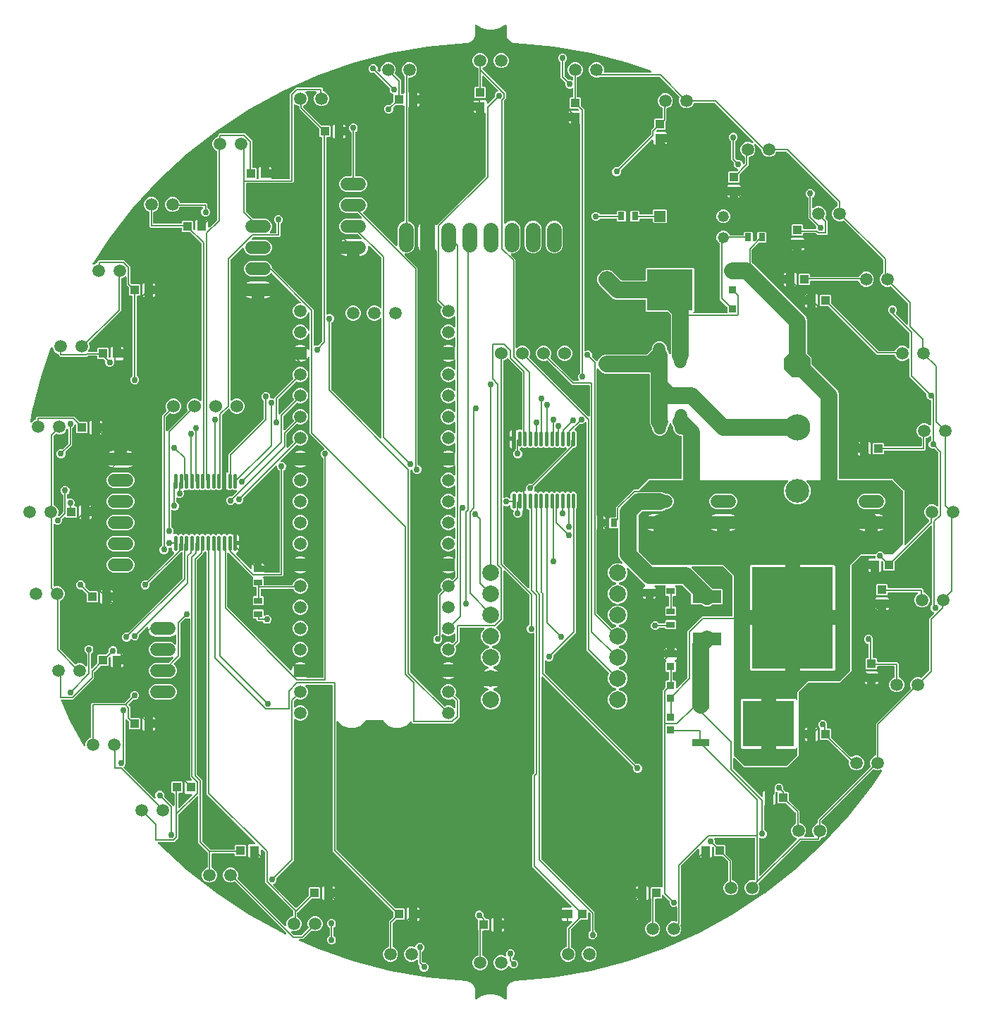
<source format=gbr>
G04 EAGLE Gerber RS-274X export*
G75*
%MOMM*%
%FSLAX34Y34*%
%LPD*%
%INTop Copper*%
%IPPOS*%
%AMOC8*
5,1,8,0,0,1.08239X$1,22.5*%
G01*
G04 Define Apertures*
%ADD10R,0.970200X0.920900*%
%ADD11P,3.4091X8X112.5*%
%ADD12C,3.149600*%
%ADD13C,1.676400*%
%ADD14C,2.000000*%
%ADD15R,1.000000X1.100000*%
%ADD16R,1.100000X1.000000*%
%ADD17R,0.798700X0.973900*%
%ADD18C,1.507100*%
%ADD19C,0.450000*%
%ADD20C,1.508000*%
%ADD21R,1.320800X1.320800*%
%ADD22C,1.320800*%
%ADD23R,1.990600X0.939000*%
%ADD24R,6.121400X5.511800*%
%ADD25C,1.778000*%
%ADD26C,1.524000*%
%ADD27C,1.524000*%
%ADD28R,0.973900X0.798700*%
%ADD29R,0.908000X0.909000*%
%ADD30R,5.505400X4.923800*%
%ADD31R,3.500000X1.600000*%
%ADD32R,9.750000X12.200000*%
%ADD33C,0.152400*%
%ADD34C,0.756400*%
%ADD35C,2.000000*%
%ADD36C,2.850000*%
G36*
X18322Y-585178D02*
X17828Y-585286D01*
X17331Y-585193D01*
X16910Y-584914D01*
X16063Y-584067D01*
X10097Y-580623D01*
X3444Y-578840D01*
X-3444Y-578840D01*
X-10097Y-580623D01*
X-16063Y-584067D01*
X-16910Y-584914D01*
X-17276Y-585169D01*
X-17768Y-585285D01*
X-18266Y-585201D01*
X-18692Y-584928D01*
X-18977Y-584511D01*
X-19078Y-584016D01*
X-19078Y-574535D01*
X-19076Y-574469D01*
X-18980Y-572617D01*
X-19005Y-572545D01*
X-19078Y-572121D01*
X-19078Y-572044D01*
X-19788Y-570331D01*
X-19811Y-570270D01*
X-20431Y-568522D01*
X-20482Y-568465D01*
X-20712Y-568101D01*
X-20741Y-568030D01*
X-22052Y-566719D01*
X-22098Y-566671D01*
X-23339Y-565293D01*
X-23408Y-565260D01*
X-23759Y-565012D01*
X-23813Y-564958D01*
X-25526Y-564248D01*
X-25587Y-564221D01*
X-27261Y-563423D01*
X-27337Y-563419D01*
X-27757Y-563324D01*
X-27827Y-563295D01*
X-29542Y-563295D01*
X-29660Y-563289D01*
X-75121Y-559052D01*
X-75224Y-559039D01*
X-120366Y-551085D01*
X-120467Y-551063D01*
X-164812Y-539462D01*
X-164911Y-539432D01*
X-208165Y-524261D01*
X-208262Y-524223D01*
X-229619Y-514716D01*
X-229957Y-514496D01*
X-230256Y-514088D01*
X-230372Y-513596D01*
X-230287Y-513098D01*
X-230015Y-512672D01*
X-229598Y-512387D01*
X-229103Y-512286D01*
X-225303Y-512286D01*
X-215686Y-502669D01*
X-215293Y-502402D01*
X-214798Y-502297D01*
X-214302Y-502394D01*
X-212622Y-503090D01*
X-209018Y-503090D01*
X-205688Y-501710D01*
X-203140Y-499162D01*
X-201761Y-495832D01*
X-201761Y-492228D01*
X-203140Y-488898D01*
X-205688Y-486350D01*
X-209018Y-484971D01*
X-212622Y-484971D01*
X-215952Y-486350D01*
X-218500Y-488898D01*
X-219880Y-492228D01*
X-219880Y-495832D01*
X-218867Y-498276D01*
X-218771Y-498741D01*
X-218863Y-499238D01*
X-219143Y-499660D01*
X-226825Y-507342D01*
X-227228Y-507613D01*
X-227723Y-507714D01*
X-236027Y-507714D01*
X-236504Y-507621D01*
X-236925Y-507342D01*
X-239010Y-505258D01*
X-239265Y-504892D01*
X-239381Y-504400D01*
X-239296Y-503902D01*
X-239024Y-503476D01*
X-238607Y-503190D01*
X-238112Y-503090D01*
X-234418Y-503090D01*
X-231088Y-501710D01*
X-228540Y-499162D01*
X-227161Y-495832D01*
X-227161Y-492228D01*
X-228540Y-488898D01*
X-231088Y-486350D01*
X-231930Y-486001D01*
X-232328Y-485740D01*
X-232613Y-485323D01*
X-232714Y-484828D01*
X-232714Y-481473D01*
X-232621Y-480996D01*
X-232342Y-480575D01*
X-216363Y-464596D01*
X-215960Y-464325D01*
X-215465Y-464224D01*
X-206069Y-464224D01*
X-205176Y-463331D01*
X-205176Y-451069D01*
X-206069Y-450176D01*
X-217331Y-450176D01*
X-218224Y-451069D01*
X-218224Y-459465D01*
X-218317Y-459942D01*
X-218596Y-460363D01*
X-232852Y-474619D01*
X-233236Y-474882D01*
X-233730Y-474991D01*
X-234227Y-474898D01*
X-234648Y-474619D01*
X-260996Y-448271D01*
X-261255Y-447896D01*
X-261368Y-447403D01*
X-261279Y-446906D01*
X-261003Y-446482D01*
X-260584Y-446200D01*
X-259494Y-445748D01*
X-258002Y-444256D01*
X-257194Y-442306D01*
X-257194Y-440130D01*
X-257264Y-439793D01*
X-257171Y-439296D01*
X-256892Y-438875D01*
X-236464Y-418447D01*
X-236464Y-249321D01*
X-236386Y-248882D01*
X-236120Y-248452D01*
X-235708Y-248159D01*
X-235214Y-248051D01*
X-234717Y-248143D01*
X-234296Y-248422D01*
X-233734Y-248984D01*
X-230403Y-250364D01*
X-226797Y-250364D01*
X-223466Y-248984D01*
X-220916Y-246434D01*
X-219536Y-243103D01*
X-219536Y-239497D01*
X-220916Y-236166D01*
X-223466Y-233616D01*
X-226797Y-232236D01*
X-230403Y-232236D01*
X-233734Y-233616D01*
X-234296Y-234178D01*
X-234662Y-234433D01*
X-235154Y-234549D01*
X-235652Y-234464D01*
X-236078Y-234192D01*
X-236363Y-233775D01*
X-236464Y-233280D01*
X-236464Y-227723D01*
X-236371Y-227246D01*
X-236092Y-226825D01*
X-233710Y-224443D01*
X-233317Y-224175D01*
X-232822Y-224071D01*
X-232326Y-224168D01*
X-230403Y-224964D01*
X-226797Y-224964D01*
X-223466Y-223584D01*
X-220916Y-221034D01*
X-219536Y-217703D01*
X-219536Y-214097D01*
X-220916Y-210766D01*
X-222228Y-209454D01*
X-222483Y-209088D01*
X-222599Y-208596D01*
X-222514Y-208098D01*
X-222242Y-207672D01*
X-221825Y-207387D01*
X-221330Y-207286D01*
X-191056Y-207286D01*
X-190598Y-207371D01*
X-190172Y-207644D01*
X-189887Y-208061D01*
X-189786Y-208556D01*
X-189786Y-407197D01*
X-116996Y-479987D01*
X-116725Y-480390D01*
X-116624Y-480885D01*
X-116624Y-485365D01*
X-116717Y-485842D01*
X-116996Y-486263D01*
X-122286Y-491553D01*
X-122286Y-520883D01*
X-122375Y-521350D01*
X-122651Y-521774D01*
X-123070Y-522056D01*
X-125782Y-523180D01*
X-128330Y-525728D01*
X-129710Y-529058D01*
X-129710Y-532662D01*
X-128330Y-535992D01*
X-125782Y-538540D01*
X-122452Y-539920D01*
X-118848Y-539920D01*
X-115518Y-538540D01*
X-112970Y-535992D01*
X-111591Y-532662D01*
X-111591Y-529058D01*
X-112970Y-525728D01*
X-115518Y-523180D01*
X-116930Y-522595D01*
X-117328Y-522334D01*
X-117613Y-521917D01*
X-117714Y-521422D01*
X-117714Y-493973D01*
X-117621Y-493496D01*
X-117342Y-493075D01*
X-114263Y-489996D01*
X-113860Y-489725D01*
X-113365Y-489624D01*
X-104469Y-489624D01*
X-103576Y-488731D01*
X-103576Y-476469D01*
X-104469Y-475576D01*
X-114415Y-475576D01*
X-114892Y-475483D01*
X-115313Y-475204D01*
X-184842Y-405675D01*
X-185113Y-405272D01*
X-185214Y-404777D01*
X-185214Y-251898D01*
X-185136Y-251460D01*
X-184870Y-251029D01*
X-184458Y-250737D01*
X-183964Y-250629D01*
X-183467Y-250721D01*
X-183046Y-251000D01*
X-177803Y-256243D01*
X-170761Y-259160D01*
X-163139Y-259160D01*
X-156097Y-256243D01*
X-150707Y-250853D01*
X-150527Y-250419D01*
X-150266Y-250021D01*
X-149849Y-249736D01*
X-149354Y-249635D01*
X-130046Y-249635D01*
X-129579Y-249724D01*
X-129155Y-250000D01*
X-128873Y-250419D01*
X-128693Y-250853D01*
X-123303Y-256243D01*
X-116261Y-259160D01*
X-108639Y-259160D01*
X-101597Y-256243D01*
X-96954Y-251600D01*
X-96588Y-251345D01*
X-96096Y-251229D01*
X-95598Y-251314D01*
X-95172Y-251586D01*
X-94887Y-252003D01*
X-94863Y-252120D01*
X-93447Y-253536D01*
X-45303Y-253536D01*
X-37714Y-245947D01*
X-37714Y-225303D01*
X-42184Y-220833D01*
X-42451Y-220440D01*
X-42556Y-219945D01*
X-42459Y-219449D01*
X-41736Y-217703D01*
X-41736Y-214097D01*
X-43116Y-210766D01*
X-45666Y-208216D01*
X-48997Y-206836D01*
X-52603Y-206836D01*
X-55934Y-208216D01*
X-58484Y-210766D01*
X-59864Y-214097D01*
X-59864Y-217703D01*
X-58484Y-221034D01*
X-55934Y-223584D01*
X-52603Y-224964D01*
X-48997Y-224964D01*
X-46615Y-223977D01*
X-46149Y-223881D01*
X-45652Y-223973D01*
X-45230Y-224252D01*
X-42658Y-226825D01*
X-42387Y-227228D01*
X-42286Y-227723D01*
X-42286Y-233930D01*
X-42364Y-234368D01*
X-42630Y-234798D01*
X-43042Y-235091D01*
X-43536Y-235199D01*
X-44033Y-235107D01*
X-44454Y-234828D01*
X-45666Y-233616D01*
X-48997Y-232236D01*
X-52603Y-232236D01*
X-54950Y-233208D01*
X-55416Y-233305D01*
X-55913Y-233212D01*
X-56334Y-232933D01*
X-96092Y-193175D01*
X-96363Y-192772D01*
X-96464Y-192277D01*
X-96464Y49623D01*
X-96389Y50053D01*
X-96127Y50485D01*
X-95717Y50781D01*
X-95224Y50893D01*
X-94727Y50804D01*
X-94303Y50528D01*
X-94021Y50109D01*
X-93248Y48244D01*
X-91756Y46752D01*
X-89806Y45944D01*
X-87695Y45944D01*
X-85744Y46752D01*
X-84252Y48244D01*
X-83444Y50195D01*
X-83444Y52306D01*
X-84252Y54256D01*
X-85744Y55748D01*
X-86930Y56239D01*
X-87328Y56500D01*
X-87613Y56917D01*
X-87714Y57413D01*
X-87714Y293447D01*
X-102995Y308728D01*
X-103250Y309094D01*
X-103366Y309586D01*
X-103282Y310084D01*
X-103009Y310510D01*
X-102592Y310795D01*
X-102097Y310896D01*
X-99528Y310896D01*
X-95701Y312481D01*
X-92771Y315411D01*
X-91186Y319238D01*
X-91186Y341162D01*
X-92771Y344989D01*
X-95701Y347919D01*
X-98180Y348945D01*
X-98578Y349207D01*
X-98863Y349623D01*
X-98964Y350119D01*
X-98964Y485990D01*
X-98879Y486448D01*
X-98606Y486874D01*
X-98189Y487159D01*
X-98100Y487178D01*
X-98100Y503416D01*
X-98152Y503425D01*
X-98578Y503698D01*
X-98863Y504115D01*
X-98964Y504610D01*
X-98964Y520531D01*
X-98879Y520988D01*
X-98606Y521414D01*
X-98189Y521700D01*
X-97694Y521801D01*
X-95988Y521801D01*
X-92658Y523180D01*
X-90110Y525728D01*
X-88731Y529058D01*
X-88731Y532662D01*
X-90110Y535992D01*
X-92658Y538540D01*
X-95988Y539920D01*
X-99592Y539920D01*
X-102922Y538540D01*
X-105470Y535992D01*
X-106850Y532662D01*
X-106850Y529058D01*
X-105470Y525728D01*
X-103908Y524166D01*
X-103637Y523763D01*
X-103536Y523268D01*
X-103536Y503594D01*
X-103621Y503136D01*
X-103894Y502710D01*
X-104311Y502425D01*
X-104806Y502324D01*
X-106444Y502324D01*
X-106902Y502409D01*
X-107328Y502682D01*
X-107613Y503099D01*
X-107714Y503594D01*
X-107714Y518447D01*
X-114759Y525492D01*
X-115026Y525885D01*
X-115131Y526380D01*
X-115034Y526876D01*
X-114131Y529058D01*
X-114131Y532662D01*
X-115510Y535992D01*
X-118058Y538540D01*
X-121388Y539920D01*
X-124992Y539920D01*
X-128322Y538540D01*
X-130870Y535992D01*
X-132250Y532662D01*
X-132250Y529798D01*
X-132328Y529360D01*
X-132593Y528930D01*
X-133006Y528637D01*
X-133499Y528529D01*
X-133996Y528621D01*
X-134418Y528900D01*
X-135642Y530125D01*
X-135909Y530518D01*
X-136014Y531013D01*
X-135944Y531372D01*
X-135944Y533556D01*
X-136752Y535506D01*
X-138244Y536998D01*
X-140195Y537806D01*
X-142306Y537806D01*
X-144256Y536998D01*
X-145748Y535506D01*
X-146556Y533556D01*
X-146556Y531445D01*
X-145748Y529494D01*
X-144256Y528002D01*
X-142306Y527194D01*
X-140130Y527194D01*
X-139793Y527264D01*
X-139296Y527171D01*
X-138875Y526892D01*
X-121858Y509875D01*
X-121591Y509482D01*
X-121486Y508987D01*
X-121556Y508628D01*
X-121556Y506445D01*
X-120748Y504494D01*
X-119256Y503002D01*
X-117408Y502237D01*
X-117010Y501975D01*
X-116725Y501559D01*
X-116624Y501063D01*
X-116624Y493385D01*
X-116717Y492908D01*
X-116996Y492487D01*
X-120125Y489358D01*
X-120518Y489091D01*
X-121013Y488986D01*
X-121372Y489056D01*
X-123556Y489056D01*
X-125506Y488248D01*
X-126998Y486756D01*
X-127806Y484806D01*
X-127806Y482695D01*
X-126998Y480744D01*
X-125506Y479252D01*
X-123556Y478444D01*
X-121445Y478444D01*
X-119494Y479252D01*
X-118002Y480744D01*
X-117194Y482695D01*
X-117194Y484870D01*
X-117264Y485207D01*
X-117171Y485704D01*
X-116892Y486125D01*
X-115113Y487904D01*
X-114710Y488175D01*
X-114215Y488276D01*
X-104806Y488276D01*
X-104348Y488191D01*
X-103922Y487918D01*
X-103637Y487501D01*
X-103536Y487006D01*
X-103536Y350409D01*
X-103625Y349941D01*
X-103901Y349518D01*
X-104320Y349235D01*
X-107499Y347919D01*
X-110429Y344989D01*
X-112014Y341162D01*
X-112014Y320813D01*
X-112092Y320374D01*
X-112358Y319944D01*
X-112770Y319652D01*
X-113264Y319543D01*
X-113761Y319636D01*
X-114182Y319915D01*
X-152735Y358468D01*
X-152994Y358842D01*
X-153106Y359335D01*
X-153018Y359833D01*
X-152742Y360256D01*
X-152323Y360539D01*
X-152300Y360548D01*
X-149728Y363120D01*
X-148336Y366481D01*
X-148336Y370119D01*
X-149728Y373480D01*
X-152300Y376052D01*
X-155661Y377444D01*
X-174539Y377444D01*
X-177900Y376052D01*
X-180472Y373480D01*
X-181864Y370119D01*
X-181864Y366481D01*
X-180472Y363120D01*
X-177900Y360548D01*
X-174539Y359156D01*
X-160415Y359156D01*
X-159938Y359063D01*
X-159517Y358784D01*
X-154945Y354212D01*
X-154690Y353846D01*
X-154574Y353354D01*
X-154658Y352856D01*
X-154931Y352430D01*
X-155348Y352145D01*
X-155843Y352044D01*
X-174539Y352044D01*
X-177900Y350652D01*
X-180472Y348080D01*
X-181864Y344719D01*
X-181864Y341081D01*
X-180472Y337720D01*
X-177900Y335148D01*
X-174539Y333756D01*
X-160015Y333756D01*
X-159538Y333663D01*
X-159117Y333384D01*
X-155561Y329828D01*
X-155306Y329462D01*
X-155190Y328970D01*
X-155274Y328472D01*
X-155547Y328046D01*
X-155964Y327761D01*
X-156459Y327660D01*
X-174741Y327660D01*
X-178475Y326113D01*
X-179468Y325120D01*
X-157480Y325120D01*
X-157480Y307340D01*
X-155459Y307340D01*
X-151725Y308887D01*
X-148867Y311745D01*
X-147320Y315479D01*
X-147320Y318521D01*
X-147242Y318960D01*
X-146976Y319390D01*
X-146564Y319682D01*
X-146070Y319791D01*
X-145573Y319698D01*
X-145152Y319419D01*
X-131408Y305675D01*
X-131137Y305272D01*
X-131036Y304777D01*
X-131036Y246221D01*
X-131114Y245782D01*
X-131380Y245352D01*
X-131792Y245059D01*
X-132286Y244951D01*
X-132783Y245043D01*
X-133204Y245322D01*
X-134566Y246684D01*
X-137897Y248064D01*
X-141503Y248064D01*
X-144834Y246684D01*
X-147384Y244134D01*
X-148764Y240803D01*
X-148764Y237197D01*
X-147384Y233866D01*
X-144834Y231316D01*
X-141503Y229936D01*
X-137897Y229936D01*
X-134566Y231316D01*
X-133204Y232678D01*
X-132838Y232933D01*
X-132346Y233049D01*
X-131848Y232964D01*
X-131422Y232692D01*
X-131137Y232275D01*
X-131036Y231780D01*
X-131036Y89835D01*
X-131114Y89396D01*
X-131380Y88966D01*
X-131792Y88674D01*
X-132286Y88565D01*
X-132783Y88658D01*
X-133204Y88937D01*
X-191092Y146825D01*
X-191363Y147228D01*
X-191464Y147723D01*
X-191464Y226855D01*
X-191375Y227322D01*
X-191099Y227746D01*
X-190796Y227951D01*
X-189252Y229494D01*
X-188444Y231445D01*
X-188444Y233556D01*
X-189252Y235506D01*
X-190744Y236998D01*
X-192695Y237806D01*
X-194805Y237806D01*
X-195958Y237329D01*
X-196404Y237233D01*
X-196902Y237317D01*
X-197328Y237590D01*
X-197613Y238007D01*
X-197714Y238502D01*
X-197714Y448906D01*
X-197629Y449364D01*
X-197356Y449790D01*
X-196939Y450075D01*
X-196444Y450176D01*
X-193369Y450176D01*
X-192476Y451069D01*
X-192476Y463331D01*
X-193369Y464224D01*
X-202965Y464224D01*
X-203442Y464317D01*
X-203863Y464596D01*
X-224842Y485575D01*
X-225113Y485978D01*
X-225214Y486473D01*
X-225214Y487318D01*
X-225125Y487785D01*
X-224849Y488209D01*
X-224430Y488491D01*
X-223468Y488890D01*
X-220920Y491438D01*
X-219541Y494768D01*
X-219541Y498372D01*
X-220920Y501702D01*
X-222264Y503046D01*
X-222519Y503412D01*
X-222635Y503904D01*
X-222551Y504402D01*
X-222278Y504828D01*
X-221861Y505113D01*
X-221366Y505214D01*
X-210434Y505214D01*
X-209995Y505136D01*
X-209565Y504870D01*
X-209273Y504458D01*
X-209164Y503964D01*
X-209257Y503467D01*
X-209536Y503046D01*
X-210880Y501702D01*
X-212260Y498372D01*
X-212260Y494768D01*
X-210880Y491438D01*
X-208332Y488890D01*
X-205002Y487511D01*
X-201398Y487511D01*
X-198068Y488890D01*
X-195520Y491438D01*
X-194141Y494768D01*
X-194141Y498372D01*
X-195520Y501702D01*
X-198068Y504250D01*
X-200680Y505332D01*
X-201078Y505593D01*
X-201363Y506010D01*
X-201464Y506505D01*
X-201464Y508447D01*
X-202803Y509786D01*
X-233447Y509786D01*
X-241036Y502197D01*
X-241036Y401056D01*
X-241121Y400598D01*
X-241394Y400172D01*
X-241811Y399887D01*
X-242306Y399786D01*
X-262090Y399786D01*
X-262548Y399871D01*
X-262974Y400144D01*
X-263259Y400561D01*
X-263360Y401056D01*
X-263360Y401400D01*
X-275900Y401400D01*
X-275900Y414440D01*
X-276952Y414440D01*
X-278440Y412952D01*
X-278440Y401056D01*
X-278525Y400598D01*
X-278798Y400172D01*
X-279215Y399887D01*
X-279710Y399786D01*
X-280106Y399786D01*
X-280564Y399871D01*
X-280990Y400144D01*
X-281275Y400561D01*
X-281376Y401056D01*
X-281376Y412531D01*
X-282269Y413424D01*
X-285194Y413424D01*
X-285652Y413509D01*
X-286078Y413782D01*
X-286363Y414199D01*
X-286464Y414694D01*
X-286464Y445947D01*
X-295303Y454786D01*
X-325947Y454786D01*
X-327286Y453447D01*
X-327286Y451717D01*
X-327375Y451250D01*
X-327651Y450827D01*
X-328070Y450544D01*
X-330252Y449640D01*
X-332800Y447092D01*
X-334180Y443762D01*
X-334180Y440158D01*
X-332800Y436828D01*
X-330252Y434280D01*
X-329320Y433894D01*
X-328922Y433633D01*
X-328637Y433216D01*
X-328536Y432720D01*
X-328536Y351473D01*
X-328629Y350996D01*
X-328908Y350575D01*
X-337392Y342091D01*
X-337758Y341836D01*
X-338250Y341720D01*
X-338748Y341804D01*
X-339174Y342077D01*
X-339459Y342494D01*
X-339560Y342989D01*
X-339560Y349452D01*
X-341048Y350940D01*
X-342100Y350940D01*
X-342100Y337900D01*
X-352100Y337900D01*
X-352100Y350940D01*
X-353152Y350940D01*
X-354640Y349452D01*
X-354640Y339689D01*
X-354718Y339250D01*
X-354984Y338820D01*
X-355396Y338528D01*
X-355890Y338419D01*
X-356387Y338512D01*
X-356808Y338791D01*
X-357204Y339187D01*
X-357475Y339590D01*
X-357576Y340085D01*
X-357576Y349031D01*
X-358469Y349924D01*
X-369731Y349924D01*
X-370624Y349031D01*
X-370624Y347306D01*
X-370709Y346848D01*
X-370982Y346422D01*
X-371399Y346137D01*
X-371894Y346036D01*
X-403944Y346036D01*
X-404402Y346121D01*
X-404828Y346394D01*
X-405113Y346811D01*
X-405214Y347306D01*
X-405214Y359933D01*
X-405125Y360400D01*
X-404849Y360824D01*
X-404430Y361106D01*
X-402538Y361890D01*
X-399990Y364438D01*
X-398611Y367768D01*
X-398611Y371372D01*
X-399990Y374702D01*
X-402538Y377250D01*
X-405868Y378630D01*
X-409472Y378630D01*
X-412802Y377250D01*
X-415350Y374702D01*
X-416730Y371372D01*
X-416730Y367768D01*
X-415350Y364438D01*
X-412802Y361890D01*
X-410570Y360965D01*
X-410172Y360704D01*
X-409887Y360287D01*
X-409786Y359792D01*
X-409786Y342803D01*
X-408447Y341464D01*
X-371894Y341464D01*
X-371436Y341379D01*
X-371010Y341106D01*
X-370725Y340689D01*
X-370624Y340194D01*
X-370624Y336769D01*
X-369731Y335876D01*
X-360885Y335876D01*
X-360408Y335783D01*
X-359987Y335504D01*
X-347658Y323175D01*
X-347387Y322772D01*
X-347286Y322277D01*
X-347286Y134684D01*
X-347364Y134245D01*
X-347630Y133815D01*
X-348042Y133522D01*
X-348536Y133414D01*
X-349033Y133506D01*
X-349454Y133786D01*
X-350420Y134752D01*
X-353781Y136144D01*
X-357419Y136144D01*
X-360780Y134752D01*
X-363352Y132180D01*
X-364744Y128819D01*
X-364744Y125181D01*
X-363841Y123001D01*
X-363744Y122535D01*
X-363837Y122038D01*
X-364116Y121617D01*
X-388046Y97687D01*
X-388412Y97432D01*
X-388904Y97316D01*
X-389402Y97400D01*
X-389828Y97673D01*
X-390113Y98090D01*
X-390214Y98585D01*
X-390214Y113527D01*
X-390121Y114004D01*
X-389842Y114425D01*
X-385959Y118308D01*
X-385566Y118576D01*
X-385071Y118680D01*
X-384575Y118583D01*
X-382819Y117856D01*
X-379181Y117856D01*
X-375820Y119248D01*
X-373248Y121820D01*
X-371856Y125181D01*
X-371856Y128819D01*
X-373248Y132180D01*
X-375820Y134752D01*
X-379181Y136144D01*
X-382819Y136144D01*
X-386180Y134752D01*
X-388752Y132180D01*
X-390144Y128819D01*
X-390144Y125181D01*
X-389124Y122718D01*
X-389027Y122252D01*
X-389120Y121755D01*
X-389399Y121334D01*
X-394786Y115947D01*
X-394786Y-39355D01*
X-394875Y-39822D01*
X-395151Y-40246D01*
X-395454Y-40451D01*
X-396998Y-41994D01*
X-397806Y-43945D01*
X-397806Y-46056D01*
X-396998Y-48006D01*
X-395506Y-49498D01*
X-393556Y-50306D01*
X-391445Y-50306D01*
X-389494Y-49498D01*
X-388002Y-48006D01*
X-387194Y-46056D01*
X-387194Y-44076D01*
X-387109Y-43618D01*
X-386836Y-43192D01*
X-386419Y-42907D01*
X-385924Y-42806D01*
X-385195Y-42806D01*
X-384180Y-42386D01*
X-383734Y-42290D01*
X-383236Y-42374D01*
X-382810Y-42647D01*
X-382525Y-43064D01*
X-382424Y-43559D01*
X-382424Y-45813D01*
X-380383Y-47854D01*
X-380120Y-48238D01*
X-380011Y-48732D01*
X-380104Y-49229D01*
X-380383Y-49650D01*
X-412625Y-81892D01*
X-413018Y-82159D01*
X-413513Y-82264D01*
X-413872Y-82194D01*
X-416056Y-82194D01*
X-418006Y-83002D01*
X-419498Y-84494D01*
X-420306Y-86445D01*
X-420306Y-88556D01*
X-419498Y-90506D01*
X-418006Y-91998D01*
X-416056Y-92806D01*
X-413945Y-92806D01*
X-411994Y-91998D01*
X-410502Y-90506D01*
X-409694Y-88556D01*
X-409694Y-86380D01*
X-409764Y-86043D01*
X-409671Y-85546D01*
X-409392Y-85125D01*
X-372663Y-48396D01*
X-372260Y-48125D01*
X-371765Y-48024D01*
X-371056Y-48024D01*
X-370598Y-48109D01*
X-370172Y-48382D01*
X-369887Y-48799D01*
X-369786Y-49294D01*
X-369786Y-78527D01*
X-369879Y-79004D01*
X-370158Y-79425D01*
X-435125Y-144392D01*
X-435518Y-144659D01*
X-436013Y-144764D01*
X-436372Y-144694D01*
X-438556Y-144694D01*
X-440506Y-145502D01*
X-441998Y-146994D01*
X-442806Y-148945D01*
X-442806Y-151056D01*
X-441998Y-153006D01*
X-440506Y-154498D01*
X-438556Y-155306D01*
X-436445Y-155306D01*
X-434494Y-154498D01*
X-432896Y-152900D01*
X-432822Y-152785D01*
X-432410Y-152493D01*
X-431916Y-152384D01*
X-431419Y-152477D01*
X-430998Y-152756D01*
X-430506Y-153248D01*
X-428556Y-154056D01*
X-426445Y-154056D01*
X-424494Y-153248D01*
X-423002Y-151756D01*
X-422194Y-149806D01*
X-422194Y-147630D01*
X-422264Y-147293D01*
X-422171Y-146796D01*
X-421892Y-146375D01*
X-413648Y-138131D01*
X-413282Y-137876D01*
X-412790Y-137760D01*
X-412292Y-137844D01*
X-411866Y-138117D01*
X-411581Y-138534D01*
X-411480Y-139029D01*
X-411480Y-141721D01*
X-409933Y-145455D01*
X-407075Y-148313D01*
X-403341Y-149860D01*
X-384059Y-149860D01*
X-380325Y-148313D01*
X-379454Y-147442D01*
X-379088Y-147187D01*
X-378596Y-147071D01*
X-378098Y-147156D01*
X-377672Y-147428D01*
X-377387Y-147845D01*
X-377286Y-148340D01*
X-377286Y-157896D01*
X-377364Y-158335D01*
X-377630Y-158765D01*
X-378042Y-159058D01*
X-378536Y-159166D01*
X-379033Y-159074D01*
X-379454Y-158794D01*
X-380900Y-157348D01*
X-384261Y-155956D01*
X-403139Y-155956D01*
X-406500Y-157348D01*
X-409072Y-159920D01*
X-410464Y-163281D01*
X-410464Y-166919D01*
X-409072Y-170280D01*
X-406500Y-172852D01*
X-403139Y-174244D01*
X-384261Y-174244D01*
X-382846Y-173658D01*
X-382421Y-173563D01*
X-381921Y-173639D01*
X-381491Y-173905D01*
X-381199Y-174317D01*
X-381090Y-174811D01*
X-381183Y-175308D01*
X-381462Y-175729D01*
X-386717Y-180984D01*
X-387120Y-181255D01*
X-387615Y-181356D01*
X-403139Y-181356D01*
X-406500Y-182748D01*
X-409072Y-185320D01*
X-410464Y-188681D01*
X-410464Y-192319D01*
X-409072Y-195680D01*
X-406500Y-198252D01*
X-403139Y-199644D01*
X-384261Y-199644D01*
X-380900Y-198252D01*
X-378328Y-195680D01*
X-376936Y-192319D01*
X-376936Y-188681D01*
X-378328Y-185320D01*
X-380560Y-183089D01*
X-380823Y-182705D01*
X-380932Y-182211D01*
X-380839Y-181714D01*
X-380560Y-181293D01*
X-372714Y-173447D01*
X-372714Y-133973D01*
X-372621Y-133496D01*
X-372342Y-133075D01*
X-367375Y-128108D01*
X-366982Y-127841D01*
X-366487Y-127736D01*
X-366128Y-127806D01*
X-363945Y-127806D01*
X-362792Y-127329D01*
X-362346Y-127233D01*
X-361848Y-127317D01*
X-361422Y-127590D01*
X-361137Y-128007D01*
X-361036Y-128502D01*
X-361036Y-318447D01*
X-359491Y-319992D01*
X-359236Y-320358D01*
X-359120Y-320850D01*
X-359204Y-321348D01*
X-359477Y-321774D01*
X-359894Y-322059D01*
X-360389Y-322160D01*
X-365852Y-322160D01*
X-367340Y-323648D01*
X-367340Y-336752D01*
X-365852Y-338240D01*
X-359539Y-338240D01*
X-359100Y-338318D01*
X-358670Y-338584D01*
X-358378Y-338996D01*
X-358269Y-339490D01*
X-358362Y-339987D01*
X-358641Y-340408D01*
X-373046Y-354813D01*
X-373412Y-355068D01*
X-373904Y-355184D01*
X-374402Y-355100D01*
X-374828Y-354827D01*
X-375113Y-354410D01*
X-375214Y-353915D01*
X-375214Y-338494D01*
X-375129Y-338036D01*
X-374856Y-337610D01*
X-374439Y-337325D01*
X-373944Y-337224D01*
X-371169Y-337224D01*
X-370276Y-336331D01*
X-370276Y-324069D01*
X-371169Y-323176D01*
X-382431Y-323176D01*
X-383324Y-324069D01*
X-383324Y-336331D01*
X-382431Y-337224D01*
X-381056Y-337224D01*
X-380598Y-337309D01*
X-380172Y-337582D01*
X-379887Y-337999D01*
X-379786Y-338494D01*
X-379786Y-351415D01*
X-379864Y-351854D01*
X-380130Y-352284D01*
X-380542Y-352576D01*
X-381036Y-352685D01*
X-381533Y-352592D01*
X-381954Y-352313D01*
X-391892Y-342375D01*
X-392159Y-341982D01*
X-392264Y-341487D01*
X-392194Y-341128D01*
X-392194Y-338945D01*
X-393002Y-336994D01*
X-394494Y-335502D01*
X-396445Y-334694D01*
X-398556Y-334694D01*
X-400506Y-335502D01*
X-401998Y-336994D01*
X-402806Y-338945D01*
X-402806Y-341056D01*
X-402311Y-342251D01*
X-402216Y-342676D01*
X-402292Y-343176D01*
X-402558Y-343606D01*
X-402970Y-343898D01*
X-403464Y-344007D01*
X-403961Y-343914D01*
X-404382Y-343635D01*
X-440609Y-307409D01*
X-440872Y-307024D01*
X-440980Y-306531D01*
X-440888Y-306034D01*
X-440609Y-305612D01*
X-439252Y-304256D01*
X-438444Y-302306D01*
X-438444Y-300195D01*
X-438867Y-299173D01*
X-438964Y-298687D01*
X-438964Y-249835D01*
X-438886Y-249396D01*
X-438620Y-248966D01*
X-438208Y-248674D01*
X-437714Y-248565D01*
X-437217Y-248658D01*
X-436796Y-248937D01*
X-434496Y-251237D01*
X-434225Y-251640D01*
X-434124Y-252135D01*
X-434124Y-260131D01*
X-433231Y-261024D01*
X-421969Y-261024D01*
X-421076Y-260131D01*
X-421076Y-247869D01*
X-421969Y-246976D01*
X-431444Y-246976D01*
X-431902Y-246891D01*
X-432328Y-246618D01*
X-432613Y-246201D01*
X-432714Y-245706D01*
X-432714Y-234053D01*
X-434619Y-232148D01*
X-434882Y-231764D01*
X-434991Y-231270D01*
X-434898Y-230773D01*
X-434619Y-230352D01*
X-429875Y-225608D01*
X-429482Y-225341D01*
X-428987Y-225236D01*
X-428628Y-225306D01*
X-426445Y-225306D01*
X-424494Y-224498D01*
X-423002Y-223006D01*
X-422194Y-221056D01*
X-422194Y-218945D01*
X-423002Y-216994D01*
X-424494Y-215502D01*
X-426445Y-214694D01*
X-428556Y-214694D01*
X-430506Y-215502D01*
X-431998Y-216994D01*
X-432806Y-218945D01*
X-432806Y-221120D01*
X-432736Y-221457D01*
X-432829Y-221954D01*
X-433108Y-222375D01*
X-439325Y-228592D01*
X-439728Y-228863D01*
X-440223Y-228964D01*
X-478447Y-228964D01*
X-479786Y-230303D01*
X-479786Y-269684D01*
X-479875Y-270151D01*
X-480151Y-270575D01*
X-480570Y-270857D01*
X-482652Y-271720D01*
X-485200Y-274268D01*
X-486580Y-277598D01*
X-486580Y-279939D01*
X-486615Y-280238D01*
X-486829Y-280695D01*
X-487205Y-281033D01*
X-487683Y-281198D01*
X-488187Y-281163D01*
X-488638Y-280935D01*
X-488964Y-280548D01*
X-505537Y-250230D01*
X-505583Y-250138D01*
X-516072Y-226572D01*
X-516182Y-226096D01*
X-516097Y-225598D01*
X-515824Y-225172D01*
X-515408Y-224887D01*
X-514912Y-224786D01*
X-501553Y-224786D01*
X-476464Y-199697D01*
X-476464Y-192723D01*
X-476371Y-192246D01*
X-476092Y-191825D01*
X-469463Y-185196D01*
X-469060Y-184925D01*
X-468565Y-184824D01*
X-460069Y-184824D01*
X-459176Y-183931D01*
X-459176Y-175435D01*
X-459083Y-174958D01*
X-458804Y-174537D01*
X-458408Y-174141D01*
X-458042Y-173886D01*
X-457550Y-173770D01*
X-457052Y-173854D01*
X-456626Y-174127D01*
X-456341Y-174544D01*
X-456240Y-175039D01*
X-456240Y-184352D01*
X-454752Y-185840D01*
X-453700Y-185840D01*
X-453700Y-172800D01*
X-441160Y-172800D01*
X-441160Y-171248D01*
X-442648Y-169760D01*
X-447560Y-169760D01*
X-448008Y-169678D01*
X-448436Y-169409D01*
X-448725Y-168995D01*
X-448830Y-168500D01*
X-448733Y-168004D01*
X-448444Y-167305D01*
X-448444Y-165195D01*
X-449252Y-163244D01*
X-450744Y-161752D01*
X-452695Y-160944D01*
X-454806Y-160944D01*
X-456756Y-161752D01*
X-458248Y-163244D01*
X-459056Y-165195D01*
X-459056Y-167370D01*
X-458986Y-167707D01*
X-459079Y-168204D01*
X-459358Y-168625D01*
X-461137Y-170404D01*
X-461540Y-170675D01*
X-462035Y-170776D01*
X-471331Y-170776D01*
X-472224Y-171669D01*
X-472224Y-180965D01*
X-472317Y-181442D01*
X-472596Y-181863D01*
X-478046Y-187313D01*
X-478412Y-187568D01*
X-478904Y-187684D01*
X-479402Y-187600D01*
X-479828Y-187327D01*
X-480113Y-186910D01*
X-480214Y-186415D01*
X-480214Y-170645D01*
X-480125Y-170178D01*
X-479849Y-169754D01*
X-479546Y-169550D01*
X-478002Y-168006D01*
X-477194Y-166056D01*
X-477194Y-163945D01*
X-478002Y-161994D01*
X-479494Y-160502D01*
X-481445Y-159694D01*
X-483556Y-159694D01*
X-485506Y-160502D01*
X-486998Y-161994D01*
X-487806Y-163945D01*
X-487806Y-166056D01*
X-486998Y-168006D01*
X-485460Y-169544D01*
X-485172Y-169733D01*
X-484887Y-170150D01*
X-484786Y-170645D01*
X-484786Y-183866D01*
X-484864Y-184305D01*
X-485130Y-184735D01*
X-485542Y-185027D01*
X-486036Y-185136D01*
X-486533Y-185043D01*
X-486954Y-184764D01*
X-488898Y-182820D01*
X-492228Y-181441D01*
X-495832Y-181441D01*
X-498226Y-182432D01*
X-498692Y-182529D01*
X-499189Y-182436D01*
X-499610Y-182157D01*
X-517342Y-164425D01*
X-517613Y-164022D01*
X-517714Y-163527D01*
X-517714Y-107208D01*
X-517625Y-106740D01*
X-517349Y-106317D01*
X-516930Y-106034D01*
X-515568Y-105470D01*
X-513020Y-102922D01*
X-511641Y-99592D01*
X-511641Y-95988D01*
X-513020Y-92658D01*
X-515568Y-90110D01*
X-518898Y-88731D01*
X-522502Y-88731D01*
X-523458Y-89126D01*
X-523904Y-89222D01*
X-524402Y-89138D01*
X-524828Y-88865D01*
X-525113Y-88448D01*
X-525214Y-87953D01*
X-525214Y-15356D01*
X-525136Y-14917D01*
X-524870Y-14487D01*
X-524458Y-14195D01*
X-523964Y-14086D01*
X-523467Y-14179D01*
X-523046Y-14458D01*
X-523006Y-14498D01*
X-521056Y-15306D01*
X-518945Y-15306D01*
X-516994Y-14498D01*
X-515502Y-13006D01*
X-514694Y-11056D01*
X-514694Y-8880D01*
X-514764Y-8543D01*
X-514671Y-8046D01*
X-514392Y-7625D01*
X-512492Y-5725D01*
X-512126Y-5470D01*
X-511634Y-5354D01*
X-511136Y-5438D01*
X-510710Y-5711D01*
X-510636Y-5819D01*
X-509431Y-7024D01*
X-498169Y-7024D01*
X-497276Y-6131D01*
X-497276Y6131D01*
X-498169Y7024D01*
X-499107Y7024D01*
X-499555Y7106D01*
X-499983Y7375D01*
X-500272Y7789D01*
X-500377Y8284D01*
X-500280Y8780D01*
X-499694Y10195D01*
X-499694Y12306D01*
X-500502Y14256D01*
X-501994Y15748D01*
X-503945Y16556D01*
X-506055Y16556D01*
X-507208Y16079D01*
X-507654Y15983D01*
X-508152Y16067D01*
X-508578Y16340D01*
X-508863Y16757D01*
X-508964Y17252D01*
X-508964Y20605D01*
X-508875Y21072D01*
X-508599Y21496D01*
X-508296Y21701D01*
X-506752Y23244D01*
X-505944Y25195D01*
X-505944Y27306D01*
X-506752Y29256D01*
X-508244Y30748D01*
X-510195Y31556D01*
X-512306Y31556D01*
X-514256Y30748D01*
X-515748Y29256D01*
X-516556Y27306D01*
X-516556Y25195D01*
X-515748Y23244D01*
X-514210Y21706D01*
X-513922Y21517D01*
X-513637Y21100D01*
X-513536Y20605D01*
X-513536Y223D01*
X-513629Y-254D01*
X-513908Y-675D01*
X-517625Y-4392D01*
X-518018Y-4659D01*
X-518513Y-4764D01*
X-519009Y-4667D01*
X-519063Y-4645D01*
X-519454Y-4391D01*
X-519743Y-3976D01*
X-519847Y-3482D01*
X-519751Y-2985D01*
X-519261Y-1802D01*
X-519261Y1802D01*
X-520640Y5132D01*
X-523188Y7680D01*
X-524430Y8195D01*
X-524828Y8456D01*
X-525113Y8873D01*
X-525214Y9368D01*
X-525214Y91027D01*
X-525121Y91504D01*
X-524842Y91925D01*
X-523250Y93517D01*
X-522857Y93784D01*
X-522362Y93889D01*
X-521866Y93792D01*
X-520217Y93109D01*
X-516613Y93109D01*
X-513283Y94488D01*
X-510734Y97036D01*
X-509729Y99463D01*
X-509496Y99831D01*
X-509088Y100130D01*
X-508596Y100246D01*
X-508098Y100161D01*
X-507672Y99889D01*
X-507387Y99472D01*
X-507286Y98977D01*
X-507286Y82723D01*
X-507379Y82246D01*
X-507658Y81825D01*
X-513875Y75608D01*
X-514268Y75341D01*
X-514763Y75236D01*
X-515122Y75306D01*
X-517306Y75306D01*
X-519256Y74498D01*
X-520748Y73006D01*
X-521556Y71056D01*
X-521556Y68945D01*
X-520748Y66994D01*
X-519256Y65502D01*
X-517306Y64694D01*
X-515195Y64694D01*
X-513244Y65502D01*
X-511752Y66994D01*
X-510944Y68945D01*
X-510944Y71120D01*
X-511014Y71457D01*
X-510921Y71954D01*
X-510642Y72375D01*
X-502714Y80303D01*
X-502714Y100605D01*
X-502625Y101072D01*
X-502349Y101496D01*
X-502046Y101701D01*
X-500502Y103244D01*
X-500067Y104293D01*
X-499834Y104661D01*
X-499426Y104960D01*
X-498934Y105077D01*
X-498436Y104992D01*
X-498010Y104719D01*
X-497725Y104303D01*
X-497624Y103807D01*
X-497624Y95469D01*
X-496731Y94576D01*
X-485469Y94576D01*
X-484576Y95469D01*
X-484576Y107731D01*
X-485469Y108624D01*
X-493615Y108624D01*
X-494092Y108717D01*
X-494513Y108996D01*
X-500303Y114786D01*
X-544697Y114786D01*
X-546036Y113447D01*
X-546036Y111903D01*
X-546125Y111435D01*
X-546401Y111012D01*
X-546820Y110729D01*
X-548946Y109849D01*
X-550944Y107850D01*
X-551518Y107520D01*
X-552023Y107491D01*
X-552499Y107661D01*
X-552871Y108003D01*
X-553080Y108463D01*
X-553093Y108969D01*
X-551085Y120366D01*
X-551063Y120467D01*
X-539462Y164812D01*
X-539432Y164911D01*
X-528116Y197175D01*
X-527858Y197608D01*
X-527450Y197907D01*
X-526958Y198024D01*
X-526460Y197939D01*
X-526034Y197666D01*
X-525748Y197250D01*
X-525706Y197040D01*
X-524269Y193570D01*
X-521720Y191021D01*
X-519320Y190027D01*
X-518922Y189766D01*
X-518637Y189349D01*
X-518536Y188854D01*
X-518536Y187803D01*
X-517197Y186464D01*
X-485303Y186464D01*
X-484425Y187342D01*
X-484022Y187613D01*
X-483527Y187714D01*
X-473494Y187714D01*
X-473036Y187629D01*
X-472610Y187356D01*
X-472325Y186939D01*
X-472224Y186444D01*
X-472224Y184369D01*
X-471331Y183476D01*
X-464735Y183476D01*
X-464258Y183383D01*
X-463837Y183104D01*
X-463108Y182375D01*
X-462841Y181982D01*
X-462736Y181487D01*
X-462806Y181128D01*
X-462806Y178945D01*
X-461998Y176994D01*
X-460506Y175502D01*
X-458556Y174694D01*
X-456445Y174694D01*
X-454494Y175502D01*
X-453002Y176994D01*
X-452194Y178945D01*
X-452194Y181190D01*
X-452109Y181648D01*
X-451836Y182074D01*
X-451419Y182359D01*
X-450924Y182460D01*
X-442648Y182460D01*
X-441160Y183948D01*
X-441160Y185500D01*
X-453700Y185500D01*
X-453700Y198540D01*
X-454752Y198540D01*
X-456240Y197052D01*
X-456240Y186576D01*
X-456325Y186118D01*
X-456598Y185692D01*
X-457015Y185407D01*
X-457510Y185306D01*
X-457906Y185306D01*
X-458364Y185391D01*
X-458790Y185664D01*
X-459075Y186081D01*
X-459176Y186576D01*
X-459176Y196631D01*
X-460069Y197524D01*
X-471331Y197524D01*
X-472224Y196631D01*
X-472224Y193556D01*
X-472309Y193098D01*
X-472582Y192672D01*
X-472999Y192387D01*
X-473494Y192286D01*
X-482139Y192286D01*
X-482588Y192368D01*
X-483016Y192637D01*
X-483305Y193051D01*
X-483409Y193546D01*
X-483313Y194042D01*
X-482129Y196900D01*
X-482129Y200504D01*
X-482649Y201759D01*
X-482746Y202225D01*
X-482653Y202722D01*
X-482374Y203143D01*
X-443964Y241553D01*
X-443964Y279654D01*
X-443875Y280121D01*
X-443599Y280544D01*
X-443180Y280827D01*
X-440638Y281880D01*
X-439454Y283064D01*
X-439088Y283319D01*
X-438596Y283435D01*
X-438098Y283351D01*
X-437672Y283078D01*
X-437387Y282661D01*
X-437286Y282166D01*
X-437286Y272803D01*
X-434496Y270013D01*
X-434225Y269610D01*
X-434124Y269115D01*
X-434124Y260569D01*
X-433231Y259676D01*
X-431056Y259676D01*
X-430598Y259591D01*
X-430172Y259318D01*
X-429887Y258901D01*
X-429786Y258406D01*
X-429786Y164395D01*
X-429875Y163928D01*
X-430151Y163504D01*
X-430454Y163300D01*
X-431998Y161756D01*
X-432806Y159806D01*
X-432806Y157695D01*
X-431998Y155744D01*
X-430506Y154252D01*
X-428556Y153444D01*
X-426445Y153444D01*
X-424494Y154252D01*
X-423002Y155744D01*
X-422194Y157695D01*
X-422194Y159806D01*
X-423002Y161756D01*
X-424540Y163294D01*
X-424828Y163483D01*
X-425113Y163900D01*
X-425214Y164395D01*
X-425214Y258406D01*
X-425129Y258864D01*
X-424856Y259290D01*
X-424439Y259575D01*
X-423944Y259676D01*
X-421969Y259676D01*
X-421076Y260569D01*
X-421076Y272831D01*
X-421969Y273724D01*
X-431215Y273724D01*
X-431692Y273817D01*
X-432113Y274096D01*
X-432342Y274325D01*
X-432613Y274728D01*
X-432714Y275223D01*
X-432714Y294697D01*
X-440303Y302286D01*
X-470947Y302286D01*
X-472286Y300947D01*
X-472286Y299752D01*
X-472375Y299285D01*
X-472651Y298861D01*
X-473070Y298579D01*
X-476317Y297234D01*
X-476992Y297151D01*
X-477467Y297325D01*
X-477836Y297669D01*
X-478043Y298131D01*
X-478052Y298636D01*
X-477864Y299105D01*
X-458311Y328837D01*
X-458251Y328921D01*
X-430031Y365042D01*
X-429964Y365121D01*
X-398899Y398826D01*
X-398826Y398899D01*
X-365121Y429964D01*
X-365042Y430031D01*
X-328921Y458251D01*
X-328837Y458311D01*
X-290539Y483497D01*
X-290451Y483551D01*
X-250230Y505537D01*
X-250138Y505583D01*
X-208262Y524223D01*
X-208165Y524261D01*
X-164911Y539432D01*
X-164812Y539462D01*
X-120467Y551063D01*
X-120366Y551085D01*
X-75224Y559039D01*
X-75121Y559052D01*
X-29660Y563289D01*
X-29542Y563295D01*
X-27827Y563295D01*
X-27757Y563324D01*
X-27337Y563419D01*
X-27261Y563423D01*
X-25587Y564221D01*
X-25526Y564248D01*
X-23813Y564958D01*
X-23759Y565012D01*
X-23408Y565260D01*
X-23339Y565293D01*
X-22098Y566671D01*
X-22052Y566719D01*
X-20741Y568030D01*
X-20712Y568101D01*
X-20482Y568465D01*
X-20431Y568522D01*
X-19811Y570270D01*
X-19788Y570331D01*
X-19078Y572044D01*
X-19078Y572121D01*
X-19005Y572545D01*
X-18980Y572617D01*
X-19076Y574469D01*
X-19078Y574535D01*
X-19078Y584016D01*
X-19000Y584455D01*
X-18734Y584885D01*
X-18322Y585178D01*
X-17828Y585286D01*
X-17331Y585193D01*
X-16910Y584914D01*
X-16063Y584067D01*
X-10097Y580623D01*
X-3444Y578840D01*
X3444Y578840D01*
X10097Y580623D01*
X16063Y584067D01*
X16910Y584914D01*
X17276Y585169D01*
X17768Y585285D01*
X18266Y585201D01*
X18692Y584928D01*
X18977Y584511D01*
X19078Y584016D01*
X19078Y574535D01*
X19076Y574469D01*
X18980Y572617D01*
X19005Y572545D01*
X19078Y572121D01*
X19078Y572044D01*
X19788Y570331D01*
X19811Y570270D01*
X20431Y568522D01*
X20482Y568465D01*
X20712Y568101D01*
X20741Y568030D01*
X22052Y566719D01*
X22098Y566671D01*
X23339Y565293D01*
X23408Y565260D01*
X23759Y565012D01*
X23813Y564958D01*
X25526Y564248D01*
X25587Y564221D01*
X27261Y563423D01*
X27337Y563419D01*
X27757Y563324D01*
X27827Y563295D01*
X29542Y563295D01*
X29660Y563289D01*
X75121Y559052D01*
X75224Y559039D01*
X120366Y551085D01*
X120467Y551063D01*
X164812Y539462D01*
X164911Y539432D01*
X192504Y529754D01*
X192938Y529496D01*
X193237Y529088D01*
X193353Y528596D01*
X193268Y528098D01*
X192996Y527672D01*
X192579Y527387D01*
X192084Y527286D01*
X137226Y527286D01*
X136778Y527368D01*
X136350Y527637D01*
X136061Y528051D01*
X135956Y528546D01*
X136053Y529042D01*
X136060Y529058D01*
X136060Y532662D01*
X134680Y535992D01*
X132132Y538540D01*
X128802Y539920D01*
X125198Y539920D01*
X121868Y538540D01*
X119320Y535992D01*
X117941Y532662D01*
X117941Y529058D01*
X119320Y525728D01*
X121868Y523180D01*
X125198Y521801D01*
X128802Y521801D01*
X130774Y522617D01*
X131260Y522714D01*
X202277Y522714D01*
X202754Y522621D01*
X203175Y522342D01*
X226402Y499115D01*
X226669Y498722D01*
X226774Y498227D01*
X226677Y497731D01*
X225891Y495832D01*
X225891Y492228D01*
X227270Y488898D01*
X229818Y486350D01*
X233148Y484971D01*
X236752Y484971D01*
X240082Y486350D01*
X242630Y488898D01*
X243368Y490680D01*
X243629Y491078D01*
X244046Y491363D01*
X244542Y491464D01*
X268527Y491464D01*
X269004Y491371D01*
X269425Y491092D01*
X315176Y445341D01*
X315427Y444984D01*
X315547Y444493D01*
X315467Y443994D01*
X315198Y443566D01*
X314783Y443277D01*
X314289Y443173D01*
X313792Y443269D01*
X310412Y444670D01*
X306808Y444670D01*
X303478Y443290D01*
X300930Y440742D01*
X299551Y437412D01*
X299551Y433808D01*
X300930Y430478D01*
X303478Y427930D01*
X304430Y427536D01*
X304828Y427274D01*
X305113Y426858D01*
X305214Y426362D01*
X305214Y419127D01*
X305139Y418697D01*
X304877Y418265D01*
X304467Y417970D01*
X303974Y417857D01*
X303477Y417946D01*
X303053Y418222D01*
X302771Y418641D01*
X301998Y420506D01*
X300506Y421998D01*
X298556Y422806D01*
X296380Y422806D01*
X296043Y422736D01*
X295546Y422829D01*
X295125Y423108D01*
X293908Y424325D01*
X293637Y424728D01*
X293536Y425223D01*
X293536Y444355D01*
X293625Y444822D01*
X293901Y445246D01*
X294204Y445451D01*
X295748Y446994D01*
X296556Y448945D01*
X296556Y451056D01*
X295748Y453006D01*
X294256Y454498D01*
X292306Y455306D01*
X290195Y455306D01*
X288244Y454498D01*
X286752Y453006D01*
X285944Y451056D01*
X285944Y448945D01*
X286752Y446994D01*
X288290Y445456D01*
X288578Y445267D01*
X288863Y444850D01*
X288964Y444355D01*
X288964Y422803D01*
X291892Y419875D01*
X292159Y419482D01*
X292264Y418987D01*
X292194Y418628D01*
X292194Y416445D01*
X293002Y414494D01*
X294494Y413002D01*
X296468Y412184D01*
X296851Y411937D01*
X297143Y411525D01*
X297252Y411031D01*
X297159Y410534D01*
X296880Y410113D01*
X295863Y409096D01*
X295460Y408825D01*
X294965Y408724D01*
X285969Y408724D01*
X285076Y407831D01*
X285076Y396569D01*
X285969Y395676D01*
X298231Y395676D01*
X299124Y396569D01*
X299124Y405365D01*
X299217Y405842D01*
X299496Y406263D01*
X309786Y416553D01*
X309786Y425443D01*
X309875Y425910D01*
X310151Y426333D01*
X310570Y426616D01*
X313742Y427930D01*
X316290Y430478D01*
X317670Y433808D01*
X317670Y437412D01*
X316269Y440792D01*
X316174Y441218D01*
X316251Y441717D01*
X316516Y442147D01*
X316929Y442440D01*
X317422Y442548D01*
X317919Y442456D01*
X318341Y442176D01*
X324579Y435939D01*
X324850Y435536D01*
X324951Y435041D01*
X324951Y433808D01*
X326330Y430478D01*
X328878Y427930D01*
X332208Y426551D01*
X335812Y426551D01*
X339142Y427930D01*
X341690Y430478D01*
X342292Y431930D01*
X342553Y432328D01*
X342970Y432613D01*
X343465Y432714D01*
X354777Y432714D01*
X355254Y432621D01*
X355675Y432342D01*
X416092Y371925D01*
X416363Y371522D01*
X416464Y371027D01*
X416464Y367703D01*
X416375Y367235D01*
X416099Y366812D01*
X415680Y366529D01*
X413968Y365820D01*
X411420Y363272D01*
X410041Y359942D01*
X410041Y356338D01*
X411420Y353008D01*
X413968Y350460D01*
X417298Y349081D01*
X420902Y349081D01*
X423148Y350011D01*
X423613Y350107D01*
X424110Y350015D01*
X424532Y349735D01*
X471092Y303175D01*
X471363Y302772D01*
X471464Y302277D01*
X471464Y287952D01*
X471371Y287476D01*
X471092Y287054D01*
X468570Y284532D01*
X467191Y281202D01*
X467191Y277598D01*
X468570Y274268D01*
X471118Y271720D01*
X474448Y270341D01*
X478052Y270341D01*
X479654Y271004D01*
X480120Y271101D01*
X480617Y271008D01*
X481038Y270729D01*
X501092Y250675D01*
X501363Y250272D01*
X501464Y249777D01*
X501464Y226085D01*
X501386Y225646D01*
X501120Y225216D01*
X500708Y224924D01*
X500214Y224815D01*
X499717Y224908D01*
X499296Y225187D01*
X486891Y237592D01*
X486628Y237976D01*
X486520Y238469D01*
X486612Y238966D01*
X486891Y239388D01*
X486998Y239494D01*
X487806Y241445D01*
X487806Y243556D01*
X486998Y245506D01*
X485506Y246998D01*
X483556Y247806D01*
X481445Y247806D01*
X479494Y246998D01*
X478002Y245506D01*
X477194Y243556D01*
X477194Y241445D01*
X478002Y239494D01*
X479494Y238002D01*
X480150Y237730D01*
X480562Y237455D01*
X502342Y215675D01*
X502613Y215272D01*
X502714Y214777D01*
X502714Y197694D01*
X502636Y197255D01*
X502370Y196825D01*
X501958Y196533D01*
X501464Y196424D01*
X500967Y196517D01*
X500546Y196796D01*
X499162Y198180D01*
X495832Y199560D01*
X492228Y199560D01*
X488898Y198180D01*
X486350Y195632D01*
X485806Y194320D01*
X485545Y193922D01*
X485128Y193637D01*
X484633Y193536D01*
X466473Y193536D01*
X465996Y193629D01*
X465575Y193908D01*
X409096Y250387D01*
X408825Y250790D01*
X408724Y251285D01*
X408724Y260131D01*
X407831Y261024D01*
X396569Y261024D01*
X395676Y260131D01*
X395676Y247869D01*
X396569Y246976D01*
X405515Y246976D01*
X405992Y246883D01*
X406413Y246604D01*
X464053Y188964D01*
X484012Y188964D01*
X484479Y188875D01*
X484903Y188599D01*
X485185Y188180D01*
X486350Y185368D01*
X488898Y182820D01*
X492228Y181441D01*
X495832Y181441D01*
X499162Y182820D01*
X500546Y184204D01*
X500912Y184459D01*
X501404Y184575D01*
X501902Y184491D01*
X502328Y184218D01*
X502613Y183801D01*
X502714Y183306D01*
X502714Y162803D01*
X523142Y142375D01*
X523409Y141982D01*
X523514Y141487D01*
X523444Y141128D01*
X523444Y138945D01*
X524252Y136994D01*
X525744Y135502D01*
X527695Y134694D01*
X528152Y134609D01*
X528578Y134336D01*
X528863Y133919D01*
X528964Y133424D01*
X528964Y105404D01*
X528886Y104965D01*
X528620Y104535D01*
X528208Y104243D01*
X527714Y104134D01*
X527217Y104227D01*
X526796Y104506D01*
X525832Y105470D01*
X522502Y106850D01*
X518898Y106850D01*
X515568Y105470D01*
X513020Y102922D01*
X511641Y99592D01*
X511641Y95988D01*
X513020Y92658D01*
X515568Y90110D01*
X516930Y89546D01*
X517328Y89285D01*
X517613Y88868D01*
X517714Y88372D01*
X517714Y79806D01*
X517629Y79348D01*
X517356Y78922D01*
X516939Y78637D01*
X516444Y78536D01*
X473494Y78536D01*
X473036Y78621D01*
X472610Y78894D01*
X472325Y79311D01*
X472224Y79806D01*
X472224Y82331D01*
X471331Y83224D01*
X460069Y83224D01*
X459176Y82331D01*
X459176Y70069D01*
X460069Y69176D01*
X471331Y69176D01*
X472224Y70069D01*
X472224Y72694D01*
X472309Y73152D01*
X472582Y73578D01*
X472999Y73863D01*
X473494Y73964D01*
X520947Y73964D01*
X522286Y75303D01*
X522286Y87792D01*
X522375Y88260D01*
X522651Y88683D01*
X523070Y88966D01*
X525832Y90110D01*
X526796Y91074D01*
X527162Y91329D01*
X527654Y91445D01*
X528152Y91361D01*
X528578Y91088D01*
X528863Y90671D01*
X528964Y90176D01*
X528964Y86895D01*
X528875Y86428D01*
X528599Y86004D01*
X528296Y85800D01*
X526752Y84256D01*
X525944Y82306D01*
X525944Y80195D01*
X526752Y78244D01*
X528244Y76752D01*
X530195Y75944D01*
X532370Y75944D01*
X532707Y76014D01*
X533204Y75921D01*
X533625Y75642D01*
X537342Y71925D01*
X537613Y71522D01*
X537714Y71027D01*
X537714Y7754D01*
X537636Y7315D01*
X537370Y6885D01*
X536958Y6593D01*
X536464Y6484D01*
X535967Y6577D01*
X535546Y6856D01*
X534722Y7680D01*
X531392Y9060D01*
X527788Y9060D01*
X524458Y7680D01*
X521910Y5132D01*
X520531Y1802D01*
X520531Y-1802D01*
X521910Y-5132D01*
X524458Y-7680D01*
X525680Y-8186D01*
X526078Y-8447D01*
X526363Y-8864D01*
X526464Y-9360D01*
X526464Y-11027D01*
X526371Y-11504D01*
X526092Y-11925D01*
X498990Y-39027D01*
X498561Y-39309D01*
X498064Y-39398D01*
X497571Y-39287D01*
X497160Y-38991D01*
X496898Y-38560D01*
X496830Y-38100D01*
X496824Y-38100D01*
X496824Y25346D01*
X496798Y25656D01*
X496733Y25905D01*
X496628Y26139D01*
X496473Y26368D01*
X496353Y26502D01*
X483716Y39140D01*
X483478Y39340D01*
X483257Y39470D01*
X483016Y39561D01*
X482745Y39614D01*
X482566Y39624D01*
X419194Y39624D01*
X418736Y39709D01*
X418310Y39982D01*
X418025Y40399D01*
X417924Y40894D01*
X417924Y141992D01*
X416170Y146228D01*
X385944Y176453D01*
X385673Y176856D01*
X385572Y177351D01*
X385572Y184954D01*
X380196Y190330D01*
X379925Y190733D01*
X379824Y191228D01*
X379824Y230892D01*
X378070Y235128D01*
X313908Y299289D01*
X313637Y299692D01*
X313536Y300187D01*
X313536Y314777D01*
X313629Y315254D01*
X313908Y315675D01*
X321667Y323435D01*
X322070Y323706D01*
X322565Y323807D01*
X330277Y323807D01*
X331170Y324699D01*
X331170Y335701D01*
X330277Y336594D01*
X321027Y336594D01*
X320135Y335701D01*
X320135Y328893D01*
X320042Y328417D01*
X319763Y327995D01*
X317034Y325266D01*
X316668Y325011D01*
X316176Y324895D01*
X315678Y324980D01*
X315252Y325252D01*
X314966Y325669D01*
X314866Y326164D01*
X314866Y335701D01*
X313973Y336594D01*
X304723Y336594D01*
X303831Y335701D01*
X303831Y333556D01*
X303745Y333098D01*
X303473Y332672D01*
X303056Y332387D01*
X302561Y332286D01*
X287923Y332286D01*
X287456Y332375D01*
X287032Y332651D01*
X286749Y333070D01*
X286291Y334178D01*
X284004Y336464D01*
X281017Y337702D01*
X277783Y337702D01*
X274796Y336464D01*
X272509Y334178D01*
X271272Y331190D01*
X271272Y327957D01*
X272509Y324969D01*
X274842Y322637D01*
X275113Y322234D01*
X275214Y321739D01*
X275214Y255303D01*
X283767Y246750D01*
X284038Y246347D01*
X284139Y245852D01*
X284139Y239806D01*
X284054Y239348D01*
X283781Y238922D01*
X283364Y238637D01*
X282869Y238536D01*
X244587Y238536D01*
X244148Y238614D01*
X243718Y238880D01*
X243426Y239292D01*
X243317Y239786D01*
X243410Y240283D01*
X243689Y240704D01*
X244435Y241450D01*
X244435Y291950D01*
X243542Y292843D01*
X187226Y292843D01*
X186333Y291950D01*
X186333Y279494D01*
X186248Y279036D01*
X185975Y278610D01*
X185558Y278325D01*
X185063Y278224D01*
X157699Y278224D01*
X157223Y278317D01*
X156801Y278596D01*
X146228Y289170D01*
X141992Y290924D01*
X137408Y290924D01*
X133172Y289170D01*
X129930Y285928D01*
X128176Y281692D01*
X128176Y277108D01*
X129930Y272872D01*
X145872Y256930D01*
X150108Y255176D01*
X185063Y255176D01*
X185521Y255091D01*
X185947Y254818D01*
X186232Y254401D01*
X186333Y253906D01*
X186333Y241450D01*
X187226Y240557D01*
X212520Y240557D01*
X212996Y240464D01*
X213418Y240185D01*
X216196Y237407D01*
X216467Y237004D01*
X216568Y236509D01*
X216568Y190959D01*
X216493Y190529D01*
X216231Y190097D01*
X215821Y189802D01*
X215328Y189689D01*
X214831Y189778D01*
X214407Y190054D01*
X214125Y190473D01*
X212462Y194488D01*
X212208Y194741D01*
X211937Y195144D01*
X211836Y195639D01*
X211836Y197399D01*
X210444Y200760D01*
X207872Y203332D01*
X204511Y204724D01*
X200873Y204724D01*
X197512Y203332D01*
X194940Y200760D01*
X193548Y197399D01*
X193548Y195639D01*
X193455Y195163D01*
X193176Y194741D01*
X188131Y189696D01*
X187728Y189425D01*
X187233Y189324D01*
X137408Y189324D01*
X133172Y187570D01*
X129930Y184328D01*
X128893Y181823D01*
X128646Y181440D01*
X128234Y181148D01*
X127740Y181039D01*
X127243Y181132D01*
X126822Y181411D01*
X121858Y186375D01*
X121591Y186768D01*
X121486Y187263D01*
X121556Y187622D01*
X121556Y189806D01*
X120748Y191756D01*
X119256Y193248D01*
X117306Y194056D01*
X115195Y194056D01*
X114042Y193579D01*
X113596Y193483D01*
X113098Y193567D01*
X112672Y193840D01*
X112387Y194257D01*
X112286Y194752D01*
X112286Y483447D01*
X108996Y486737D01*
X108725Y487140D01*
X108624Y487635D01*
X108624Y496731D01*
X107731Y497624D01*
X104806Y497624D01*
X104348Y497709D01*
X103922Y497982D01*
X103637Y498399D01*
X103536Y498894D01*
X103536Y521007D01*
X103625Y521475D01*
X103901Y521898D01*
X104320Y522181D01*
X106732Y523180D01*
X109280Y525728D01*
X110660Y529058D01*
X110660Y532662D01*
X109280Y535992D01*
X106732Y538540D01*
X103402Y539920D01*
X99798Y539920D01*
X96468Y538540D01*
X93920Y535992D01*
X92541Y532662D01*
X92541Y529058D01*
X93920Y525728D01*
X96468Y523180D01*
X98180Y522471D01*
X98578Y522210D01*
X98863Y521793D01*
X98964Y521297D01*
X98964Y519752D01*
X98882Y519304D01*
X98613Y518876D01*
X98199Y518587D01*
X97704Y518482D01*
X97208Y518579D01*
X96055Y519056D01*
X93880Y519056D01*
X93543Y518986D01*
X93046Y519079D01*
X92625Y519358D01*
X88908Y523075D01*
X88637Y523478D01*
X88536Y523973D01*
X88536Y539355D01*
X88625Y539822D01*
X88901Y540246D01*
X89204Y540451D01*
X90748Y541994D01*
X91556Y543945D01*
X91556Y546056D01*
X90748Y548006D01*
X89256Y549498D01*
X87306Y550306D01*
X85195Y550306D01*
X83244Y549498D01*
X81752Y548006D01*
X80944Y546056D01*
X80944Y543945D01*
X81752Y541994D01*
X83290Y540456D01*
X83578Y540267D01*
X83863Y539850D01*
X83964Y539355D01*
X83964Y521553D01*
X89392Y516125D01*
X89659Y515732D01*
X89764Y515237D01*
X89694Y514878D01*
X89694Y512695D01*
X90502Y510744D01*
X91994Y509252D01*
X93945Y508444D01*
X96055Y508444D01*
X97208Y508921D01*
X97654Y509017D01*
X98152Y508933D01*
X98578Y508660D01*
X98863Y508243D01*
X98964Y507748D01*
X98964Y498894D01*
X98879Y498436D01*
X98606Y498010D01*
X98189Y497725D01*
X97694Y497624D01*
X95469Y497624D01*
X94576Y496731D01*
X94576Y485469D01*
X95469Y484576D01*
X104165Y484576D01*
X104642Y484483D01*
X105063Y484204D01*
X105459Y483808D01*
X105714Y483442D01*
X105830Y482950D01*
X105746Y482452D01*
X105473Y482026D01*
X105056Y481741D01*
X104561Y481640D01*
X95048Y481640D01*
X93560Y480152D01*
X93560Y479100D01*
X106600Y479100D01*
X106600Y466531D01*
X106902Y466475D01*
X107328Y466202D01*
X107613Y465785D01*
X107714Y465290D01*
X107714Y168145D01*
X107625Y167678D01*
X107349Y167254D01*
X107046Y167050D01*
X105502Y165506D01*
X104694Y163556D01*
X104694Y161445D01*
X105502Y159494D01*
X105542Y159454D01*
X105797Y159088D01*
X105913Y158596D01*
X105829Y158098D01*
X105556Y157672D01*
X105139Y157387D01*
X104644Y157286D01*
X100223Y157286D01*
X99746Y157379D01*
X99325Y157658D01*
X71972Y185011D01*
X71705Y185404D01*
X71600Y185899D01*
X71697Y186395D01*
X72644Y188681D01*
X72644Y192319D01*
X71252Y195680D01*
X68680Y198252D01*
X65319Y199644D01*
X61681Y199644D01*
X58320Y198252D01*
X55748Y195680D01*
X54356Y192319D01*
X54356Y188681D01*
X55748Y185320D01*
X58320Y182748D01*
X61681Y181356D01*
X65319Y181356D01*
X67252Y182157D01*
X67718Y182253D01*
X68214Y182160D01*
X68636Y181881D01*
X97803Y152714D01*
X117694Y152714D01*
X118152Y152629D01*
X118578Y152356D01*
X118863Y151939D01*
X118964Y151444D01*
X118964Y116085D01*
X118886Y115646D01*
X118620Y115216D01*
X118208Y114924D01*
X117714Y114815D01*
X117217Y114908D01*
X116796Y115187D01*
X46689Y185294D01*
X46422Y185687D01*
X46317Y186181D01*
X46414Y186678D01*
X47244Y188681D01*
X47244Y192319D01*
X45852Y195680D01*
X43280Y198252D01*
X39919Y199644D01*
X36281Y199644D01*
X32920Y198252D01*
X31954Y197286D01*
X31588Y197031D01*
X31096Y196914D01*
X30598Y196999D01*
X30172Y197271D01*
X29887Y197688D01*
X29786Y198184D01*
X29786Y303447D01*
X24505Y308728D01*
X24250Y309094D01*
X24134Y309586D01*
X24218Y310084D01*
X24491Y310510D01*
X24908Y310795D01*
X25403Y310896D01*
X27472Y310896D01*
X31299Y312481D01*
X34229Y315411D01*
X35814Y319238D01*
X35814Y341162D01*
X34229Y344989D01*
X31299Y347919D01*
X27472Y349504D01*
X23328Y349504D01*
X19501Y347919D01*
X18204Y346622D01*
X17838Y346367D01*
X17346Y346250D01*
X16848Y346335D01*
X16422Y346607D01*
X16137Y347024D01*
X16036Y347520D01*
X16036Y493527D01*
X16129Y494004D01*
X16408Y494425D01*
X18536Y496553D01*
X18536Y503447D01*
X-9741Y531724D01*
X-10000Y532099D01*
X-10113Y532592D01*
X-10024Y533089D01*
X-9748Y533513D01*
X-9329Y533795D01*
X-7568Y534525D01*
X-5020Y537073D01*
X-3641Y540403D01*
X-3641Y544007D01*
X-5020Y547337D01*
X-7568Y549885D01*
X-10898Y551265D01*
X-14502Y551265D01*
X-17832Y549885D01*
X-20380Y547337D01*
X-21760Y544007D01*
X-21760Y540403D01*
X-20380Y537073D01*
X-17832Y534525D01*
X-15570Y533588D01*
X-15172Y533327D01*
X-14887Y532910D01*
X-14786Y532415D01*
X-14786Y511594D01*
X-14871Y511136D01*
X-15144Y510710D01*
X-15561Y510425D01*
X-16056Y510324D01*
X-18831Y510324D01*
X-19724Y509431D01*
X-19724Y498169D01*
X-18831Y497276D01*
X-6569Y497276D01*
X-5676Y498169D01*
X-5676Y509431D01*
X-6569Y510324D01*
X-8944Y510324D01*
X-9402Y510409D01*
X-9828Y510682D01*
X-10113Y511099D01*
X-10214Y511594D01*
X-10214Y522665D01*
X-10136Y523104D01*
X-9870Y523534D01*
X-9458Y523826D01*
X-8964Y523935D01*
X-8467Y523842D01*
X-8046Y523563D01*
X8496Y507021D01*
X8755Y506646D01*
X8868Y506153D01*
X8779Y505656D01*
X8503Y505232D01*
X8084Y504950D01*
X6994Y504498D01*
X5502Y503006D01*
X4694Y501056D01*
X4694Y498880D01*
X4764Y498543D01*
X4671Y498046D01*
X4392Y497625D01*
X-2492Y490741D01*
X-2858Y490486D01*
X-3350Y490370D01*
X-3848Y490454D01*
X-4274Y490727D01*
X-4559Y491144D01*
X-4660Y491639D01*
X-4660Y492852D01*
X-6148Y494340D01*
X-19252Y494340D01*
X-20740Y492852D01*
X-20740Y491800D01*
X-7700Y491800D01*
X-7700Y479260D01*
X-7306Y479260D01*
X-6848Y479175D01*
X-6422Y478902D01*
X-6137Y478485D01*
X-6036Y477990D01*
X-6036Y403973D01*
X-6129Y403496D01*
X-6408Y403075D01*
X-64407Y345076D01*
X-64782Y344817D01*
X-65275Y344704D01*
X-65772Y344793D01*
X-66196Y345069D01*
X-66478Y345488D01*
X-66510Y345565D01*
X-67310Y346364D01*
X-67310Y314036D01*
X-66954Y314392D01*
X-66588Y314647D01*
X-66096Y314763D01*
X-65598Y314678D01*
X-65172Y314406D01*
X-64887Y313989D01*
X-64786Y313494D01*
X-64786Y252803D01*
X-59065Y247082D01*
X-58797Y246688D01*
X-58693Y246194D01*
X-58789Y245698D01*
X-59864Y243103D01*
X-59864Y239497D01*
X-58484Y236166D01*
X-55934Y233616D01*
X-52603Y232236D01*
X-48997Y232236D01*
X-45666Y233616D01*
X-44454Y234828D01*
X-44088Y235083D01*
X-43596Y235199D01*
X-43098Y235114D01*
X-42672Y234842D01*
X-42387Y234425D01*
X-42286Y233930D01*
X-42286Y223271D01*
X-42364Y222832D01*
X-42630Y222402D01*
X-43042Y222109D01*
X-43536Y222001D01*
X-44033Y222093D01*
X-44454Y222372D01*
X-45666Y223584D01*
X-48997Y224964D01*
X-52603Y224964D01*
X-55934Y223584D01*
X-58484Y221034D01*
X-59864Y217703D01*
X-59864Y214097D01*
X-58484Y210766D01*
X-55934Y208216D01*
X-52603Y206836D01*
X-48997Y206836D01*
X-45666Y208216D01*
X-44454Y209428D01*
X-44088Y209683D01*
X-43596Y209799D01*
X-43098Y209714D01*
X-42672Y209442D01*
X-42387Y209025D01*
X-42286Y208530D01*
X-42286Y199307D01*
X-42364Y198868D01*
X-42630Y198438D01*
X-43042Y198146D01*
X-43524Y198040D01*
X-43260Y198040D01*
X-43260Y182960D01*
X-43585Y182960D01*
X-43098Y182877D01*
X-42672Y182605D01*
X-42387Y182188D01*
X-42286Y181693D01*
X-42286Y172471D01*
X-42364Y172032D01*
X-42630Y171602D01*
X-43042Y171309D01*
X-43536Y171201D01*
X-44033Y171293D01*
X-44454Y171572D01*
X-45666Y172784D01*
X-48997Y174164D01*
X-52603Y174164D01*
X-55934Y172784D01*
X-58484Y170234D01*
X-59864Y166903D01*
X-59864Y163297D01*
X-58484Y159966D01*
X-55934Y157416D01*
X-52603Y156036D01*
X-48997Y156036D01*
X-45666Y157416D01*
X-44454Y158628D01*
X-44088Y158883D01*
X-43596Y158999D01*
X-43098Y158914D01*
X-42672Y158642D01*
X-42387Y158225D01*
X-42286Y157730D01*
X-42286Y147071D01*
X-42364Y146632D01*
X-42630Y146202D01*
X-43042Y145909D01*
X-43536Y145801D01*
X-44033Y145893D01*
X-44454Y146172D01*
X-45666Y147384D01*
X-48997Y148764D01*
X-52603Y148764D01*
X-55934Y147384D01*
X-58484Y144834D01*
X-59864Y141503D01*
X-59864Y137897D01*
X-58484Y134566D01*
X-55934Y132016D01*
X-52603Y130636D01*
X-48997Y130636D01*
X-45666Y132016D01*
X-44454Y133228D01*
X-44088Y133483D01*
X-43596Y133599D01*
X-43098Y133514D01*
X-42672Y133242D01*
X-42387Y132825D01*
X-42286Y132330D01*
X-42286Y121671D01*
X-42364Y121232D01*
X-42630Y120802D01*
X-43042Y120509D01*
X-43536Y120401D01*
X-44033Y120493D01*
X-44454Y120772D01*
X-45666Y121984D01*
X-48997Y123364D01*
X-52603Y123364D01*
X-55934Y121984D01*
X-58484Y119434D01*
X-59864Y116103D01*
X-59864Y112497D01*
X-58484Y109166D01*
X-55934Y106616D01*
X-52603Y105236D01*
X-48997Y105236D01*
X-45666Y106616D01*
X-44454Y107828D01*
X-44088Y108083D01*
X-43596Y108199D01*
X-43098Y108114D01*
X-42672Y107842D01*
X-42387Y107425D01*
X-42286Y106930D01*
X-42286Y96271D01*
X-42364Y95832D01*
X-42630Y95402D01*
X-43042Y95109D01*
X-43536Y95001D01*
X-44033Y95093D01*
X-44454Y95372D01*
X-45666Y96584D01*
X-48997Y97964D01*
X-52603Y97964D01*
X-55934Y96584D01*
X-58484Y94034D01*
X-59864Y90703D01*
X-59864Y87097D01*
X-58484Y83766D01*
X-55934Y81216D01*
X-52603Y79836D01*
X-48997Y79836D01*
X-45666Y81216D01*
X-44454Y82428D01*
X-44088Y82683D01*
X-43596Y82799D01*
X-43098Y82714D01*
X-42672Y82442D01*
X-42387Y82025D01*
X-42286Y81530D01*
X-42286Y72307D01*
X-42364Y71868D01*
X-42630Y71438D01*
X-43042Y71146D01*
X-43524Y71040D01*
X-43260Y71040D01*
X-43260Y55960D01*
X-43585Y55960D01*
X-43098Y55877D01*
X-42672Y55605D01*
X-42387Y55188D01*
X-42286Y54693D01*
X-42286Y45471D01*
X-42364Y45032D01*
X-42630Y44602D01*
X-43042Y44309D01*
X-43536Y44201D01*
X-44033Y44293D01*
X-44454Y44572D01*
X-45666Y45784D01*
X-48997Y47164D01*
X-52603Y47164D01*
X-55934Y45784D01*
X-58484Y43234D01*
X-59864Y39903D01*
X-59864Y36297D01*
X-58484Y32966D01*
X-55934Y30416D01*
X-52603Y29036D01*
X-48997Y29036D01*
X-45666Y30416D01*
X-44454Y31628D01*
X-44088Y31883D01*
X-43596Y31999D01*
X-43098Y31914D01*
X-42672Y31642D01*
X-42387Y31225D01*
X-42286Y30730D01*
X-42286Y20071D01*
X-42364Y19632D01*
X-42630Y19202D01*
X-43042Y18909D01*
X-43536Y18801D01*
X-44033Y18893D01*
X-44454Y19172D01*
X-45666Y20384D01*
X-48997Y21764D01*
X-52603Y21764D01*
X-55934Y20384D01*
X-58484Y17834D01*
X-59864Y14503D01*
X-59864Y10897D01*
X-58484Y7566D01*
X-55934Y5016D01*
X-52603Y3636D01*
X-48997Y3636D01*
X-45666Y5016D01*
X-44454Y6228D01*
X-44088Y6483D01*
X-43596Y6599D01*
X-43098Y6514D01*
X-42672Y6242D01*
X-42387Y5825D01*
X-42286Y5330D01*
X-42286Y-5330D01*
X-42364Y-5768D01*
X-42630Y-6198D01*
X-43042Y-6491D01*
X-43536Y-6599D01*
X-44033Y-6507D01*
X-44454Y-6228D01*
X-45666Y-5016D01*
X-48997Y-3636D01*
X-52603Y-3636D01*
X-55934Y-5016D01*
X-58484Y-7566D01*
X-59864Y-10897D01*
X-59864Y-14503D01*
X-58484Y-17834D01*
X-55934Y-20384D01*
X-52603Y-21764D01*
X-48997Y-21764D01*
X-45666Y-20384D01*
X-44454Y-19172D01*
X-44088Y-18917D01*
X-43596Y-18801D01*
X-43098Y-18886D01*
X-42672Y-19158D01*
X-42387Y-19575D01*
X-42286Y-20071D01*
X-42286Y-30730D01*
X-42364Y-31168D01*
X-42630Y-31598D01*
X-43042Y-31891D01*
X-43536Y-31999D01*
X-44033Y-31907D01*
X-44454Y-31628D01*
X-45666Y-30416D01*
X-48997Y-29036D01*
X-52603Y-29036D01*
X-55934Y-30416D01*
X-58484Y-32966D01*
X-59864Y-36297D01*
X-59864Y-39903D01*
X-58484Y-43234D01*
X-55934Y-45784D01*
X-52603Y-47164D01*
X-48997Y-47164D01*
X-45666Y-45784D01*
X-44454Y-44572D01*
X-44088Y-44317D01*
X-43596Y-44201D01*
X-43098Y-44286D01*
X-42672Y-44558D01*
X-42387Y-44975D01*
X-42286Y-45471D01*
X-42286Y-54693D01*
X-42364Y-55132D01*
X-42630Y-55562D01*
X-43042Y-55854D01*
X-43524Y-55960D01*
X-43260Y-55960D01*
X-43260Y-71040D01*
X-43585Y-71040D01*
X-43098Y-71123D01*
X-42672Y-71395D01*
X-42387Y-71812D01*
X-42286Y-72307D01*
X-42286Y-77277D01*
X-42379Y-77754D01*
X-42658Y-78175D01*
X-45089Y-80606D01*
X-45482Y-80874D01*
X-45977Y-80978D01*
X-46473Y-80881D01*
X-48997Y-79836D01*
X-52603Y-79836D01*
X-55934Y-81216D01*
X-58484Y-83766D01*
X-59864Y-87097D01*
X-59864Y-90703D01*
X-58819Y-93227D01*
X-58722Y-93693D01*
X-58815Y-94190D01*
X-59094Y-94611D01*
X-63536Y-99053D01*
X-63536Y-145924D01*
X-63621Y-146382D01*
X-63894Y-146808D01*
X-64311Y-147093D01*
X-64805Y-147194D01*
X-66756Y-148002D01*
X-68248Y-149494D01*
X-69056Y-151445D01*
X-69056Y-153556D01*
X-68248Y-155506D01*
X-66756Y-156998D01*
X-64806Y-157806D01*
X-62695Y-157806D01*
X-60744Y-156998D01*
X-59252Y-155506D01*
X-58444Y-153556D01*
X-58444Y-151445D01*
X-58867Y-150423D01*
X-58964Y-149937D01*
X-58964Y-147421D01*
X-58886Y-146982D01*
X-58620Y-146552D01*
X-58208Y-146259D01*
X-57714Y-146151D01*
X-57217Y-146243D01*
X-56796Y-146522D01*
X-55934Y-147384D01*
X-52603Y-148764D01*
X-48997Y-148764D01*
X-45666Y-147384D01*
X-44454Y-146172D01*
X-44088Y-145917D01*
X-43596Y-145801D01*
X-43098Y-145886D01*
X-42672Y-146158D01*
X-42387Y-146575D01*
X-42286Y-147071D01*
X-42286Y-153527D01*
X-42379Y-154004D01*
X-42658Y-154425D01*
X-45054Y-156821D01*
X-45447Y-157088D01*
X-45942Y-157193D01*
X-46438Y-157096D01*
X-48997Y-156036D01*
X-52603Y-156036D01*
X-55934Y-157416D01*
X-58484Y-159966D01*
X-59864Y-163297D01*
X-59864Y-166903D01*
X-58484Y-170234D01*
X-55934Y-172784D01*
X-52603Y-174164D01*
X-48997Y-174164D01*
X-45666Y-172784D01*
X-43116Y-170234D01*
X-41736Y-166903D01*
X-41736Y-163297D01*
X-42386Y-161728D01*
X-42483Y-161262D01*
X-42390Y-160765D01*
X-42111Y-160344D01*
X-37714Y-155947D01*
X-37714Y-139806D01*
X-37629Y-139348D01*
X-37356Y-138922D01*
X-36939Y-138637D01*
X-36444Y-138536D01*
X-8899Y-138536D01*
X-8461Y-138614D01*
X-8031Y-138880D01*
X-7738Y-139292D01*
X-7630Y-139786D01*
X-7722Y-140283D01*
X-8001Y-140704D01*
X-9770Y-142472D01*
X-11524Y-146708D01*
X-11524Y-151292D01*
X-9770Y-155528D01*
X-6528Y-158770D01*
X-2286Y-160527D01*
X-1910Y-160767D01*
X-1615Y-161177D01*
X-1502Y-161670D01*
X-1591Y-162167D01*
X-1867Y-162591D01*
X-2286Y-162873D01*
X-6528Y-164630D01*
X-9770Y-167872D01*
X-11524Y-172108D01*
X-11524Y-176692D01*
X-9770Y-180928D01*
X-6528Y-184170D01*
X-3613Y-185377D01*
X-3238Y-185617D01*
X-2942Y-186027D01*
X-2830Y-186520D01*
X-2918Y-187017D01*
X-3194Y-187441D01*
X-3613Y-187724D01*
X-7103Y-189169D01*
X-8844Y-190910D01*
X8844Y-190910D01*
X7103Y-189169D01*
X3613Y-187724D01*
X3238Y-187483D01*
X2942Y-187073D01*
X2830Y-186581D01*
X2918Y-186083D01*
X3194Y-185659D01*
X3613Y-185377D01*
X6528Y-184170D01*
X9770Y-180928D01*
X11524Y-176692D01*
X11524Y-172108D01*
X9770Y-167872D01*
X6528Y-164630D01*
X2286Y-162873D01*
X1910Y-162633D01*
X1615Y-162223D01*
X1502Y-161730D01*
X1591Y-161233D01*
X1867Y-160809D01*
X2286Y-160527D01*
X6528Y-158770D01*
X9770Y-155528D01*
X11524Y-151292D01*
X11524Y-146708D01*
X9770Y-142472D01*
X6788Y-139491D01*
X6525Y-139107D01*
X6416Y-138613D01*
X6509Y-138116D01*
X6788Y-137695D01*
X14786Y-129697D01*
X14786Y-71085D01*
X14864Y-70646D01*
X15130Y-70216D01*
X15542Y-69924D01*
X16036Y-69815D01*
X16533Y-69908D01*
X16954Y-70187D01*
X46092Y-99325D01*
X46363Y-99728D01*
X46464Y-100223D01*
X46464Y-134355D01*
X46375Y-134822D01*
X46099Y-135246D01*
X45796Y-135451D01*
X44252Y-136994D01*
X43444Y-138945D01*
X43444Y-141056D01*
X44252Y-143006D01*
X45744Y-144498D01*
X47695Y-145306D01*
X49805Y-145306D01*
X50958Y-144829D01*
X51404Y-144733D01*
X51902Y-144817D01*
X52328Y-145090D01*
X52613Y-145507D01*
X52714Y-146002D01*
X52714Y-312277D01*
X52621Y-312754D01*
X52342Y-313175D01*
X50214Y-315303D01*
X50214Y-425947D01*
X96659Y-472392D01*
X96914Y-472758D01*
X97030Y-473250D01*
X96946Y-473748D01*
X96673Y-474174D01*
X96256Y-474459D01*
X95761Y-474560D01*
X87048Y-474560D01*
X85560Y-476048D01*
X85560Y-477600D01*
X98100Y-477600D01*
X98100Y-487600D01*
X85560Y-487600D01*
X85560Y-489152D01*
X87048Y-490640D01*
X96811Y-490640D01*
X97250Y-490718D01*
X97680Y-490984D01*
X97972Y-491396D01*
X98081Y-491890D01*
X97988Y-492387D01*
X97709Y-492808D01*
X91464Y-499053D01*
X91464Y-520722D01*
X91375Y-521189D01*
X91099Y-521612D01*
X90680Y-521895D01*
X87578Y-523180D01*
X85030Y-525728D01*
X83651Y-529058D01*
X83651Y-532662D01*
X85030Y-535992D01*
X87578Y-538540D01*
X90908Y-539920D01*
X94512Y-539920D01*
X97842Y-538540D01*
X100390Y-535992D01*
X101770Y-532662D01*
X101770Y-529058D01*
X100390Y-525728D01*
X97842Y-523180D01*
X96820Y-522757D01*
X96422Y-522495D01*
X96137Y-522079D01*
X96036Y-521583D01*
X96036Y-501473D01*
X96129Y-500996D01*
X96408Y-500575D01*
X106987Y-489996D01*
X107390Y-489725D01*
X107885Y-489624D01*
X115731Y-489624D01*
X116624Y-488731D01*
X116624Y-481673D01*
X116702Y-481234D01*
X116968Y-480804D01*
X117380Y-480512D01*
X117874Y-480403D01*
X118371Y-480496D01*
X118792Y-480775D01*
X119842Y-481825D01*
X120113Y-482228D01*
X120214Y-482723D01*
X120214Y-501855D01*
X120125Y-502322D01*
X119849Y-502746D01*
X119546Y-502951D01*
X118002Y-504494D01*
X117194Y-506445D01*
X117194Y-508556D01*
X118002Y-510506D01*
X119494Y-511998D01*
X121445Y-512806D01*
X123556Y-512806D01*
X125506Y-511998D01*
X126998Y-510506D01*
X127806Y-508556D01*
X127806Y-506445D01*
X126998Y-504494D01*
X125460Y-502956D01*
X125172Y-502767D01*
X124887Y-502350D01*
X124786Y-501855D01*
X124786Y-480303D01*
X61408Y-416925D01*
X61137Y-416522D01*
X61036Y-416027D01*
X61036Y-198585D01*
X61114Y-198146D01*
X61380Y-197716D01*
X61792Y-197424D01*
X62286Y-197315D01*
X62783Y-197408D01*
X63204Y-197687D01*
X170642Y-305125D01*
X170909Y-305518D01*
X171014Y-306013D01*
X170944Y-306372D01*
X170944Y-308556D01*
X171752Y-310506D01*
X173244Y-311998D01*
X175195Y-312806D01*
X177306Y-312806D01*
X179256Y-311998D01*
X180748Y-310506D01*
X181556Y-308556D01*
X181556Y-306445D01*
X180748Y-304494D01*
X179256Y-303002D01*
X177306Y-302194D01*
X175130Y-302194D01*
X174793Y-302264D01*
X174296Y-302171D01*
X173875Y-301892D01*
X65158Y-193175D01*
X64887Y-192772D01*
X64786Y-192277D01*
X64786Y-179106D01*
X64864Y-178667D01*
X65130Y-178237D01*
X65542Y-177945D01*
X66036Y-177836D01*
X66533Y-177929D01*
X66954Y-178208D01*
X66994Y-178248D01*
X68945Y-179056D01*
X71056Y-179056D01*
X73006Y-178248D01*
X74498Y-176756D01*
X75306Y-174806D01*
X75306Y-172630D01*
X75236Y-172293D01*
X75329Y-171796D01*
X75608Y-171375D01*
X102286Y-144697D01*
X102286Y3723D01*
X102379Y4199D01*
X102658Y4621D01*
X103024Y4987D01*
X103024Y22113D01*
X100813Y24324D01*
X97687Y24324D01*
X96898Y23535D01*
X96514Y23272D01*
X96020Y23163D01*
X95523Y23256D01*
X95102Y23535D01*
X94313Y24324D01*
X91187Y24324D01*
X90398Y23535D01*
X90014Y23272D01*
X89520Y23163D01*
X89023Y23256D01*
X88602Y23535D01*
X87813Y24324D01*
X84687Y24324D01*
X83898Y23535D01*
X83514Y23272D01*
X83020Y23163D01*
X82523Y23256D01*
X82102Y23535D01*
X81313Y24324D01*
X78187Y24324D01*
X77398Y23535D01*
X77014Y23272D01*
X76520Y23163D01*
X76023Y23256D01*
X75602Y23535D01*
X74813Y24324D01*
X71687Y24324D01*
X70898Y23535D01*
X70514Y23272D01*
X70020Y23163D01*
X69523Y23256D01*
X69102Y23535D01*
X68313Y24324D01*
X65187Y24324D01*
X64398Y23535D01*
X64014Y23272D01*
X63520Y23163D01*
X63023Y23256D01*
X62602Y23535D01*
X61813Y24324D01*
X58687Y24324D01*
X57898Y23535D01*
X57514Y23272D01*
X57020Y23163D01*
X56523Y23256D01*
X56102Y23535D01*
X55313Y24324D01*
X53311Y24324D01*
X52862Y24406D01*
X52434Y24675D01*
X52145Y25089D01*
X52041Y25584D01*
X52137Y26080D01*
X52806Y27695D01*
X52806Y29870D01*
X52736Y30207D01*
X52829Y30704D01*
X53108Y31125D01*
X98887Y76904D01*
X99290Y77175D01*
X99785Y77276D01*
X100813Y77276D01*
X103024Y79487D01*
X103024Y96613D01*
X101083Y98554D01*
X100820Y98938D01*
X100711Y99432D01*
X100804Y99929D01*
X101083Y100350D01*
X106375Y105642D01*
X106768Y105909D01*
X107263Y106014D01*
X107622Y105944D01*
X109806Y105944D01*
X111756Y106752D01*
X113046Y108042D01*
X113412Y108297D01*
X113904Y108413D01*
X114402Y108329D01*
X114828Y108056D01*
X115113Y107639D01*
X115214Y107144D01*
X115214Y-165947D01*
X142004Y-192737D01*
X142271Y-193130D01*
X142376Y-193624D01*
X142279Y-194121D01*
X140876Y-197508D01*
X140876Y-202092D01*
X142630Y-206328D01*
X145872Y-209570D01*
X150114Y-211327D01*
X150490Y-211567D01*
X150785Y-211977D01*
X150898Y-212470D01*
X150809Y-212967D01*
X150533Y-213391D01*
X150114Y-213673D01*
X145872Y-215430D01*
X142630Y-218672D01*
X140876Y-222908D01*
X140876Y-227492D01*
X142630Y-231728D01*
X145872Y-234970D01*
X150108Y-236724D01*
X154692Y-236724D01*
X158928Y-234970D01*
X162170Y-231728D01*
X163924Y-227492D01*
X163924Y-222908D01*
X162170Y-218672D01*
X158928Y-215430D01*
X154686Y-213673D01*
X154310Y-213433D01*
X154015Y-213023D01*
X153902Y-212530D01*
X153991Y-212033D01*
X154267Y-211609D01*
X154686Y-211327D01*
X158928Y-209570D01*
X162170Y-206328D01*
X163924Y-202092D01*
X163924Y-197508D01*
X162170Y-193272D01*
X158928Y-190030D01*
X154686Y-188273D01*
X154310Y-188033D01*
X154015Y-187623D01*
X153902Y-187130D01*
X153991Y-186633D01*
X154267Y-186209D01*
X154686Y-185927D01*
X158928Y-184170D01*
X162170Y-180928D01*
X163924Y-176692D01*
X163924Y-172108D01*
X162170Y-167872D01*
X158928Y-164630D01*
X154686Y-162873D01*
X154310Y-162633D01*
X154015Y-162223D01*
X153902Y-161730D01*
X153991Y-161233D01*
X154267Y-160809D01*
X154686Y-160527D01*
X158928Y-158770D01*
X162170Y-155528D01*
X163924Y-151292D01*
X163924Y-146708D01*
X162170Y-142472D01*
X158928Y-139230D01*
X154686Y-137473D01*
X154310Y-137233D01*
X154015Y-136823D01*
X153902Y-136330D01*
X153991Y-135833D01*
X154267Y-135409D01*
X154686Y-135127D01*
X158928Y-133370D01*
X162170Y-130128D01*
X163924Y-125892D01*
X163924Y-121308D01*
X162170Y-117072D01*
X158928Y-113830D01*
X154686Y-112073D01*
X154310Y-111833D01*
X154015Y-111423D01*
X153902Y-110930D01*
X153991Y-110433D01*
X154267Y-110009D01*
X154686Y-109727D01*
X158928Y-107970D01*
X162170Y-104728D01*
X163924Y-100492D01*
X163924Y-95908D01*
X162170Y-91672D01*
X158928Y-88430D01*
X154686Y-86673D01*
X154310Y-86433D01*
X154015Y-86023D01*
X153902Y-85530D01*
X153991Y-85033D01*
X154267Y-84609D01*
X154686Y-84327D01*
X158928Y-82570D01*
X162170Y-79328D01*
X163924Y-75092D01*
X163924Y-70508D01*
X163124Y-68577D01*
X163029Y-68152D01*
X163106Y-67652D01*
X163371Y-67222D01*
X163784Y-66930D01*
X164277Y-66821D01*
X164774Y-66914D01*
X165196Y-67193D01*
X183753Y-85750D01*
X184024Y-86153D01*
X184059Y-86324D01*
X185069Y-87333D01*
X185324Y-87699D01*
X185440Y-88191D01*
X185355Y-88689D01*
X185083Y-89115D01*
X184766Y-89332D01*
X183109Y-90989D01*
X183109Y-92042D01*
X197891Y-92042D01*
X197891Y-90989D01*
X196794Y-89892D01*
X196539Y-89526D01*
X196422Y-89034D01*
X196507Y-88536D01*
X196779Y-88110D01*
X197196Y-87825D01*
X197692Y-87724D01*
X208909Y-87724D01*
X209348Y-87802D01*
X209778Y-88068D01*
X210070Y-88480D01*
X210179Y-88974D01*
X210086Y-89471D01*
X209807Y-89892D01*
X209507Y-90192D01*
X209507Y-99442D01*
X210399Y-100335D01*
X212694Y-100335D01*
X213152Y-100420D01*
X213578Y-100692D01*
X213863Y-101109D01*
X213964Y-101605D01*
X213964Y-112061D01*
X213879Y-112518D01*
X213606Y-112944D01*
X213189Y-113230D01*
X212694Y-113331D01*
X210399Y-113331D01*
X209507Y-114223D01*
X209507Y-123473D01*
X210399Y-124366D01*
X221401Y-124366D01*
X222294Y-123473D01*
X222294Y-114223D01*
X221401Y-113331D01*
X219806Y-113331D01*
X219348Y-113245D01*
X218922Y-112973D01*
X218637Y-112556D01*
X218536Y-112061D01*
X218536Y-101605D01*
X218621Y-101147D01*
X218894Y-100721D01*
X219311Y-100435D01*
X219806Y-100335D01*
X221401Y-100335D01*
X222294Y-99442D01*
X222294Y-90192D01*
X221993Y-89892D01*
X221738Y-89526D01*
X221622Y-89034D01*
X221707Y-88536D01*
X221979Y-88110D01*
X222396Y-87825D01*
X222891Y-87724D01*
X229270Y-87724D01*
X229747Y-87817D01*
X230168Y-88096D01*
X240374Y-98301D01*
X240645Y-98704D01*
X240746Y-99199D01*
X240746Y-110031D01*
X241638Y-110924D01*
X252470Y-110924D01*
X252947Y-111017D01*
X253070Y-111098D01*
X257477Y-112924D01*
X262062Y-112924D01*
X266456Y-111104D01*
X266574Y-111025D01*
X267069Y-110924D01*
X277901Y-110924D01*
X278794Y-110031D01*
X278794Y-92769D01*
X277901Y-91876D01*
X267069Y-91876D01*
X266592Y-91783D01*
X266171Y-91504D01*
X241859Y-67192D01*
X241604Y-66826D01*
X241488Y-66334D01*
X241572Y-65836D01*
X241845Y-65410D01*
X242262Y-65125D01*
X242757Y-65024D01*
X278243Y-65024D01*
X278719Y-65117D01*
X279141Y-65396D01*
X290204Y-76459D01*
X290475Y-76862D01*
X290576Y-77357D01*
X290576Y-123944D01*
X290491Y-124402D01*
X290218Y-124828D01*
X289801Y-125113D01*
X289306Y-125214D01*
X254053Y-125214D01*
X236464Y-142803D01*
X236464Y-198527D01*
X236371Y-199004D01*
X236092Y-199425D01*
X224443Y-211074D01*
X224077Y-211329D01*
X223585Y-211445D01*
X223087Y-211361D01*
X222661Y-211088D01*
X222376Y-210671D01*
X222275Y-210176D01*
X222275Y-202918D01*
X221382Y-202026D01*
X219806Y-202026D01*
X219348Y-201940D01*
X218922Y-201668D01*
X218637Y-201251D01*
X218536Y-200756D01*
X218536Y-192945D01*
X218621Y-192487D01*
X218894Y-192061D01*
X219311Y-191775D01*
X219806Y-191675D01*
X221382Y-191675D01*
X222275Y-190782D01*
X222275Y-180310D01*
X221331Y-179367D01*
X221076Y-179001D01*
X220960Y-178509D01*
X221045Y-178011D01*
X221317Y-177585D01*
X221634Y-177368D01*
X223291Y-175711D01*
X223291Y-174659D01*
X208509Y-174659D01*
X208509Y-175711D01*
X210181Y-177383D01*
X210440Y-177542D01*
X210732Y-177955D01*
X210841Y-178448D01*
X210748Y-178945D01*
X210469Y-179367D01*
X209525Y-180310D01*
X209525Y-190782D01*
X210418Y-191675D01*
X212694Y-191675D01*
X213152Y-191760D01*
X213578Y-192032D01*
X213863Y-192449D01*
X213964Y-192945D01*
X213964Y-200756D01*
X213879Y-201213D01*
X213606Y-201639D01*
X213189Y-201925D01*
X212694Y-202026D01*
X210418Y-202026D01*
X209525Y-202918D01*
X209525Y-210466D01*
X209432Y-210943D01*
X209153Y-211364D01*
X206464Y-214053D01*
X206464Y-448943D01*
X206386Y-449382D01*
X206120Y-449812D01*
X205708Y-450104D01*
X205214Y-450213D01*
X205018Y-450176D01*
X193369Y-450176D01*
X192476Y-451069D01*
X192476Y-463396D01*
X192613Y-463600D01*
X192714Y-464095D01*
X192714Y-490387D01*
X192625Y-490854D01*
X192349Y-491277D01*
X191930Y-491560D01*
X189178Y-492700D01*
X186630Y-495248D01*
X185251Y-498578D01*
X185251Y-502182D01*
X186630Y-505512D01*
X189178Y-508060D01*
X192508Y-509440D01*
X196112Y-509440D01*
X199442Y-508060D01*
X201990Y-505512D01*
X203370Y-502182D01*
X203370Y-498578D01*
X201990Y-495248D01*
X199442Y-492700D01*
X198070Y-492132D01*
X197672Y-491870D01*
X197387Y-491454D01*
X197286Y-490958D01*
X197286Y-465494D01*
X197371Y-465036D01*
X197644Y-464610D01*
X198061Y-464325D01*
X198556Y-464224D01*
X204631Y-464224D01*
X205524Y-463331D01*
X205524Y-460573D01*
X205602Y-460134D01*
X205868Y-459704D01*
X206280Y-459412D01*
X206774Y-459303D01*
X207271Y-459396D01*
X207692Y-459675D01*
X214392Y-466375D01*
X214659Y-466768D01*
X214764Y-467263D01*
X214694Y-467622D01*
X214694Y-469806D01*
X215502Y-471756D01*
X216994Y-473248D01*
X218945Y-474056D01*
X221055Y-474056D01*
X222208Y-473579D01*
X222654Y-473483D01*
X223152Y-473567D01*
X223578Y-473840D01*
X223863Y-474257D01*
X223964Y-474752D01*
X223964Y-490435D01*
X223882Y-490884D01*
X223613Y-491312D01*
X223199Y-491601D01*
X222704Y-491705D01*
X222208Y-491609D01*
X221512Y-491321D01*
X217908Y-491321D01*
X214578Y-492700D01*
X212030Y-495248D01*
X210651Y-498578D01*
X210651Y-502182D01*
X212030Y-505512D01*
X214578Y-508060D01*
X217908Y-509440D01*
X221512Y-509440D01*
X224842Y-508060D01*
X227390Y-505512D01*
X228770Y-502182D01*
X228770Y-498578D01*
X227889Y-496453D01*
X227793Y-495987D01*
X227885Y-495490D01*
X228164Y-495068D01*
X228536Y-494697D01*
X228536Y-425223D01*
X228629Y-424746D01*
X228908Y-424325D01*
X248492Y-404741D01*
X248858Y-404486D01*
X249350Y-404370D01*
X249848Y-404454D01*
X250274Y-404727D01*
X250559Y-405144D01*
X250660Y-405639D01*
X250660Y-412952D01*
X252148Y-414440D01*
X253200Y-414440D01*
X253200Y-401400D01*
X263200Y-401400D01*
X263200Y-414440D01*
X264252Y-414440D01*
X265740Y-412952D01*
X265740Y-403289D01*
X265818Y-402850D01*
X266084Y-402420D01*
X266496Y-402128D01*
X266990Y-402019D01*
X267487Y-402112D01*
X267908Y-402391D01*
X268304Y-402787D01*
X268575Y-403190D01*
X268676Y-403685D01*
X268676Y-412531D01*
X269569Y-413424D01*
X278415Y-413424D01*
X278892Y-413517D01*
X279313Y-413796D01*
X284842Y-419325D01*
X285113Y-419728D01*
X285214Y-420223D01*
X285214Y-441470D01*
X285125Y-441937D01*
X284849Y-442360D01*
X284430Y-442643D01*
X283158Y-443170D01*
X280610Y-445718D01*
X279231Y-449048D01*
X279231Y-452652D01*
X280610Y-455982D01*
X283158Y-458530D01*
X286488Y-459910D01*
X290092Y-459910D01*
X293422Y-458530D01*
X295970Y-455982D01*
X297350Y-452652D01*
X297350Y-449048D01*
X295970Y-445718D01*
X293422Y-443170D01*
X290570Y-441989D01*
X290172Y-441727D01*
X289887Y-441311D01*
X289786Y-440815D01*
X289786Y-417803D01*
X282096Y-410113D01*
X281825Y-409710D01*
X281724Y-409215D01*
X281724Y-400269D01*
X280831Y-399376D01*
X271885Y-399376D01*
X271408Y-399283D01*
X270987Y-399004D01*
X269358Y-397375D01*
X269091Y-396982D01*
X268986Y-396487D01*
X269056Y-396128D01*
X269056Y-393945D01*
X268579Y-392792D01*
X268483Y-392346D01*
X268567Y-391848D01*
X268840Y-391422D01*
X269257Y-391137D01*
X269752Y-391036D01*
X316444Y-391036D01*
X316902Y-391121D01*
X317328Y-391394D01*
X317613Y-391811D01*
X317714Y-392306D01*
X317714Y-440810D01*
X317632Y-441259D01*
X317363Y-441687D01*
X316949Y-441976D01*
X316454Y-442080D01*
X315958Y-441984D01*
X315492Y-441791D01*
X311888Y-441791D01*
X308558Y-443170D01*
X306010Y-445718D01*
X304631Y-449048D01*
X304631Y-452652D01*
X306010Y-455982D01*
X308558Y-458530D01*
X311888Y-459910D01*
X315492Y-459910D01*
X318822Y-458530D01*
X321370Y-455982D01*
X322750Y-452652D01*
X322750Y-449048D01*
X321664Y-446428D01*
X321568Y-445962D01*
X321660Y-445465D01*
X321939Y-445044D01*
X371825Y-395158D01*
X372228Y-394887D01*
X372723Y-394786D01*
X394697Y-394786D01*
X396036Y-393447D01*
X396036Y-392483D01*
X396125Y-392016D01*
X396401Y-391592D01*
X396820Y-391310D01*
X400102Y-389950D01*
X402650Y-387402D01*
X404030Y-384072D01*
X404030Y-380468D01*
X402650Y-377138D01*
X400102Y-374590D01*
X398070Y-373748D01*
X397672Y-373487D01*
X397387Y-373070D01*
X397286Y-372575D01*
X397286Y-371473D01*
X397379Y-370996D01*
X397658Y-370575D01*
X458999Y-309234D01*
X459393Y-308966D01*
X459887Y-308862D01*
X460383Y-308958D01*
X463018Y-310050D01*
X466622Y-310050D01*
X468363Y-309328D01*
X469038Y-309246D01*
X469513Y-309419D01*
X469883Y-309763D01*
X470089Y-310225D01*
X470099Y-310730D01*
X469910Y-311199D01*
X458311Y-328837D01*
X458251Y-328921D01*
X430031Y-365042D01*
X429964Y-365121D01*
X398899Y-398826D01*
X398826Y-398899D01*
X365121Y-429964D01*
X365042Y-430031D01*
X328921Y-458251D01*
X328837Y-458311D01*
X290539Y-483497D01*
X290451Y-483551D01*
X250230Y-505537D01*
X250138Y-505583D01*
X208262Y-524223D01*
X208165Y-524261D01*
X164911Y-539432D01*
X164812Y-539462D01*
X120467Y-551063D01*
X120366Y-551085D01*
X75224Y-559039D01*
X75121Y-559052D01*
X29660Y-563289D01*
X29542Y-563295D01*
X27827Y-563295D01*
X27757Y-563324D01*
X27337Y-563419D01*
X27261Y-563423D01*
X25587Y-564221D01*
X25526Y-564248D01*
X23813Y-564958D01*
X23759Y-565012D01*
X23408Y-565260D01*
X23339Y-565293D01*
X22098Y-566671D01*
X22052Y-566719D01*
X20741Y-568030D01*
X20712Y-568101D01*
X20482Y-568465D01*
X20431Y-568522D01*
X19811Y-570270D01*
X19788Y-570331D01*
X19078Y-572044D01*
X19078Y-572121D01*
X19005Y-572545D01*
X18980Y-572617D01*
X19076Y-574469D01*
X19078Y-574535D01*
X19078Y-584016D01*
X19000Y-584455D01*
X18734Y-584885D01*
X18322Y-585178D01*
G37*
%LPC*%
G36*
X10898Y533146D02*
X14502Y533146D01*
X17832Y534525D01*
X20380Y537073D01*
X21760Y540403D01*
X21760Y544007D01*
X20380Y547337D01*
X17832Y549885D01*
X14502Y551265D01*
X10898Y551265D01*
X7568Y549885D01*
X5020Y547337D01*
X3641Y544007D01*
X3641Y540403D01*
X5020Y537073D01*
X7568Y534525D01*
X10898Y533146D01*
G37*
G36*
X-88100Y500300D02*
X-85560Y500300D01*
X-85560Y501852D01*
X-87048Y503340D01*
X-88100Y503340D01*
X-88100Y500300D01*
G37*
G36*
X150195Y403444D02*
X152306Y403444D01*
X154256Y404252D01*
X155748Y405744D01*
X156556Y407695D01*
X156556Y409870D01*
X156486Y410207D01*
X156579Y410704D01*
X156858Y411125D01*
X192992Y447259D01*
X193358Y447514D01*
X193850Y447630D01*
X194348Y447546D01*
X194774Y447273D01*
X195059Y446856D01*
X195160Y446361D01*
X195160Y442648D01*
X196648Y441160D01*
X198200Y441160D01*
X198200Y453700D01*
X211240Y453700D01*
X211240Y454752D01*
X209752Y456240D01*
X200039Y456240D01*
X199600Y456318D01*
X199170Y456584D01*
X198878Y456996D01*
X198769Y457490D01*
X198862Y457987D01*
X199141Y458408D01*
X199537Y458804D01*
X199940Y459075D01*
X200435Y459176D01*
X209331Y459176D01*
X210224Y460069D01*
X210224Y468965D01*
X210317Y469442D01*
X210596Y469863D01*
X211036Y470303D01*
X211036Y483991D01*
X211125Y484458D01*
X211401Y484882D01*
X211820Y485164D01*
X214682Y486350D01*
X217230Y488898D01*
X218610Y492228D01*
X218610Y495832D01*
X217230Y499162D01*
X214682Y501710D01*
X211352Y503090D01*
X207748Y503090D01*
X204418Y501710D01*
X201870Y499162D01*
X200491Y495832D01*
X200491Y492228D01*
X201870Y488898D01*
X204418Y486350D01*
X205680Y485827D01*
X206078Y485566D01*
X206363Y485149D01*
X206464Y484654D01*
X206464Y473494D01*
X206379Y473036D01*
X206106Y472610D01*
X205689Y472325D01*
X205194Y472224D01*
X197069Y472224D01*
X196176Y471331D01*
X196176Y462435D01*
X196083Y461958D01*
X195804Y461537D01*
X192714Y458447D01*
X192714Y453973D01*
X192621Y453496D01*
X192342Y453075D01*
X153625Y414358D01*
X153232Y414091D01*
X152737Y413986D01*
X152378Y414056D01*
X150195Y414056D01*
X148244Y413248D01*
X146752Y411756D01*
X145944Y409806D01*
X145944Y407695D01*
X146752Y405744D01*
X148244Y404252D01*
X150195Y403444D01*
G37*
G36*
X-88100Y487260D02*
X-87048Y487260D01*
X-85560Y488748D01*
X-85560Y490300D01*
X-88100Y490300D01*
X-88100Y487260D01*
G37*
G36*
X-19252Y479260D02*
X-17700Y479260D01*
X-17700Y481800D01*
X-20740Y481800D01*
X-20740Y480748D01*
X-19252Y479260D01*
G37*
G36*
X95048Y466560D02*
X96600Y466560D01*
X96600Y469100D01*
X93560Y469100D01*
X93560Y468048D01*
X95048Y466560D01*
G37*
G36*
X-174539Y384556D02*
X-155661Y384556D01*
X-152300Y385948D01*
X-149728Y388520D01*
X-148336Y391881D01*
X-148336Y395519D01*
X-149728Y398880D01*
X-152300Y401452D01*
X-155661Y402844D01*
X-161444Y402844D01*
X-161902Y402929D01*
X-162328Y403202D01*
X-162613Y403619D01*
X-162714Y404114D01*
X-162714Y455605D01*
X-162625Y456072D01*
X-162349Y456496D01*
X-162046Y456701D01*
X-160502Y458244D01*
X-159694Y460195D01*
X-159694Y462306D01*
X-160502Y464256D01*
X-161994Y465748D01*
X-163945Y466556D01*
X-166056Y466556D01*
X-168006Y465748D01*
X-169498Y464256D01*
X-170306Y462306D01*
X-170306Y460195D01*
X-169498Y458244D01*
X-167960Y456706D01*
X-167672Y456517D01*
X-167387Y456100D01*
X-167286Y455605D01*
X-167286Y404114D01*
X-167371Y403656D01*
X-167644Y403230D01*
X-168061Y402945D01*
X-168556Y402844D01*
X-174539Y402844D01*
X-177900Y401452D01*
X-180472Y398880D01*
X-181864Y395519D01*
X-181864Y391881D01*
X-180472Y388520D01*
X-177900Y385948D01*
X-174539Y384556D01*
G37*
G36*
X-188052Y449160D02*
X-187000Y449160D01*
X-187000Y465240D01*
X-188052Y465240D01*
X-189540Y463752D01*
X-189540Y450648D01*
X-188052Y449160D01*
G37*
G36*
X-177000Y462200D02*
X-174460Y462200D01*
X-174460Y463752D01*
X-175948Y465240D01*
X-177000Y465240D01*
X-177000Y462200D01*
G37*
G36*
X-177000Y449160D02*
X-175948Y449160D01*
X-174460Y450648D01*
X-174460Y452200D01*
X-177000Y452200D01*
X-177000Y449160D01*
G37*
G36*
X208200Y441160D02*
X209752Y441160D01*
X211240Y442648D01*
X211240Y443700D01*
X208200Y443700D01*
X208200Y441160D01*
G37*
G36*
X-265900Y411400D02*
X-263360Y411400D01*
X-263360Y412952D01*
X-264848Y414440D01*
X-265900Y414440D01*
X-265900Y411400D01*
G37*
G36*
X284060Y390200D02*
X300140Y390200D01*
X300140Y391252D01*
X298652Y392740D01*
X285548Y392740D01*
X284060Y391252D01*
X284060Y390200D01*
G37*
G36*
X362169Y332176D02*
X374431Y332176D01*
X375324Y333069D01*
X375324Y333944D01*
X375409Y334402D01*
X375682Y334828D01*
X376099Y335113D01*
X376594Y335214D01*
X389777Y335214D01*
X390254Y335121D01*
X390675Y334842D01*
X392803Y332714D01*
X403447Y332714D01*
X404786Y334053D01*
X404786Y349697D01*
X402008Y352475D01*
X401741Y352868D01*
X401636Y353363D01*
X401733Y353859D01*
X402760Y356338D01*
X402760Y359942D01*
X401380Y363272D01*
X398832Y365820D01*
X395502Y367200D01*
X391898Y367200D01*
X388568Y365820D01*
X388204Y365456D01*
X387838Y365201D01*
X387346Y365085D01*
X386848Y365170D01*
X386422Y365442D01*
X386137Y365859D01*
X386036Y366354D01*
X386036Y376855D01*
X386125Y377322D01*
X386401Y377746D01*
X386704Y377951D01*
X388248Y379494D01*
X389056Y381445D01*
X389056Y383556D01*
X388248Y385506D01*
X386756Y386998D01*
X384806Y387806D01*
X382695Y387806D01*
X380744Y386998D01*
X379252Y385506D01*
X378444Y383556D01*
X378444Y381445D01*
X379252Y379494D01*
X380790Y377956D01*
X381078Y377767D01*
X381363Y377350D01*
X381464Y376855D01*
X381464Y352803D01*
X390642Y343625D01*
X390909Y343232D01*
X391014Y342737D01*
X390944Y342378D01*
X390944Y341056D01*
X390859Y340598D01*
X390586Y340172D01*
X390169Y339887D01*
X389674Y339786D01*
X376594Y339786D01*
X376136Y339871D01*
X375710Y340144D01*
X375425Y340561D01*
X375324Y341056D01*
X375324Y344331D01*
X374431Y345224D01*
X362169Y345224D01*
X361276Y344331D01*
X361276Y333069D01*
X362169Y332176D01*
G37*
G36*
X297100Y377660D02*
X298652Y377660D01*
X300140Y379148D01*
X300140Y380200D01*
X297100Y380200D01*
X297100Y377660D01*
G37*
G36*
X285548Y377660D02*
X287100Y377660D01*
X287100Y380200D01*
X284060Y380200D01*
X284060Y379148D01*
X285548Y377660D01*
G37*
G36*
X-343556Y354694D02*
X-341445Y354694D01*
X-339494Y355502D01*
X-338002Y356994D01*
X-337194Y358945D01*
X-337194Y361056D01*
X-338002Y363006D01*
X-339540Y364544D01*
X-339828Y364733D01*
X-340113Y365150D01*
X-340214Y365645D01*
X-340214Y369697D01*
X-341553Y371036D01*
X-372223Y371036D01*
X-372690Y371125D01*
X-373114Y371401D01*
X-373396Y371820D01*
X-374590Y374702D01*
X-377138Y377250D01*
X-380468Y378630D01*
X-384072Y378630D01*
X-387402Y377250D01*
X-389950Y374702D01*
X-391330Y371372D01*
X-391330Y367768D01*
X-389950Y364438D01*
X-387402Y361890D01*
X-384072Y360511D01*
X-380468Y360511D01*
X-377138Y361890D01*
X-374590Y364438D01*
X-374075Y365680D01*
X-373814Y366078D01*
X-373397Y366363D01*
X-372902Y366464D01*
X-346606Y366464D01*
X-346167Y366386D01*
X-345737Y366120D01*
X-345445Y365708D01*
X-345336Y365214D01*
X-345429Y364717D01*
X-345708Y364296D01*
X-346998Y363006D01*
X-347806Y361056D01*
X-347806Y358945D01*
X-346998Y356994D01*
X-345506Y355502D01*
X-343556Y354694D01*
G37*
G36*
X277783Y346846D02*
X281017Y346846D01*
X284004Y348083D01*
X286291Y350369D01*
X287528Y353357D01*
X287528Y356590D01*
X286291Y359578D01*
X284004Y361864D01*
X281017Y363102D01*
X277783Y363102D01*
X274796Y361864D01*
X272509Y359578D01*
X271272Y356590D01*
X271272Y353357D01*
X272509Y350369D01*
X274796Y348083D01*
X277783Y346846D01*
G37*
G36*
X195965Y346846D02*
X210435Y346846D01*
X211328Y347738D01*
X211328Y362209D01*
X210435Y363102D01*
X195965Y363102D01*
X195072Y362209D01*
X195072Y358556D01*
X194987Y358098D01*
X194714Y357672D01*
X194297Y357387D01*
X193802Y357286D01*
X180040Y357286D01*
X179582Y357371D01*
X179156Y357644D01*
X178870Y358061D01*
X178770Y358556D01*
X178770Y361101D01*
X177877Y361994D01*
X168627Y361994D01*
X167735Y361101D01*
X167735Y350099D01*
X168627Y349207D01*
X177877Y349207D01*
X178770Y350099D01*
X178770Y351444D01*
X178855Y351902D01*
X179127Y352328D01*
X179544Y352613D01*
X180040Y352714D01*
X193802Y352714D01*
X194260Y352629D01*
X194686Y352356D01*
X194971Y351939D01*
X195072Y351444D01*
X195072Y347738D01*
X195965Y346846D01*
G37*
G36*
X152323Y349207D02*
X161573Y349207D01*
X162466Y350099D01*
X162466Y361101D01*
X161573Y361994D01*
X152323Y361994D01*
X151431Y361101D01*
X151431Y358556D01*
X151345Y358098D01*
X151073Y357672D01*
X150656Y357387D01*
X150161Y357286D01*
X131895Y357286D01*
X131428Y357375D01*
X131004Y357651D01*
X130800Y357954D01*
X129256Y359498D01*
X127306Y360306D01*
X125195Y360306D01*
X123244Y359498D01*
X121752Y358006D01*
X120944Y356056D01*
X120944Y353945D01*
X121752Y351994D01*
X123244Y350502D01*
X125195Y349694D01*
X127306Y349694D01*
X129256Y350502D01*
X130794Y352040D01*
X130983Y352328D01*
X131400Y352613D01*
X131895Y352714D01*
X150161Y352714D01*
X150618Y352629D01*
X151044Y352356D01*
X151330Y351939D01*
X151431Y351444D01*
X151431Y350099D01*
X152323Y349207D01*
G37*
G36*
X48728Y310896D02*
X52872Y310896D01*
X56699Y312481D01*
X59629Y315411D01*
X61214Y319238D01*
X61214Y341162D01*
X59629Y344989D01*
X56699Y347919D01*
X52872Y349504D01*
X48728Y349504D01*
X44901Y347919D01*
X41971Y344989D01*
X40386Y341162D01*
X40386Y319238D01*
X41971Y315411D01*
X44901Y312481D01*
X48728Y310896D01*
G37*
G36*
X74128Y310896D02*
X78272Y310896D01*
X82099Y312481D01*
X85029Y315411D01*
X86614Y319238D01*
X86614Y341162D01*
X85029Y344989D01*
X82099Y347919D01*
X78272Y349504D01*
X74128Y349504D01*
X70301Y347919D01*
X67371Y344989D01*
X65786Y341162D01*
X65786Y319238D01*
X67371Y315411D01*
X70301Y312481D01*
X74128Y310896D01*
G37*
G36*
X-85890Y314835D02*
X-85090Y314036D01*
X-85090Y346364D01*
X-85890Y345565D01*
X-87630Y341364D01*
X-87630Y319036D01*
X-85890Y314835D01*
G37*
G36*
X360260Y326700D02*
X376340Y326700D01*
X376340Y327752D01*
X374852Y329240D01*
X361748Y329240D01*
X360260Y327752D01*
X360260Y326700D01*
G37*
G36*
X361748Y314160D02*
X363300Y314160D01*
X363300Y316700D01*
X360260Y316700D01*
X360260Y315648D01*
X361748Y314160D01*
G37*
G36*
X373300Y314160D02*
X374852Y314160D01*
X376340Y315648D01*
X376340Y316700D01*
X373300Y316700D01*
X373300Y314160D01*
G37*
G36*
X-174741Y307340D02*
X-172720Y307340D01*
X-172720Y309880D01*
X-179468Y309880D01*
X-178475Y308887D01*
X-174741Y307340D01*
G37*
G36*
X449048Y270341D02*
X452652Y270341D01*
X455982Y271720D01*
X458530Y274268D01*
X459910Y277598D01*
X459910Y281202D01*
X458530Y284532D01*
X455982Y287080D01*
X452652Y288460D01*
X449048Y288460D01*
X445718Y287080D01*
X443170Y284532D01*
X442564Y283070D01*
X442303Y282672D01*
X441886Y282387D01*
X441391Y282286D01*
X384594Y282286D01*
X384136Y282371D01*
X383710Y282644D01*
X383425Y283061D01*
X383324Y283556D01*
X383324Y285531D01*
X382431Y286424D01*
X371169Y286424D01*
X370276Y285531D01*
X370276Y273269D01*
X371169Y272376D01*
X382431Y272376D01*
X383324Y273269D01*
X383324Y276444D01*
X383409Y276902D01*
X383682Y277328D01*
X384099Y277613D01*
X384594Y277714D01*
X440894Y277714D01*
X441361Y277625D01*
X441785Y277349D01*
X442067Y276930D01*
X443170Y274268D01*
X445718Y271720D01*
X449048Y270341D01*
G37*
G36*
X364800Y271360D02*
X365852Y271360D01*
X367340Y272848D01*
X367340Y285952D01*
X365852Y287440D01*
X364800Y287440D01*
X364800Y271360D01*
G37*
G36*
X352260Y284400D02*
X354800Y284400D01*
X354800Y287440D01*
X353748Y287440D01*
X352260Y285952D01*
X352260Y284400D01*
G37*
G36*
X-405600Y271700D02*
X-403060Y271700D01*
X-403060Y273252D01*
X-404548Y274740D01*
X-405600Y274740D01*
X-405600Y271700D01*
G37*
G36*
X-416652Y258660D02*
X-415600Y258660D01*
X-415600Y274740D01*
X-416652Y274740D01*
X-418140Y273252D01*
X-418140Y260148D01*
X-416652Y258660D01*
G37*
G36*
X353748Y271360D02*
X354800Y271360D01*
X354800Y274400D01*
X352260Y274400D01*
X352260Y272848D01*
X353748Y271360D01*
G37*
G36*
X390200Y245960D02*
X391252Y245960D01*
X392740Y247448D01*
X392740Y260552D01*
X391252Y262040D01*
X390200Y262040D01*
X390200Y245960D01*
G37*
G36*
X377660Y259000D02*
X380200Y259000D01*
X380200Y262040D01*
X379148Y262040D01*
X377660Y260552D01*
X377660Y259000D01*
G37*
G36*
X-405600Y258660D02*
X-404548Y258660D01*
X-403060Y260148D01*
X-403060Y261700D01*
X-405600Y261700D01*
X-405600Y258660D01*
G37*
G36*
X379148Y245960D02*
X380200Y245960D01*
X380200Y249000D01*
X377660Y249000D01*
X377660Y247448D01*
X379148Y245960D01*
G37*
G36*
X-166903Y229936D02*
X-163297Y229936D01*
X-159966Y231316D01*
X-157416Y233866D01*
X-156036Y237197D01*
X-156036Y240803D01*
X-157416Y244134D01*
X-159966Y246684D01*
X-163297Y248064D01*
X-166903Y248064D01*
X-170234Y246684D01*
X-172784Y244134D01*
X-174164Y240803D01*
X-174164Y237197D01*
X-172784Y233866D01*
X-170234Y231316D01*
X-166903Y229936D01*
G37*
G36*
X-57515Y198040D02*
X-43549Y198040D01*
X-44033Y198130D01*
X-44454Y198409D01*
X-45090Y199045D01*
X-48795Y200580D01*
X-52805Y200580D01*
X-56510Y199045D01*
X-57515Y198040D01*
G37*
G36*
X87081Y181356D02*
X90719Y181356D01*
X94080Y182748D01*
X96652Y185320D01*
X98044Y188681D01*
X98044Y192319D01*
X96652Y195680D01*
X94080Y198252D01*
X90719Y199644D01*
X87081Y199644D01*
X83720Y198252D01*
X81148Y195680D01*
X79756Y192319D01*
X79756Y188681D01*
X81148Y185320D01*
X83720Y182748D01*
X87081Y181356D01*
G37*
G36*
X-443700Y195500D02*
X-441160Y195500D01*
X-441160Y197052D01*
X-442648Y198540D01*
X-443700Y198540D01*
X-443700Y195500D01*
G37*
G36*
X-52805Y180420D02*
X-48795Y180420D01*
X-45090Y181955D01*
X-44454Y182591D01*
X-44088Y182846D01*
X-43605Y182960D01*
X-57515Y182960D01*
X-56510Y181955D01*
X-52805Y180420D01*
G37*
G36*
X-480152Y93560D02*
X-479100Y93560D01*
X-479100Y109640D01*
X-480152Y109640D01*
X-481640Y108152D01*
X-481640Y95048D01*
X-480152Y93560D01*
G37*
G36*
X-469100Y106600D02*
X-466560Y106600D01*
X-466560Y108152D01*
X-468048Y109640D01*
X-469100Y109640D01*
X-469100Y106600D01*
G37*
G36*
X-469100Y93560D02*
X-468048Y93560D01*
X-466560Y95048D01*
X-466560Y96600D01*
X-469100Y96600D01*
X-469100Y93560D01*
G37*
G36*
X441160Y81200D02*
X443700Y81200D01*
X443700Y84240D01*
X442648Y84240D01*
X441160Y82752D01*
X441160Y81200D01*
G37*
G36*
X453700Y68160D02*
X454752Y68160D01*
X456240Y69648D01*
X456240Y82752D01*
X454752Y84240D01*
X453700Y84240D01*
X453700Y68160D01*
G37*
G36*
X-458868Y71120D02*
X-452120Y71120D01*
X-452120Y73660D01*
X-454141Y73660D01*
X-457875Y72113D01*
X-458868Y71120D01*
G37*
G36*
X-436880Y71120D02*
X-430132Y71120D01*
X-431125Y72113D01*
X-434859Y73660D01*
X-436880Y73660D01*
X-436880Y71120D01*
G37*
G36*
X-57515Y71040D02*
X-43549Y71040D01*
X-44033Y71130D01*
X-44454Y71409D01*
X-45090Y72045D01*
X-48795Y73580D01*
X-52805Y73580D01*
X-56510Y72045D01*
X-57515Y71040D01*
G37*
G36*
X442648Y68160D02*
X443700Y68160D01*
X443700Y71200D01*
X441160Y71200D01*
X441160Y69648D01*
X442648Y68160D01*
G37*
G36*
X-52805Y53420D02*
X-48795Y53420D01*
X-45090Y54955D01*
X-44454Y55591D01*
X-44088Y55846D01*
X-43605Y55960D01*
X-57515Y55960D01*
X-56510Y54955D01*
X-52805Y53420D01*
G37*
G36*
X-454141Y53340D02*
X-434859Y53340D01*
X-431125Y54887D01*
X-430132Y55880D01*
X-458868Y55880D01*
X-457875Y54887D01*
X-454141Y53340D01*
G37*
G36*
X-453939Y28956D02*
X-435061Y28956D01*
X-431700Y30348D01*
X-429128Y32920D01*
X-427736Y36281D01*
X-427736Y39919D01*
X-429128Y43280D01*
X-431700Y45852D01*
X-435061Y47244D01*
X-453939Y47244D01*
X-457300Y45852D01*
X-459872Y43280D01*
X-461264Y39919D01*
X-461264Y36281D01*
X-459872Y32920D01*
X-457300Y30348D01*
X-453939Y28956D01*
G37*
G36*
X-453939Y3556D02*
X-435061Y3556D01*
X-431700Y4948D01*
X-429128Y7520D01*
X-427736Y10881D01*
X-427736Y14519D01*
X-429128Y17880D01*
X-431700Y20452D01*
X-435061Y21844D01*
X-453939Y21844D01*
X-457300Y20452D01*
X-459872Y17880D01*
X-461264Y14519D01*
X-461264Y10881D01*
X-459872Y7520D01*
X-457300Y4948D01*
X-453939Y3556D01*
G37*
G36*
X-481800Y5000D02*
X-479260Y5000D01*
X-479260Y6552D01*
X-480748Y8040D01*
X-481800Y8040D01*
X-481800Y5000D01*
G37*
G36*
X-492852Y-8040D02*
X-491800Y-8040D01*
X-491800Y8040D01*
X-492852Y8040D01*
X-494340Y6552D01*
X-494340Y-6552D01*
X-492852Y-8040D01*
G37*
G36*
X-453939Y-21844D02*
X-435061Y-21844D01*
X-431700Y-20452D01*
X-429128Y-17880D01*
X-427736Y-14519D01*
X-427736Y-10881D01*
X-429128Y-7520D01*
X-431700Y-4948D01*
X-435061Y-3556D01*
X-453939Y-3556D01*
X-457300Y-4948D01*
X-459872Y-7520D01*
X-461264Y-10881D01*
X-461264Y-14519D01*
X-459872Y-17880D01*
X-457300Y-20452D01*
X-453939Y-21844D01*
G37*
G36*
X-481800Y-8040D02*
X-480748Y-8040D01*
X-479260Y-6552D01*
X-479260Y-5000D01*
X-481800Y-5000D01*
X-481800Y-8040D01*
G37*
G36*
X-453939Y-47244D02*
X-435061Y-47244D01*
X-431700Y-45852D01*
X-429128Y-43280D01*
X-427736Y-39919D01*
X-427736Y-36281D01*
X-429128Y-32920D01*
X-431700Y-30348D01*
X-435061Y-28956D01*
X-453939Y-28956D01*
X-457300Y-30348D01*
X-459872Y-32920D01*
X-461264Y-36281D01*
X-461264Y-39919D01*
X-459872Y-43280D01*
X-457300Y-45852D01*
X-453939Y-47244D01*
G37*
G36*
X-57515Y-55960D02*
X-43549Y-55960D01*
X-44033Y-55870D01*
X-44454Y-55591D01*
X-45090Y-54955D01*
X-48795Y-53420D01*
X-52805Y-53420D01*
X-56510Y-54955D01*
X-57515Y-55960D01*
G37*
G36*
X-453939Y-72644D02*
X-435061Y-72644D01*
X-431700Y-71252D01*
X-429128Y-68680D01*
X-427736Y-65319D01*
X-427736Y-61681D01*
X-429128Y-58320D01*
X-431700Y-55748D01*
X-435061Y-54356D01*
X-453939Y-54356D01*
X-457300Y-55748D01*
X-459872Y-58320D01*
X-461264Y-61681D01*
X-461264Y-65319D01*
X-459872Y-68680D01*
X-457300Y-71252D01*
X-453939Y-72644D01*
G37*
G36*
X-52805Y-73580D02*
X-48795Y-73580D01*
X-45090Y-72045D01*
X-44454Y-71409D01*
X-44088Y-71154D01*
X-43605Y-71040D01*
X-57515Y-71040D01*
X-56510Y-72045D01*
X-52805Y-73580D01*
G37*
G36*
X-484031Y-108624D02*
X-472769Y-108624D01*
X-471876Y-107731D01*
X-471876Y-95469D01*
X-472769Y-94576D01*
X-481665Y-94576D01*
X-482142Y-94483D01*
X-482563Y-94204D01*
X-486892Y-89875D01*
X-487159Y-89482D01*
X-487264Y-88987D01*
X-487194Y-88628D01*
X-487194Y-86445D01*
X-488002Y-84494D01*
X-489494Y-83002D01*
X-491445Y-82194D01*
X-493556Y-82194D01*
X-495506Y-83002D01*
X-496998Y-84494D01*
X-497806Y-86445D01*
X-497806Y-88556D01*
X-496998Y-90506D01*
X-495506Y-91998D01*
X-493556Y-92806D01*
X-491380Y-92806D01*
X-491043Y-92736D01*
X-490546Y-92829D01*
X-490125Y-93108D01*
X-485296Y-97937D01*
X-485025Y-98340D01*
X-484924Y-98835D01*
X-484924Y-107731D01*
X-484031Y-108624D01*
G37*
G36*
X-456400Y-96600D02*
X-453860Y-96600D01*
X-453860Y-95048D01*
X-455348Y-93560D01*
X-456400Y-93560D01*
X-456400Y-96600D01*
G37*
G36*
X-467452Y-109640D02*
X-466400Y-109640D01*
X-466400Y-93560D01*
X-467452Y-93560D01*
X-468940Y-95048D01*
X-468940Y-108152D01*
X-467452Y-109640D01*
G37*
G36*
X184597Y-103791D02*
X185896Y-103791D01*
X185896Y-101251D01*
X183109Y-101251D01*
X183109Y-102303D01*
X184597Y-103791D01*
G37*
G36*
X195105Y-103791D02*
X196403Y-103791D01*
X197891Y-102303D01*
X197891Y-101251D01*
X195105Y-101251D01*
X195105Y-103791D01*
G37*
G36*
X-456400Y-109640D02*
X-455348Y-109640D01*
X-453860Y-108152D01*
X-453860Y-106600D01*
X-456400Y-106600D01*
X-456400Y-109640D01*
G37*
G36*
X196445Y-141556D02*
X198556Y-141556D01*
X200506Y-140748D01*
X202044Y-139210D01*
X202233Y-138922D01*
X202650Y-138637D01*
X203145Y-138536D01*
X208237Y-138536D01*
X208694Y-138621D01*
X209120Y-138894D01*
X209406Y-139311D01*
X209499Y-139769D01*
X210399Y-140670D01*
X221401Y-140670D01*
X222294Y-139777D01*
X222294Y-130527D01*
X221401Y-129635D01*
X210399Y-129635D01*
X209507Y-130527D01*
X209507Y-132694D01*
X209421Y-133152D01*
X209149Y-133578D01*
X208732Y-133863D01*
X208237Y-133964D01*
X203145Y-133964D01*
X202678Y-133875D01*
X202254Y-133599D01*
X202050Y-133296D01*
X200506Y-131752D01*
X198556Y-130944D01*
X196445Y-130944D01*
X194494Y-131752D01*
X193002Y-133244D01*
X192194Y-135195D01*
X192194Y-137306D01*
X193002Y-139256D01*
X194494Y-140748D01*
X196445Y-141556D01*
G37*
G36*
X220505Y-165450D02*
X223291Y-165450D01*
X223291Y-164397D01*
X221803Y-162910D01*
X220505Y-162910D01*
X220505Y-165450D01*
G37*
G36*
X208509Y-165450D02*
X211296Y-165450D01*
X211296Y-162910D01*
X209997Y-162910D01*
X208509Y-164397D01*
X208509Y-165450D01*
G37*
G36*
X-57515Y-182960D02*
X-44085Y-182960D01*
X-45090Y-181955D01*
X-48795Y-180420D01*
X-52805Y-180420D01*
X-56510Y-181955D01*
X-57515Y-182960D01*
G37*
G36*
X-443700Y-185840D02*
X-442648Y-185840D01*
X-441160Y-184352D01*
X-441160Y-182800D01*
X-443700Y-182800D01*
X-443700Y-185840D01*
G37*
G36*
X-52805Y-200580D02*
X-48795Y-200580D01*
X-45090Y-199045D01*
X-44085Y-198040D01*
X-57515Y-198040D01*
X-56510Y-199045D01*
X-52805Y-200580D01*
G37*
G36*
X-403139Y-225044D02*
X-384261Y-225044D01*
X-380900Y-223652D01*
X-378328Y-221080D01*
X-376936Y-217719D01*
X-376936Y-214081D01*
X-378328Y-210720D01*
X-380900Y-208148D01*
X-384261Y-206756D01*
X-403139Y-206756D01*
X-406500Y-208148D01*
X-409072Y-210720D01*
X-410464Y-214081D01*
X-410464Y-217719D01*
X-409072Y-221080D01*
X-406500Y-223652D01*
X-403139Y-225044D01*
G37*
G36*
X-2292Y-236724D02*
X2292Y-236724D01*
X6528Y-234970D01*
X9770Y-231728D01*
X11524Y-227492D01*
X11524Y-222908D01*
X9770Y-218672D01*
X6528Y-215430D01*
X3613Y-214223D01*
X3238Y-213983D01*
X2942Y-213573D01*
X2830Y-213080D01*
X2918Y-212583D01*
X3194Y-212159D01*
X3613Y-211877D01*
X7103Y-210431D01*
X8844Y-208690D01*
X-8844Y-208690D01*
X-7103Y-210431D01*
X-3613Y-211877D01*
X-3238Y-212117D01*
X-2942Y-212527D01*
X-2830Y-213019D01*
X-2918Y-213517D01*
X-3194Y-213941D01*
X-3613Y-214223D01*
X-6528Y-215430D01*
X-9770Y-218672D01*
X-11524Y-222908D01*
X-11524Y-227492D01*
X-9770Y-231728D01*
X-6528Y-234970D01*
X-2292Y-236724D01*
G37*
G36*
X-405600Y-249000D02*
X-403060Y-249000D01*
X-403060Y-247448D01*
X-404548Y-245960D01*
X-405600Y-245960D01*
X-405600Y-249000D01*
G37*
G36*
X-416652Y-262040D02*
X-415600Y-262040D01*
X-415600Y-245960D01*
X-416652Y-245960D01*
X-418140Y-247448D01*
X-418140Y-260552D01*
X-416652Y-262040D01*
G37*
G36*
X-405600Y-262040D02*
X-404548Y-262040D01*
X-403060Y-260552D01*
X-403060Y-259000D01*
X-405600Y-259000D01*
X-405600Y-262040D01*
G37*
G36*
X187000Y-465240D02*
X188052Y-465240D01*
X189540Y-463752D01*
X189540Y-450648D01*
X188052Y-449160D01*
X187000Y-449160D01*
X187000Y-465240D01*
G37*
G36*
X-200752Y-465240D02*
X-199700Y-465240D01*
X-199700Y-449160D01*
X-200752Y-449160D01*
X-202240Y-450648D01*
X-202240Y-463752D01*
X-200752Y-465240D01*
G37*
G36*
X174460Y-452200D02*
X177000Y-452200D01*
X177000Y-449160D01*
X175948Y-449160D01*
X174460Y-450648D01*
X174460Y-452200D01*
G37*
G36*
X-189700Y-452200D02*
X-187160Y-452200D01*
X-187160Y-450648D01*
X-188648Y-449160D01*
X-189700Y-449160D01*
X-189700Y-452200D01*
G37*
G36*
X175948Y-465240D02*
X177000Y-465240D01*
X177000Y-462200D01*
X174460Y-462200D01*
X174460Y-463752D01*
X175948Y-465240D01*
G37*
G36*
X-189700Y-465240D02*
X-188648Y-465240D01*
X-187160Y-463752D01*
X-187160Y-462200D01*
X-189700Y-462200D01*
X-189700Y-465240D01*
G37*
G36*
X-99152Y-490640D02*
X-98100Y-490640D01*
X-98100Y-474560D01*
X-99152Y-474560D01*
X-100640Y-476048D01*
X-100640Y-489152D01*
X-99152Y-490640D01*
G37*
G36*
X-88100Y-477600D02*
X-85560Y-477600D01*
X-85560Y-476048D01*
X-87048Y-474560D01*
X-88100Y-474560D01*
X-88100Y-477600D01*
G37*
G36*
X-14502Y-550080D02*
X-10898Y-550080D01*
X-7568Y-548700D01*
X-5020Y-546152D01*
X-3641Y-542822D01*
X-3641Y-539218D01*
X-5020Y-535888D01*
X-7568Y-533340D01*
X-9430Y-532569D01*
X-9828Y-532307D01*
X-10113Y-531891D01*
X-10214Y-531395D01*
X-10214Y-503594D01*
X-10129Y-503136D01*
X-9856Y-502710D01*
X-9439Y-502425D01*
X-8944Y-502324D01*
X-2869Y-502324D01*
X-1976Y-501431D01*
X-1976Y-489169D01*
X-2869Y-488276D01*
X-5465Y-488276D01*
X-5942Y-488183D01*
X-6363Y-487904D01*
X-8142Y-486125D01*
X-8409Y-485732D01*
X-8514Y-485237D01*
X-8444Y-484878D01*
X-8444Y-482695D01*
X-9252Y-480744D01*
X-10744Y-479252D01*
X-12695Y-478444D01*
X-14806Y-478444D01*
X-16756Y-479252D01*
X-18248Y-480744D01*
X-19056Y-482695D01*
X-19056Y-484806D01*
X-18248Y-486756D01*
X-16756Y-488248D01*
X-15808Y-488641D01*
X-15410Y-488902D01*
X-15125Y-489319D01*
X-15024Y-489814D01*
X-15024Y-501496D01*
X-14887Y-501700D01*
X-14786Y-502195D01*
X-14786Y-531230D01*
X-14875Y-531697D01*
X-15151Y-532120D01*
X-15570Y-532403D01*
X-17832Y-533340D01*
X-20380Y-535888D01*
X-21760Y-539218D01*
X-21760Y-542822D01*
X-20380Y-546152D01*
X-17832Y-548700D01*
X-14502Y-550080D01*
G37*
G36*
X2448Y-503340D02*
X3500Y-503340D01*
X3500Y-487260D01*
X2448Y-487260D01*
X960Y-488748D01*
X960Y-501852D01*
X2448Y-503340D01*
G37*
G36*
X13500Y-490300D02*
X16040Y-490300D01*
X16040Y-488748D01*
X14552Y-487260D01*
X13500Y-487260D01*
X13500Y-490300D01*
G37*
G36*
X-88100Y-490640D02*
X-87048Y-490640D01*
X-85560Y-489152D01*
X-85560Y-487600D01*
X-88100Y-487600D01*
X-88100Y-490640D01*
G37*
G36*
X-192306Y-519056D02*
X-190195Y-519056D01*
X-188244Y-518248D01*
X-186752Y-516756D01*
X-185944Y-514806D01*
X-185944Y-512695D01*
X-186752Y-510744D01*
X-188290Y-509206D01*
X-188578Y-509017D01*
X-188863Y-508600D01*
X-188964Y-508105D01*
X-188964Y-499395D01*
X-188875Y-498928D01*
X-188599Y-498504D01*
X-188296Y-498300D01*
X-186752Y-496756D01*
X-185944Y-494806D01*
X-185944Y-492695D01*
X-186752Y-490744D01*
X-188244Y-489252D01*
X-190195Y-488444D01*
X-192306Y-488444D01*
X-194256Y-489252D01*
X-195748Y-490744D01*
X-196556Y-492695D01*
X-196556Y-494806D01*
X-195748Y-496756D01*
X-194210Y-498294D01*
X-193922Y-498483D01*
X-193637Y-498900D01*
X-193536Y-499395D01*
X-193536Y-508105D01*
X-193625Y-508572D01*
X-193901Y-508996D01*
X-194204Y-509201D01*
X-195748Y-510744D01*
X-196556Y-512695D01*
X-196556Y-514806D01*
X-195748Y-516756D01*
X-194256Y-518248D01*
X-192306Y-519056D01*
G37*
G36*
X13500Y-503340D02*
X14552Y-503340D01*
X16040Y-501852D01*
X16040Y-500300D01*
X13500Y-500300D01*
X13500Y-503340D01*
G37*
G36*
X-81056Y-551556D02*
X-78945Y-551556D01*
X-76994Y-550748D01*
X-75502Y-549256D01*
X-74694Y-547306D01*
X-74694Y-545195D01*
X-75502Y-543244D01*
X-76994Y-541752D01*
X-78945Y-540944D01*
X-81145Y-540944D01*
X-81404Y-541000D01*
X-81902Y-540915D01*
X-82328Y-540643D01*
X-82613Y-540226D01*
X-82714Y-539730D01*
X-82714Y-528145D01*
X-82625Y-527678D01*
X-82349Y-527254D01*
X-82046Y-527050D01*
X-80502Y-525506D01*
X-79694Y-523556D01*
X-79694Y-521445D01*
X-80502Y-519494D01*
X-81994Y-518002D01*
X-83945Y-517194D01*
X-86056Y-517194D01*
X-88006Y-518002D01*
X-89498Y-519494D01*
X-90385Y-521636D01*
X-90388Y-521650D01*
X-90397Y-521664D01*
X-90403Y-521678D01*
X-90405Y-521677D01*
X-90657Y-522078D01*
X-91071Y-522367D01*
X-91566Y-522471D01*
X-92062Y-522375D01*
X-93448Y-521801D01*
X-97052Y-521801D01*
X-100382Y-523180D01*
X-102930Y-525728D01*
X-104310Y-529058D01*
X-104310Y-532662D01*
X-102930Y-535992D01*
X-100382Y-538540D01*
X-97052Y-539920D01*
X-93448Y-539920D01*
X-90118Y-538540D01*
X-89454Y-537876D01*
X-89088Y-537621D01*
X-88596Y-537505D01*
X-88098Y-537590D01*
X-87672Y-537862D01*
X-87387Y-538279D01*
X-87286Y-538774D01*
X-87286Y-542197D01*
X-85608Y-543875D01*
X-85341Y-544268D01*
X-85236Y-544763D01*
X-85306Y-545122D01*
X-85306Y-547306D01*
X-84498Y-549256D01*
X-83006Y-550748D01*
X-81056Y-551556D01*
G37*
G36*
X116308Y-539920D02*
X119912Y-539920D01*
X123242Y-538540D01*
X125790Y-535992D01*
X127170Y-532662D01*
X127170Y-529058D01*
X125790Y-525728D01*
X123242Y-523180D01*
X119912Y-521801D01*
X116308Y-521801D01*
X112978Y-523180D01*
X110430Y-525728D01*
X109051Y-529058D01*
X109051Y-532662D01*
X110430Y-535992D01*
X112978Y-538540D01*
X116308Y-539920D01*
G37*
G36*
X10898Y-550080D02*
X14502Y-550080D01*
X17832Y-548700D01*
X20380Y-546152D01*
X20652Y-545497D01*
X20892Y-545121D01*
X21302Y-544826D01*
X21795Y-544713D01*
X22292Y-544802D01*
X22716Y-545078D01*
X22998Y-545497D01*
X23002Y-545506D01*
X24494Y-546998D01*
X26445Y-547806D01*
X28556Y-547806D01*
X30506Y-546998D01*
X31998Y-545506D01*
X32806Y-543556D01*
X32806Y-541445D01*
X31998Y-539494D01*
X30506Y-538002D01*
X28556Y-537194D01*
X27306Y-537194D01*
X26848Y-537109D01*
X26422Y-536836D01*
X26137Y-536419D01*
X26036Y-535924D01*
X26036Y-535645D01*
X26125Y-535178D01*
X26401Y-534754D01*
X26704Y-534550D01*
X28248Y-533006D01*
X29056Y-531056D01*
X29056Y-528945D01*
X28248Y-526994D01*
X26756Y-525502D01*
X24806Y-524694D01*
X22695Y-524694D01*
X20744Y-525502D01*
X19252Y-526994D01*
X18444Y-528945D01*
X18444Y-531055D01*
X18540Y-531286D01*
X18635Y-531722D01*
X18555Y-532221D01*
X18286Y-532649D01*
X17871Y-532938D01*
X17376Y-533042D01*
X16880Y-532946D01*
X14502Y-531961D01*
X10898Y-531961D01*
X7568Y-533340D01*
X5020Y-535888D01*
X3641Y-539218D01*
X3641Y-542822D01*
X5020Y-546152D01*
X7568Y-548700D01*
X10898Y-550080D01*
G37*
%LPD*%
G36*
X-254311Y-72613D02*
X-254806Y-72714D01*
X-270721Y-72714D01*
X-271178Y-72629D01*
X-271604Y-72356D01*
X-271820Y-72042D01*
X-283394Y-72042D01*
X-283394Y-61515D01*
X-285322Y-61515D01*
X-286810Y-63002D01*
X-286810Y-66892D01*
X-286888Y-67330D01*
X-287153Y-67761D01*
X-287566Y-68053D01*
X-288059Y-68161D01*
X-288556Y-68069D01*
X-288978Y-67790D01*
X-305559Y-51208D01*
X-305814Y-50842D01*
X-305930Y-50350D01*
X-305846Y-49852D01*
X-305573Y-49426D01*
X-305507Y-49381D01*
X-302360Y-46234D01*
X-302360Y-39500D01*
X-309400Y-39500D01*
X-309400Y-25726D01*
X-310220Y-26546D01*
X-310605Y-26810D01*
X-311098Y-26918D01*
X-311595Y-26825D01*
X-312017Y-26546D01*
X-312087Y-26476D01*
X-315213Y-26476D01*
X-316002Y-27265D01*
X-316386Y-27528D01*
X-316880Y-27637D01*
X-317377Y-27544D01*
X-317798Y-27265D01*
X-318587Y-26476D01*
X-321713Y-26476D01*
X-322502Y-27265D01*
X-322886Y-27528D01*
X-323380Y-27637D01*
X-323877Y-27544D01*
X-324298Y-27265D01*
X-325087Y-26476D01*
X-328213Y-26476D01*
X-329002Y-27265D01*
X-329386Y-27528D01*
X-329880Y-27637D01*
X-330377Y-27544D01*
X-330798Y-27265D01*
X-331587Y-26476D01*
X-334713Y-26476D01*
X-335502Y-27265D01*
X-335886Y-27528D01*
X-336380Y-27637D01*
X-336877Y-27544D01*
X-337298Y-27265D01*
X-338087Y-26476D01*
X-341213Y-26476D01*
X-342002Y-27265D01*
X-342386Y-27528D01*
X-342880Y-27637D01*
X-343377Y-27544D01*
X-343798Y-27265D01*
X-344587Y-26476D01*
X-347713Y-26476D01*
X-348502Y-27265D01*
X-348886Y-27528D01*
X-349380Y-27637D01*
X-349877Y-27544D01*
X-350298Y-27265D01*
X-351087Y-26476D01*
X-354213Y-26476D01*
X-355002Y-27265D01*
X-355386Y-27528D01*
X-355880Y-27637D01*
X-356377Y-27544D01*
X-356798Y-27265D01*
X-357587Y-26476D01*
X-360713Y-26476D01*
X-361502Y-27265D01*
X-361886Y-27528D01*
X-362380Y-27637D01*
X-362877Y-27544D01*
X-363298Y-27265D01*
X-364087Y-26476D01*
X-367213Y-26476D01*
X-368002Y-27265D01*
X-368386Y-27528D01*
X-368880Y-27637D01*
X-369377Y-27544D01*
X-369798Y-27265D01*
X-370587Y-26476D01*
X-373713Y-26476D01*
X-374502Y-27265D01*
X-374886Y-27528D01*
X-375380Y-27637D01*
X-375877Y-27544D01*
X-376298Y-27265D01*
X-377087Y-26476D01*
X-380253Y-26476D01*
X-380701Y-26394D01*
X-381129Y-26125D01*
X-381418Y-25711D01*
X-381523Y-25216D01*
X-381426Y-24720D01*
X-380944Y-23555D01*
X-380944Y-21445D01*
X-381752Y-19494D01*
X-383290Y-17956D01*
X-383578Y-17767D01*
X-383863Y-17350D01*
X-383964Y-16855D01*
X-383964Y1498D01*
X-383882Y1946D01*
X-383613Y2374D01*
X-383199Y2664D01*
X-382704Y2768D01*
X-382208Y2671D01*
X-381055Y2194D01*
X-378945Y2194D01*
X-376994Y3002D01*
X-375502Y4494D01*
X-374694Y6445D01*
X-374694Y8556D01*
X-375502Y10506D01*
X-377040Y12044D01*
X-377328Y12233D01*
X-377613Y12650D01*
X-377714Y13145D01*
X-377714Y16498D01*
X-377632Y16946D01*
X-377363Y17374D01*
X-376949Y17664D01*
X-376454Y17768D01*
X-375958Y17671D01*
X-374805Y17194D01*
X-372695Y17194D01*
X-370744Y18002D01*
X-369252Y19494D01*
X-368444Y21445D01*
X-368444Y23556D01*
X-368936Y24744D01*
X-369031Y25169D01*
X-368955Y25668D01*
X-368689Y26098D01*
X-368277Y26391D01*
X-367783Y26499D01*
X-367658Y26476D01*
X-364087Y26476D01*
X-363298Y27265D01*
X-362914Y27528D01*
X-362420Y27637D01*
X-361923Y27544D01*
X-361502Y27265D01*
X-360713Y26476D01*
X-357587Y26476D01*
X-356798Y27265D01*
X-356414Y27528D01*
X-355920Y27637D01*
X-355423Y27544D01*
X-355002Y27265D01*
X-354213Y26476D01*
X-351087Y26476D01*
X-350298Y27265D01*
X-349914Y27528D01*
X-349420Y27637D01*
X-348923Y27544D01*
X-348502Y27265D01*
X-347713Y26476D01*
X-344587Y26476D01*
X-343798Y27265D01*
X-343414Y27528D01*
X-342920Y27637D01*
X-342423Y27544D01*
X-342002Y27265D01*
X-341213Y26476D01*
X-338087Y26476D01*
X-337298Y27265D01*
X-336914Y27528D01*
X-336420Y27637D01*
X-335923Y27544D01*
X-335502Y27265D01*
X-334713Y26476D01*
X-331587Y26476D01*
X-330798Y27265D01*
X-330414Y27528D01*
X-329920Y27637D01*
X-329423Y27544D01*
X-329002Y27265D01*
X-328213Y26476D01*
X-325087Y26476D01*
X-325017Y26546D01*
X-324632Y26810D01*
X-324139Y26918D01*
X-323642Y26825D01*
X-323220Y26546D01*
X-322400Y25726D01*
X-322400Y49503D01*
X-322613Y49815D01*
X-322714Y50310D01*
X-322714Y116027D01*
X-322621Y116504D01*
X-322342Y116925D01*
X-315330Y123938D01*
X-314955Y124197D01*
X-314462Y124309D01*
X-313964Y124220D01*
X-313541Y123945D01*
X-313258Y123526D01*
X-312552Y121820D01*
X-309980Y119248D01*
X-306619Y117856D01*
X-302981Y117856D01*
X-299620Y119248D01*
X-297048Y121820D01*
X-295656Y125181D01*
X-295656Y128819D01*
X-297048Y132180D01*
X-299620Y134752D01*
X-302981Y136144D01*
X-306619Y136144D01*
X-309980Y134752D01*
X-310546Y134186D01*
X-310912Y133931D01*
X-311404Y133814D01*
X-311902Y133899D01*
X-312328Y134171D01*
X-312613Y134588D01*
X-312714Y135084D01*
X-312714Y302277D01*
X-312621Y302754D01*
X-312342Y303175D01*
X-298332Y317185D01*
X-297966Y317440D01*
X-297474Y317556D01*
X-296976Y317472D01*
X-296550Y317199D01*
X-296265Y316782D01*
X-296164Y316287D01*
X-296164Y315681D01*
X-294772Y312320D01*
X-292200Y309748D01*
X-288839Y308356D01*
X-269961Y308356D01*
X-266600Y309748D01*
X-264028Y312320D01*
X-262636Y315681D01*
X-262636Y319319D01*
X-264028Y322680D01*
X-266600Y325252D01*
X-269961Y326644D01*
X-285807Y326644D01*
X-286246Y326722D01*
X-286676Y326988D01*
X-286968Y327400D01*
X-287077Y327894D01*
X-286984Y328391D01*
X-286705Y328812D01*
X-285675Y329842D01*
X-285272Y330113D01*
X-284777Y330214D01*
X-254053Y330214D01*
X-252714Y331553D01*
X-252714Y345605D01*
X-252625Y346072D01*
X-252349Y346496D01*
X-252046Y346701D01*
X-250502Y348244D01*
X-249694Y350195D01*
X-249694Y352306D01*
X-250502Y354256D01*
X-251994Y355748D01*
X-253945Y356556D01*
X-256056Y356556D01*
X-258006Y355748D01*
X-259498Y354256D01*
X-260306Y352306D01*
X-260306Y350195D01*
X-259498Y348244D01*
X-257960Y346706D01*
X-257672Y346517D01*
X-257387Y346100D01*
X-257286Y345605D01*
X-257286Y336056D01*
X-257371Y335598D01*
X-257644Y335172D01*
X-258061Y334887D01*
X-258556Y334786D01*
X-263896Y334786D01*
X-264335Y334864D01*
X-264765Y335130D01*
X-265058Y335542D01*
X-265166Y336036D01*
X-265074Y336533D01*
X-264794Y336954D01*
X-264028Y337720D01*
X-262636Y341081D01*
X-262636Y344719D01*
X-264028Y348080D01*
X-266600Y350652D01*
X-269961Y352044D01*
X-284535Y352044D01*
X-285012Y352137D01*
X-285433Y352416D01*
X-293592Y360575D01*
X-293863Y360978D01*
X-293964Y361473D01*
X-293964Y393944D01*
X-293879Y394402D01*
X-293606Y394828D01*
X-293189Y395113D01*
X-292694Y395214D01*
X-237803Y395214D01*
X-236464Y396553D01*
X-236464Y488556D01*
X-236386Y488995D01*
X-236120Y489425D01*
X-235708Y489717D01*
X-235214Y489826D01*
X-234717Y489733D01*
X-234296Y489454D01*
X-233732Y488890D01*
X-230570Y487580D01*
X-230172Y487319D01*
X-229887Y486902D01*
X-229786Y486407D01*
X-229786Y484053D01*
X-205896Y460163D01*
X-205625Y459760D01*
X-205524Y459265D01*
X-205524Y451069D01*
X-204631Y450176D01*
X-203556Y450176D01*
X-203098Y450091D01*
X-202672Y449818D01*
X-202387Y449401D01*
X-202286Y448906D01*
X-202286Y205223D01*
X-202379Y204746D01*
X-202658Y204325D01*
X-206375Y200608D01*
X-206768Y200341D01*
X-207263Y200236D01*
X-207622Y200306D01*
X-209805Y200306D01*
X-210958Y199829D01*
X-211404Y199733D01*
X-211902Y199817D01*
X-212328Y200090D01*
X-212613Y200507D01*
X-212714Y201002D01*
X-212714Y243447D01*
X-262264Y292997D01*
X-262535Y293400D01*
X-262636Y293895D01*
X-262636Y293919D01*
X-264028Y297280D01*
X-266600Y299852D01*
X-269961Y301244D01*
X-288839Y301244D01*
X-292200Y299852D01*
X-294772Y297280D01*
X-296164Y293919D01*
X-296164Y290281D01*
X-294772Y286920D01*
X-292200Y284348D01*
X-288839Y282956D01*
X-269961Y282956D01*
X-266600Y284348D01*
X-264239Y286710D01*
X-263855Y286973D01*
X-263361Y287082D01*
X-262864Y286989D01*
X-262443Y286710D01*
X-228265Y252532D01*
X-228010Y252166D01*
X-227894Y251674D01*
X-227978Y251176D01*
X-228251Y250750D01*
X-228668Y250465D01*
X-229163Y250364D01*
X-230403Y250364D01*
X-233734Y248984D01*
X-236284Y246434D01*
X-237664Y243103D01*
X-237664Y239497D01*
X-236284Y236166D01*
X-233734Y233616D01*
X-230403Y232236D01*
X-226797Y232236D01*
X-223466Y233616D01*
X-220916Y236166D01*
X-219729Y239030D01*
X-219496Y239398D01*
X-219088Y239697D01*
X-218596Y239814D01*
X-218098Y239729D01*
X-217672Y239457D01*
X-217387Y239040D01*
X-217286Y238544D01*
X-217286Y218656D01*
X-217361Y218226D01*
X-217623Y217794D01*
X-218033Y217498D01*
X-218526Y217386D01*
X-219023Y217475D01*
X-219447Y217751D01*
X-219729Y218170D01*
X-220916Y221034D01*
X-223466Y223584D01*
X-226797Y224964D01*
X-230403Y224964D01*
X-233734Y223584D01*
X-236284Y221034D01*
X-237664Y217703D01*
X-237664Y214097D01*
X-236284Y210766D01*
X-233734Y208216D01*
X-230403Y206836D01*
X-226797Y206836D01*
X-223466Y208216D01*
X-220916Y210766D01*
X-219729Y213630D01*
X-219496Y213998D01*
X-219088Y214297D01*
X-218596Y214414D01*
X-218098Y214329D01*
X-217672Y214057D01*
X-217387Y213640D01*
X-217286Y213144D01*
X-217286Y195911D01*
X-217361Y195481D01*
X-217623Y195049D01*
X-218033Y194753D01*
X-218526Y194641D01*
X-219023Y194730D01*
X-219447Y195005D01*
X-219729Y195425D01*
X-220055Y196210D01*
X-221060Y197215D01*
X-221060Y183785D01*
X-220055Y184790D01*
X-219729Y185575D01*
X-219496Y185943D01*
X-219088Y186242D01*
X-218596Y186359D01*
X-218098Y186274D01*
X-217672Y186002D01*
X-217387Y185585D01*
X-217286Y185089D01*
X-217286Y167856D01*
X-217361Y167426D01*
X-217623Y166994D01*
X-218033Y166698D01*
X-218526Y166586D01*
X-219023Y166675D01*
X-219447Y166951D01*
X-219729Y167370D01*
X-220916Y170234D01*
X-223466Y172784D01*
X-226797Y174164D01*
X-230403Y174164D01*
X-233734Y172784D01*
X-236284Y170234D01*
X-237664Y166903D01*
X-237664Y163297D01*
X-236824Y161268D01*
X-236727Y160802D01*
X-236820Y160305D01*
X-237099Y159884D01*
X-259798Y137185D01*
X-259868Y136804D01*
X-260137Y136376D01*
X-260551Y136087D01*
X-261046Y135982D01*
X-261542Y136079D01*
X-262695Y136556D01*
X-263424Y136556D01*
X-263882Y136641D01*
X-264308Y136914D01*
X-264593Y137331D01*
X-264694Y137826D01*
X-264694Y139806D01*
X-265502Y141756D01*
X-266994Y143248D01*
X-268945Y144056D01*
X-271056Y144056D01*
X-273006Y143248D01*
X-274498Y141756D01*
X-275306Y139806D01*
X-275306Y137695D01*
X-274498Y135744D01*
X-272960Y134206D01*
X-272672Y134017D01*
X-272387Y133600D01*
X-272286Y133105D01*
X-272286Y112723D01*
X-272379Y112246D01*
X-272658Y111825D01*
X-314786Y69697D01*
X-314786Y48977D01*
X-314879Y48501D01*
X-315158Y48079D01*
X-315284Y47954D01*
X-315668Y47690D01*
X-316161Y47582D01*
X-316658Y47675D01*
X-317080Y47954D01*
X-317900Y48774D01*
X-317900Y25726D01*
X-317080Y26546D01*
X-316696Y26810D01*
X-316202Y26918D01*
X-315705Y26825D01*
X-315284Y26546D01*
X-315213Y26476D01*
X-312087Y26476D01*
X-311298Y27265D01*
X-310914Y27528D01*
X-310420Y27637D01*
X-309923Y27544D01*
X-309502Y27265D01*
X-308713Y26476D01*
X-306073Y26476D01*
X-305634Y26398D01*
X-305204Y26132D01*
X-304912Y25720D01*
X-304803Y25226D01*
X-304896Y24729D01*
X-305175Y24308D01*
X-310125Y19358D01*
X-310518Y19091D01*
X-311013Y18986D01*
X-311372Y19056D01*
X-313556Y19056D01*
X-315506Y18248D01*
X-316998Y16756D01*
X-317806Y14806D01*
X-317806Y12695D01*
X-316998Y10744D01*
X-315506Y9252D01*
X-313556Y8444D01*
X-311445Y8444D01*
X-309494Y9252D01*
X-307896Y10850D01*
X-307822Y10965D01*
X-307410Y11257D01*
X-306916Y11366D01*
X-306419Y11273D01*
X-305998Y10994D01*
X-305506Y10502D01*
X-303556Y9694D01*
X-301445Y9694D01*
X-299494Y10502D01*
X-298002Y11994D01*
X-297194Y13945D01*
X-297194Y16120D01*
X-297264Y16457D01*
X-297171Y16954D01*
X-296892Y17375D01*
X-258724Y55543D01*
X-258358Y55798D01*
X-257866Y55914D01*
X-257368Y55830D01*
X-256942Y55557D01*
X-256657Y55140D01*
X-256556Y54645D01*
X-256556Y53945D01*
X-255748Y51994D01*
X-254210Y50456D01*
X-253922Y50267D01*
X-253637Y49850D01*
X-253536Y49355D01*
X-253536Y-71444D01*
X-253621Y-71902D01*
X-253894Y-72328D01*
X-254311Y-72613D01*
G37*
%LPC*%
G36*
X-293768Y274320D02*
X-265032Y274320D01*
X-266025Y275313D01*
X-269759Y276860D01*
X-289041Y276860D01*
X-292775Y275313D01*
X-293768Y274320D01*
G37*
G36*
X-271780Y256540D02*
X-269759Y256540D01*
X-266025Y258087D01*
X-265032Y259080D01*
X-271780Y259080D01*
X-271780Y256540D01*
G37*
G36*
X-289041Y256540D02*
X-287020Y256540D01*
X-287020Y259080D01*
X-293768Y259080D01*
X-292775Y258087D01*
X-289041Y256540D01*
G37*
G36*
X-235315Y198040D02*
X-221885Y198040D01*
X-222890Y199045D01*
X-226595Y200580D01*
X-230605Y200580D01*
X-234310Y199045D01*
X-235315Y198040D01*
G37*
G36*
X-230605Y180420D02*
X-226595Y180420D01*
X-222890Y181955D01*
X-221885Y182960D01*
X-235315Y182960D01*
X-234310Y181955D01*
X-230605Y180420D01*
G37*
G36*
X-304900Y-35000D02*
X-302360Y-35000D01*
X-302360Y-28266D01*
X-304900Y-25726D01*
X-304900Y-35000D01*
G37*
G36*
X-275407Y-64055D02*
X-271991Y-64055D01*
X-271991Y-63002D01*
X-273478Y-61515D01*
X-275407Y-61515D01*
X-275407Y-64055D01*
G37*
%LPD*%
G36*
X23220Y16683D02*
X22726Y16574D01*
X22229Y16667D01*
X21808Y16946D01*
X21756Y16998D01*
X19806Y17806D01*
X17695Y17806D01*
X16542Y17329D01*
X16096Y17233D01*
X15598Y17317D01*
X15172Y17590D01*
X14887Y18007D01*
X14786Y18502D01*
X14786Y180618D01*
X14875Y181085D01*
X15151Y181509D01*
X15570Y181791D01*
X17880Y182748D01*
X19426Y184295D01*
X19810Y184558D01*
X20304Y184667D01*
X20801Y184574D01*
X21222Y184295D01*
X37342Y168175D01*
X37613Y167772D01*
X37714Y167277D01*
X37714Y99989D01*
X37636Y99550D01*
X37370Y99120D01*
X36958Y98828D01*
X36464Y98719D01*
X35967Y98812D01*
X35949Y98824D01*
X32687Y98824D01*
X32616Y98754D01*
X32232Y98490D01*
X31739Y98382D01*
X31242Y98475D01*
X30820Y98754D01*
X30000Y99574D01*
X30000Y75135D01*
X29433Y75135D01*
X29460Y75010D01*
X29367Y74513D01*
X29088Y74092D01*
X28002Y73006D01*
X27194Y71056D01*
X27194Y68945D01*
X28002Y66994D01*
X29494Y65502D01*
X31445Y64694D01*
X33556Y64694D01*
X35506Y65502D01*
X36998Y66994D01*
X37806Y68945D01*
X37806Y71056D01*
X36998Y73006D01*
X35460Y74544D01*
X35172Y74733D01*
X34887Y75150D01*
X34786Y75645D01*
X34786Y76006D01*
X34871Y76464D01*
X35144Y76890D01*
X35561Y77175D01*
X35751Y77214D01*
X36602Y78065D01*
X36986Y78328D01*
X37480Y78437D01*
X37977Y78344D01*
X38398Y78065D01*
X39187Y77276D01*
X42313Y77276D01*
X43102Y78065D01*
X43486Y78328D01*
X43980Y78437D01*
X44477Y78344D01*
X44898Y78065D01*
X45687Y77276D01*
X48813Y77276D01*
X49602Y78065D01*
X49986Y78328D01*
X50480Y78437D01*
X50977Y78344D01*
X51398Y78065D01*
X52187Y77276D01*
X55313Y77276D01*
X56102Y78065D01*
X56486Y78328D01*
X56980Y78437D01*
X57477Y78344D01*
X57898Y78065D01*
X58687Y77276D01*
X61813Y77276D01*
X62602Y78065D01*
X62986Y78328D01*
X63480Y78437D01*
X63977Y78344D01*
X64398Y78065D01*
X65187Y77276D01*
X68313Y77276D01*
X69102Y78065D01*
X69486Y78328D01*
X69980Y78437D01*
X70477Y78344D01*
X70898Y78065D01*
X71687Y77276D01*
X74813Y77276D01*
X75602Y78065D01*
X75986Y78328D01*
X76480Y78437D01*
X76977Y78344D01*
X77398Y78065D01*
X78187Y77276D01*
X81313Y77276D01*
X82102Y78065D01*
X82486Y78328D01*
X82980Y78437D01*
X83477Y78344D01*
X83898Y78065D01*
X84687Y77276D01*
X87813Y77276D01*
X88602Y78065D01*
X88986Y78328D01*
X89480Y78437D01*
X89977Y78344D01*
X90398Y78065D01*
X91092Y77371D01*
X91355Y76987D01*
X91464Y76493D01*
X91371Y75996D01*
X91092Y75575D01*
X49875Y34358D01*
X49482Y34091D01*
X48987Y33986D01*
X48628Y34056D01*
X46445Y34056D01*
X44494Y33248D01*
X43002Y31756D01*
X42194Y29806D01*
X42194Y27695D01*
X42442Y27096D01*
X42538Y26650D01*
X42453Y26152D01*
X42181Y25726D01*
X41764Y25441D01*
X41269Y25340D01*
X38766Y25340D01*
X37680Y24254D01*
X37296Y23990D01*
X36802Y23882D01*
X36305Y23975D01*
X35884Y24254D01*
X35813Y24324D01*
X32687Y24324D01*
X31898Y23535D01*
X31514Y23272D01*
X31020Y23163D01*
X30523Y23256D01*
X30102Y23535D01*
X29313Y24324D01*
X26187Y24324D01*
X23976Y22113D01*
X23976Y17844D01*
X23898Y17405D01*
X23632Y16975D01*
X23220Y16683D01*
G37*
%LPC*%
G36*
X22960Y90300D02*
X25500Y90300D01*
X25500Y99574D01*
X22960Y97034D01*
X22960Y90300D01*
G37*
G36*
X22960Y79066D02*
X25500Y76526D01*
X25500Y85800D01*
X22960Y85800D01*
X22960Y79066D01*
G37*
%LPD*%
G36*
X146014Y-139172D02*
X145548Y-139268D01*
X145051Y-139176D01*
X144629Y-138897D01*
X127658Y-121925D01*
X127387Y-121522D01*
X127286Y-121027D01*
X127286Y-21380D01*
X127371Y-20922D01*
X127555Y-20635D01*
X127555Y-4761D01*
X127387Y-4516D01*
X127286Y-4021D01*
X127286Y171272D01*
X127361Y171701D01*
X127623Y172133D01*
X128033Y172429D01*
X128526Y172541D01*
X129023Y172453D01*
X129447Y172177D01*
X129729Y171758D01*
X129930Y171272D01*
X133172Y168030D01*
X137408Y166276D01*
X189898Y166276D01*
X190356Y166191D01*
X190782Y165918D01*
X191067Y165501D01*
X191168Y165006D01*
X191168Y106523D01*
X192922Y102287D01*
X193684Y101526D01*
X193955Y101123D01*
X194056Y100628D01*
X194056Y98868D01*
X195448Y95507D01*
X198020Y92935D01*
X201381Y91543D01*
X205019Y91543D01*
X208380Y92935D01*
X210952Y95507D01*
X212344Y98868D01*
X212344Y100628D01*
X212437Y101104D01*
X212716Y101526D01*
X212970Y101779D01*
X214727Y106021D01*
X214967Y106397D01*
X215377Y106692D01*
X215870Y106805D01*
X216367Y106716D01*
X216791Y106440D01*
X217073Y106021D01*
X218830Y101779D01*
X219084Y101526D01*
X219355Y101123D01*
X219456Y100628D01*
X219456Y98868D01*
X220848Y95507D01*
X223420Y92935D01*
X226781Y91543D01*
X228506Y91543D01*
X228964Y91458D01*
X229390Y91185D01*
X229675Y90768D01*
X229776Y90273D01*
X229776Y40894D01*
X229691Y40436D01*
X229418Y40010D01*
X229001Y39725D01*
X228506Y39624D01*
X190554Y39624D01*
X190244Y39598D01*
X189995Y39533D01*
X189761Y39428D01*
X189532Y39273D01*
X189398Y39153D01*
X177903Y27658D01*
X177500Y27387D01*
X177005Y27286D01*
X171553Y27286D01*
X150214Y5947D01*
X150214Y-5037D01*
X150129Y-5494D01*
X149856Y-5920D01*
X149439Y-6206D01*
X148944Y-6307D01*
X143227Y-6307D01*
X142335Y-7199D01*
X142335Y-18201D01*
X143227Y-19094D01*
X152306Y-19094D01*
X152764Y-19179D01*
X153190Y-19451D01*
X153475Y-19868D01*
X153576Y-20364D01*
X153576Y-53092D01*
X155330Y-57328D01*
X158007Y-60004D01*
X158258Y-60361D01*
X158378Y-60852D01*
X158297Y-61351D01*
X158028Y-61779D01*
X157614Y-62068D01*
X157119Y-62172D01*
X156623Y-62076D01*
X154692Y-61276D01*
X150108Y-61276D01*
X145872Y-63030D01*
X142630Y-66272D01*
X140876Y-70508D01*
X140876Y-75092D01*
X142630Y-79328D01*
X145872Y-82570D01*
X150114Y-84327D01*
X150490Y-84567D01*
X150785Y-84977D01*
X150898Y-85470D01*
X150809Y-85967D01*
X150533Y-86391D01*
X150114Y-86673D01*
X145872Y-88430D01*
X142630Y-91672D01*
X140876Y-95908D01*
X140876Y-100492D01*
X142630Y-104728D01*
X145872Y-107970D01*
X150114Y-109727D01*
X150490Y-109967D01*
X150785Y-110377D01*
X150898Y-110870D01*
X150809Y-111367D01*
X150533Y-111791D01*
X150114Y-112073D01*
X145872Y-113830D01*
X142630Y-117072D01*
X140876Y-121308D01*
X140876Y-125892D01*
X142630Y-130128D01*
X145872Y-133370D01*
X150114Y-135127D01*
X150490Y-135367D01*
X150785Y-135777D01*
X150898Y-136270D01*
X150809Y-136767D01*
X150533Y-137191D01*
X150114Y-137473D01*
X146014Y-139172D01*
G37*
%LPC*%
G36*
X135542Y-8707D02*
X138082Y-8707D01*
X138082Y-6778D01*
X136594Y-5291D01*
X135542Y-5291D01*
X135542Y-8707D01*
G37*
G36*
X135542Y-20110D02*
X136594Y-20110D01*
X138082Y-18622D01*
X138082Y-16694D01*
X135542Y-16694D01*
X135542Y-20110D01*
G37*
%LPD*%
G36*
X-253412Y117432D02*
X-253904Y117316D01*
X-254402Y117400D01*
X-254828Y117673D01*
X-255113Y118090D01*
X-255214Y118585D01*
X-255214Y134777D01*
X-255121Y135254D01*
X-254842Y135675D01*
X-233887Y156630D01*
X-233493Y156898D01*
X-232999Y157002D01*
X-232503Y156906D01*
X-230403Y156036D01*
X-226797Y156036D01*
X-223466Y157416D01*
X-220916Y159966D01*
X-219729Y162830D01*
X-219496Y163198D01*
X-219088Y163497D01*
X-218596Y163614D01*
X-218098Y163529D01*
X-217672Y163257D01*
X-217387Y162840D01*
X-217286Y162344D01*
X-217286Y142456D01*
X-217361Y142026D01*
X-217623Y141594D01*
X-218033Y141298D01*
X-218526Y141186D01*
X-219023Y141275D01*
X-219447Y141551D01*
X-219729Y141970D01*
X-220916Y144834D01*
X-223466Y147384D01*
X-226797Y148764D01*
X-230403Y148764D01*
X-233734Y147384D01*
X-236284Y144834D01*
X-237664Y141503D01*
X-237664Y137897D01*
X-236575Y135267D01*
X-236478Y134801D01*
X-236571Y134304D01*
X-236850Y133883D01*
X-253046Y117687D01*
X-253412Y117432D01*
G37*
G36*
X-247162Y98682D02*
X-247654Y98566D01*
X-248152Y98650D01*
X-248578Y98923D01*
X-248863Y99340D01*
X-248964Y99835D01*
X-248964Y114777D01*
X-248871Y115254D01*
X-248592Y115675D01*
X-233286Y130981D01*
X-232892Y131249D01*
X-232398Y131353D01*
X-231902Y131257D01*
X-230403Y130636D01*
X-226797Y130636D01*
X-223466Y132016D01*
X-220916Y134566D01*
X-219729Y137430D01*
X-219496Y137798D01*
X-219088Y138097D01*
X-218596Y138214D01*
X-218098Y138129D01*
X-217672Y137857D01*
X-217387Y137440D01*
X-217286Y136944D01*
X-217286Y117056D01*
X-217361Y116626D01*
X-217623Y116194D01*
X-218033Y115898D01*
X-218526Y115786D01*
X-219023Y115875D01*
X-219447Y116151D01*
X-219729Y116570D01*
X-220916Y119434D01*
X-223466Y121984D01*
X-226797Y123364D01*
X-230403Y123364D01*
X-233734Y121984D01*
X-236284Y119434D01*
X-237664Y116103D01*
X-237664Y112497D01*
X-236692Y110150D01*
X-236595Y109684D01*
X-236688Y109187D01*
X-236967Y108766D01*
X-246796Y98937D01*
X-247162Y98682D01*
G37*
G36*
X-201811Y-198863D02*
X-202306Y-198964D01*
X-219743Y-198964D01*
X-220182Y-198886D01*
X-220612Y-198620D01*
X-220904Y-198208D01*
X-220941Y-198040D01*
X-236140Y-198040D01*
X-236140Y-183785D01*
X-237145Y-184790D01*
X-238680Y-188495D01*
X-238680Y-188771D01*
X-238758Y-189210D01*
X-239024Y-189640D01*
X-239436Y-189932D01*
X-239930Y-190041D01*
X-240427Y-189948D01*
X-240848Y-189669D01*
X-316092Y-114425D01*
X-316363Y-114022D01*
X-316464Y-113527D01*
X-316464Y-49835D01*
X-316386Y-49396D01*
X-316120Y-48966D01*
X-315708Y-48674D01*
X-315214Y-48565D01*
X-314717Y-48658D01*
X-314296Y-48937D01*
X-285690Y-77543D01*
X-285549Y-77630D01*
X-285257Y-78042D01*
X-285148Y-78536D01*
X-285241Y-79033D01*
X-285520Y-79454D01*
X-285794Y-79727D01*
X-285794Y-88977D01*
X-284901Y-89870D01*
X-282306Y-89870D01*
X-281848Y-89955D01*
X-281422Y-90227D01*
X-281137Y-90644D01*
X-281036Y-91140D01*
X-281036Y-99361D01*
X-281121Y-99818D01*
X-281394Y-100244D01*
X-281811Y-100530D01*
X-282306Y-100631D01*
X-284901Y-100631D01*
X-285794Y-101523D01*
X-285794Y-110773D01*
X-284901Y-111666D01*
X-273899Y-111666D01*
X-273007Y-110773D01*
X-273007Y-101523D01*
X-273899Y-100631D01*
X-275194Y-100631D01*
X-275652Y-100545D01*
X-276078Y-100273D01*
X-276363Y-99856D01*
X-276464Y-99361D01*
X-276464Y-93556D01*
X-276379Y-93098D01*
X-276106Y-92672D01*
X-275689Y-92387D01*
X-275194Y-92286D01*
X-237857Y-92286D01*
X-237390Y-92375D01*
X-236966Y-92651D01*
X-236684Y-93070D01*
X-236284Y-94034D01*
X-233734Y-96584D01*
X-230403Y-97964D01*
X-226797Y-97964D01*
X-223466Y-96584D01*
X-220916Y-94034D01*
X-219536Y-90703D01*
X-219536Y-87097D01*
X-220916Y-83766D01*
X-223466Y-81216D01*
X-226797Y-79836D01*
X-230403Y-79836D01*
X-233734Y-81216D01*
X-236284Y-83766D01*
X-237595Y-86930D01*
X-237856Y-87328D01*
X-238273Y-87613D01*
X-238768Y-87714D01*
X-271737Y-87714D01*
X-272194Y-87629D01*
X-272620Y-87356D01*
X-272906Y-86939D01*
X-273007Y-86444D01*
X-273007Y-79727D01*
X-273280Y-79454D01*
X-273535Y-79088D01*
X-273651Y-78596D01*
X-273566Y-78098D01*
X-273294Y-77672D01*
X-272877Y-77387D01*
X-272382Y-77286D01*
X-250303Y-77286D01*
X-248964Y-75947D01*
X-248964Y49355D01*
X-248875Y49822D01*
X-248599Y50246D01*
X-248296Y50451D01*
X-246752Y51994D01*
X-245944Y53945D01*
X-245944Y56056D01*
X-246752Y58006D01*
X-248244Y59498D01*
X-250195Y60306D01*
X-250895Y60306D01*
X-251334Y60384D01*
X-251764Y60650D01*
X-252056Y61062D01*
X-252165Y61556D01*
X-252072Y62053D01*
X-251793Y62474D01*
X-233851Y80416D01*
X-233458Y80683D01*
X-232963Y80788D01*
X-232467Y80691D01*
X-230403Y79836D01*
X-226797Y79836D01*
X-223466Y81216D01*
X-220916Y83766D01*
X-219536Y87097D01*
X-219536Y90703D01*
X-220916Y94034D01*
X-223466Y96584D01*
X-226797Y97964D01*
X-230403Y97964D01*
X-233734Y96584D01*
X-236284Y94034D01*
X-237664Y90703D01*
X-237664Y87097D01*
X-236809Y85033D01*
X-236712Y84567D01*
X-236805Y84070D01*
X-237084Y83649D01*
X-243046Y77687D01*
X-243412Y77432D01*
X-243904Y77316D01*
X-244402Y77400D01*
X-244828Y77673D01*
X-245113Y78090D01*
X-245214Y78585D01*
X-245214Y93527D01*
X-245121Y94004D01*
X-244842Y94425D01*
X-233569Y105699D01*
X-233175Y105966D01*
X-232681Y106071D01*
X-232184Y105974D01*
X-230403Y105236D01*
X-226797Y105236D01*
X-223466Y106616D01*
X-220916Y109166D01*
X-219729Y112030D01*
X-219496Y112398D01*
X-219088Y112697D01*
X-218596Y112814D01*
X-218098Y112729D01*
X-217672Y112457D01*
X-217387Y112040D01*
X-217286Y111544D01*
X-217286Y94053D01*
X-200254Y77021D01*
X-199995Y76646D01*
X-199882Y76153D01*
X-199971Y75656D01*
X-200247Y75232D01*
X-200666Y74950D01*
X-201756Y74498D01*
X-203248Y73006D01*
X-204056Y71056D01*
X-204056Y68945D01*
X-203248Y66994D01*
X-201710Y65456D01*
X-201422Y65267D01*
X-201137Y64850D01*
X-201036Y64355D01*
X-201036Y-197694D01*
X-201121Y-198152D01*
X-201394Y-198578D01*
X-201811Y-198863D01*
G37*
%LPC*%
G36*
X-235315Y71040D02*
X-221885Y71040D01*
X-222890Y72045D01*
X-226595Y73580D01*
X-230605Y73580D01*
X-234310Y72045D01*
X-235315Y71040D01*
G37*
G36*
X-230605Y53420D02*
X-226595Y53420D01*
X-222890Y54955D01*
X-221885Y55960D01*
X-235315Y55960D01*
X-234310Y54955D01*
X-230605Y53420D01*
G37*
G36*
X-230403Y29036D02*
X-226797Y29036D01*
X-223466Y30416D01*
X-220916Y32966D01*
X-219536Y36297D01*
X-219536Y39903D01*
X-220916Y43234D01*
X-223466Y45784D01*
X-226797Y47164D01*
X-230403Y47164D01*
X-233734Y45784D01*
X-236284Y43234D01*
X-237664Y39903D01*
X-237664Y36297D01*
X-236284Y32966D01*
X-233734Y30416D01*
X-230403Y29036D01*
G37*
G36*
X-230403Y3636D02*
X-226797Y3636D01*
X-223466Y5016D01*
X-220916Y7566D01*
X-219536Y10897D01*
X-219536Y14503D01*
X-220916Y17834D01*
X-223466Y20384D01*
X-226797Y21764D01*
X-230403Y21764D01*
X-233734Y20384D01*
X-236284Y17834D01*
X-237664Y14503D01*
X-237664Y10897D01*
X-236284Y7566D01*
X-233734Y5016D01*
X-230403Y3636D01*
G37*
G36*
X-230403Y-21764D02*
X-226797Y-21764D01*
X-223466Y-20384D01*
X-220916Y-17834D01*
X-219536Y-14503D01*
X-219536Y-10897D01*
X-220916Y-7566D01*
X-223466Y-5016D01*
X-226797Y-3636D01*
X-230403Y-3636D01*
X-233734Y-5016D01*
X-236284Y-7566D01*
X-237664Y-10897D01*
X-237664Y-14503D01*
X-236284Y-17834D01*
X-233734Y-20384D01*
X-230403Y-21764D01*
G37*
G36*
X-230403Y-47164D02*
X-226797Y-47164D01*
X-223466Y-45784D01*
X-220916Y-43234D01*
X-219536Y-39903D01*
X-219536Y-36297D01*
X-220916Y-32966D01*
X-223466Y-30416D01*
X-226797Y-29036D01*
X-230403Y-29036D01*
X-233734Y-30416D01*
X-236284Y-32966D01*
X-237664Y-36297D01*
X-237664Y-39903D01*
X-236284Y-43234D01*
X-233734Y-45784D01*
X-230403Y-47164D01*
G37*
G36*
X-235315Y-55960D02*
X-221885Y-55960D01*
X-222890Y-54955D01*
X-226595Y-53420D01*
X-230605Y-53420D01*
X-234310Y-54955D01*
X-235315Y-55960D01*
G37*
G36*
X-230605Y-73580D02*
X-226595Y-73580D01*
X-222890Y-72045D01*
X-221885Y-71040D01*
X-235315Y-71040D01*
X-234310Y-72045D01*
X-230605Y-73580D01*
G37*
G36*
X-230403Y-123364D02*
X-226797Y-123364D01*
X-223466Y-121984D01*
X-220916Y-119434D01*
X-219536Y-116103D01*
X-219536Y-112497D01*
X-220916Y-109166D01*
X-223466Y-106616D01*
X-226797Y-105236D01*
X-230403Y-105236D01*
X-233734Y-106616D01*
X-236284Y-109166D01*
X-237664Y-112497D01*
X-237664Y-116103D01*
X-236284Y-119434D01*
X-233734Y-121984D01*
X-230403Y-123364D01*
G37*
G36*
X-269806Y-134056D02*
X-267695Y-134056D01*
X-265744Y-133248D01*
X-264252Y-131756D01*
X-263444Y-129806D01*
X-263444Y-127695D01*
X-264252Y-125744D01*
X-265744Y-124252D01*
X-267695Y-123444D01*
X-269805Y-123444D01*
X-271251Y-124043D01*
X-271696Y-124139D01*
X-272194Y-124054D01*
X-272620Y-123781D01*
X-272906Y-123365D01*
X-273007Y-122869D01*
X-273007Y-117827D01*
X-273899Y-116935D01*
X-284901Y-116935D01*
X-285794Y-117827D01*
X-285794Y-127077D01*
X-284901Y-127970D01*
X-282306Y-127970D01*
X-281848Y-128055D01*
X-281422Y-128327D01*
X-281137Y-128744D01*
X-281036Y-129240D01*
X-281036Y-129697D01*
X-279697Y-131036D01*
X-274395Y-131036D01*
X-273928Y-131125D01*
X-273504Y-131401D01*
X-273300Y-131704D01*
X-271756Y-133248D01*
X-269806Y-134056D01*
G37*
G36*
X-230403Y-148764D02*
X-226797Y-148764D01*
X-223466Y-147384D01*
X-220916Y-144834D01*
X-219536Y-141503D01*
X-219536Y-137897D01*
X-220916Y-134566D01*
X-223466Y-132016D01*
X-226797Y-130636D01*
X-230403Y-130636D01*
X-233734Y-132016D01*
X-236284Y-134566D01*
X-237664Y-137897D01*
X-237664Y-141503D01*
X-236284Y-144834D01*
X-233734Y-147384D01*
X-230403Y-148764D01*
G37*
G36*
X-230403Y-174164D02*
X-226797Y-174164D01*
X-223466Y-172784D01*
X-220916Y-170234D01*
X-219536Y-166903D01*
X-219536Y-163297D01*
X-220916Y-159966D01*
X-223466Y-157416D01*
X-226797Y-156036D01*
X-230403Y-156036D01*
X-233734Y-157416D01*
X-236284Y-159966D01*
X-237664Y-163297D01*
X-237664Y-166903D01*
X-236284Y-170234D01*
X-233734Y-172784D01*
X-230403Y-174164D01*
G37*
G36*
X-235315Y-182960D02*
X-221885Y-182960D01*
X-222890Y-181955D01*
X-226595Y-180420D01*
X-230605Y-180420D01*
X-234310Y-181955D01*
X-235315Y-182960D01*
G37*
%LPD*%
G36*
X45708Y-91326D02*
X45214Y-91435D01*
X44717Y-91342D01*
X44296Y-91063D01*
X15158Y-61925D01*
X14887Y-61522D01*
X14786Y-61027D01*
X14786Y6498D01*
X14868Y6946D01*
X15137Y7374D01*
X15551Y7664D01*
X16046Y7768D01*
X16542Y7671D01*
X17695Y7194D01*
X19806Y7194D01*
X21756Y8002D01*
X21808Y8054D01*
X22174Y8309D01*
X22666Y8425D01*
X23164Y8341D01*
X23590Y8068D01*
X23875Y7651D01*
X23976Y7156D01*
X23976Y4987D01*
X26187Y2776D01*
X26524Y2776D01*
X26972Y2694D01*
X27400Y2425D01*
X27689Y2011D01*
X27794Y1516D01*
X27697Y1020D01*
X27194Y-195D01*
X27194Y-2306D01*
X28002Y-4256D01*
X29494Y-5748D01*
X31445Y-6556D01*
X33556Y-6556D01*
X35506Y-5748D01*
X36998Y-4256D01*
X37806Y-2306D01*
X37806Y-195D01*
X37724Y4D01*
X37628Y450D01*
X37712Y948D01*
X37985Y1374D01*
X38402Y1659D01*
X38500Y1679D01*
X38500Y15800D01*
X43000Y15800D01*
X43000Y2026D01*
X43820Y2846D01*
X44205Y3110D01*
X44698Y3218D01*
X45195Y3125D01*
X45617Y2846D01*
X45986Y2477D01*
X46078Y2418D01*
X46363Y2001D01*
X46464Y1506D01*
X46464Y-90165D01*
X46386Y-90604D01*
X46120Y-91034D01*
X45708Y-91326D01*
G37*
G36*
X324088Y-436318D02*
X323596Y-436434D01*
X323098Y-436350D01*
X322672Y-436077D01*
X322387Y-435660D01*
X322286Y-435165D01*
X322286Y-392252D01*
X322368Y-391804D01*
X322637Y-391376D01*
X323051Y-391087D01*
X323546Y-390982D01*
X324042Y-391079D01*
X325195Y-391556D01*
X327306Y-391556D01*
X329256Y-390748D01*
X330748Y-389256D01*
X331556Y-387306D01*
X331556Y-385195D01*
X330748Y-383244D01*
X329210Y-381706D01*
X328922Y-381517D01*
X328637Y-381100D01*
X328536Y-380605D01*
X328536Y-352210D01*
X328621Y-351752D01*
X328894Y-351326D01*
X329311Y-351041D01*
X329400Y-351022D01*
X329400Y-334860D01*
X328348Y-334860D01*
X326860Y-336348D01*
X326860Y-340561D01*
X326782Y-341000D01*
X326516Y-341430D01*
X326104Y-341722D01*
X325610Y-341831D01*
X325113Y-341738D01*
X324692Y-341459D01*
X291408Y-308175D01*
X291137Y-307772D01*
X291036Y-307277D01*
X291036Y-296257D01*
X291114Y-295818D01*
X291380Y-295388D01*
X291792Y-295096D01*
X292286Y-294987D01*
X292783Y-295080D01*
X293204Y-295359D01*
X303684Y-305840D01*
X303922Y-306040D01*
X304143Y-306170D01*
X304384Y-306261D01*
X304655Y-306314D01*
X304834Y-306324D01*
X355546Y-306324D01*
X355856Y-306298D01*
X356105Y-306233D01*
X356339Y-306128D01*
X356568Y-305973D01*
X356702Y-305853D01*
X369340Y-293216D01*
X369540Y-292978D01*
X369670Y-292757D01*
X369761Y-292516D01*
X369814Y-292245D01*
X369824Y-292066D01*
X369824Y-217057D01*
X369917Y-216581D01*
X370196Y-216159D01*
X381259Y-205096D01*
X381662Y-204825D01*
X382157Y-204724D01*
X419046Y-204724D01*
X419356Y-204698D01*
X419605Y-204633D01*
X419839Y-204528D01*
X420068Y-204373D01*
X420202Y-204253D01*
X432840Y-191616D01*
X433040Y-191378D01*
X433170Y-191157D01*
X433261Y-190916D01*
X433314Y-190645D01*
X433324Y-190466D01*
X433324Y-64657D01*
X433417Y-64181D01*
X433696Y-63759D01*
X444759Y-52696D01*
X445162Y-52425D01*
X445657Y-52324D01*
X460924Y-52324D01*
X461382Y-52409D01*
X461808Y-52682D01*
X462093Y-53099D01*
X462179Y-53518D01*
X462256Y-53704D01*
X462352Y-54150D01*
X462267Y-54648D01*
X461994Y-55074D01*
X461578Y-55359D01*
X461082Y-55460D01*
X455348Y-55460D01*
X453860Y-56948D01*
X453860Y-58500D01*
X466400Y-58500D01*
X466400Y-71540D01*
X467452Y-71540D01*
X468940Y-70052D01*
X468940Y-60239D01*
X469018Y-59800D01*
X469284Y-59370D01*
X469696Y-59078D01*
X470190Y-58969D01*
X470687Y-59062D01*
X471108Y-59341D01*
X471504Y-59737D01*
X471775Y-60140D01*
X471876Y-60635D01*
X471876Y-69631D01*
X472769Y-70524D01*
X484031Y-70524D01*
X484924Y-69631D01*
X484924Y-60085D01*
X485017Y-59608D01*
X485296Y-59187D01*
X528046Y-16437D01*
X528412Y-16182D01*
X528904Y-16066D01*
X529402Y-16150D01*
X529828Y-16423D01*
X530113Y-16840D01*
X530214Y-17335D01*
X530214Y-110506D01*
X530121Y-110983D01*
X529842Y-111404D01*
X529252Y-111994D01*
X528444Y-113945D01*
X528444Y-116056D01*
X529252Y-118006D01*
X530744Y-119498D01*
X531834Y-119950D01*
X532217Y-120197D01*
X532510Y-120609D01*
X532618Y-121103D01*
X532525Y-121600D01*
X532246Y-122021D01*
X526464Y-127803D01*
X526464Y-189777D01*
X526371Y-190254D01*
X526092Y-190675D01*
X518264Y-198503D01*
X517871Y-198770D01*
X517376Y-198875D01*
X516880Y-198778D01*
X514882Y-197951D01*
X511278Y-197951D01*
X507948Y-199330D01*
X505400Y-201878D01*
X504021Y-205208D01*
X504021Y-208812D01*
X504848Y-210810D01*
X504945Y-211276D01*
X504852Y-211773D01*
X504573Y-212194D01*
X462714Y-254053D01*
X462714Y-291208D01*
X462625Y-291675D01*
X462349Y-292099D01*
X461930Y-292381D01*
X459688Y-293310D01*
X457140Y-295858D01*
X455761Y-299188D01*
X455761Y-302792D01*
X456377Y-304281D01*
X456474Y-304747D01*
X456381Y-305244D01*
X456102Y-305665D01*
X392714Y-369053D01*
X392714Y-372550D01*
X392625Y-373017D01*
X392349Y-373441D01*
X391930Y-373723D01*
X389838Y-374590D01*
X387290Y-377138D01*
X385911Y-380468D01*
X385911Y-384072D01*
X387290Y-387402D01*
X387934Y-388046D01*
X388189Y-388412D01*
X388305Y-388904D01*
X388221Y-389402D01*
X387948Y-389828D01*
X387531Y-390113D01*
X387036Y-390214D01*
X377504Y-390214D01*
X377065Y-390136D01*
X376635Y-389870D01*
X376343Y-389458D01*
X376234Y-388964D01*
X376327Y-388467D01*
X376606Y-388046D01*
X377250Y-387402D01*
X378630Y-384072D01*
X378630Y-380468D01*
X377250Y-377138D01*
X374702Y-374590D01*
X371820Y-373396D01*
X371422Y-373135D01*
X371137Y-372718D01*
X371036Y-372223D01*
X371036Y-359053D01*
X358296Y-346313D01*
X358025Y-345910D01*
X357924Y-345415D01*
X357924Y-336769D01*
X357031Y-335876D01*
X354635Y-335876D01*
X354158Y-335783D01*
X353737Y-335504D01*
X351858Y-333625D01*
X351591Y-333232D01*
X351486Y-332737D01*
X351556Y-332378D01*
X351556Y-330195D01*
X350748Y-328244D01*
X349256Y-326752D01*
X347306Y-325944D01*
X345195Y-325944D01*
X343244Y-326752D01*
X341752Y-328244D01*
X340944Y-330195D01*
X340944Y-332305D01*
X341275Y-333104D01*
X341371Y-333550D01*
X341286Y-334048D01*
X341014Y-334474D01*
X340597Y-334759D01*
X340101Y-334860D01*
X339400Y-334860D01*
X339400Y-350940D01*
X340452Y-350940D01*
X341940Y-349452D01*
X341940Y-337109D01*
X342022Y-336660D01*
X342291Y-336232D01*
X342705Y-335943D01*
X343200Y-335839D01*
X343696Y-335935D01*
X344092Y-336099D01*
X344490Y-336360D01*
X344775Y-336777D01*
X344876Y-337273D01*
X344876Y-349031D01*
X345769Y-349924D01*
X354915Y-349924D01*
X355392Y-350017D01*
X355813Y-350296D01*
X366092Y-360575D01*
X366363Y-360978D01*
X366464Y-361473D01*
X366464Y-372902D01*
X366375Y-373369D01*
X366099Y-373793D01*
X365680Y-374075D01*
X364438Y-374590D01*
X361890Y-377138D01*
X360511Y-380468D01*
X360511Y-384072D01*
X361890Y-387402D01*
X364438Y-389950D01*
X367016Y-391018D01*
X367399Y-391265D01*
X367691Y-391677D01*
X367800Y-392171D01*
X367707Y-392668D01*
X367428Y-393089D01*
X324454Y-436063D01*
X324088Y-436318D01*
G37*
%LPC*%
G36*
X455348Y-71540D02*
X456400Y-71540D01*
X456400Y-68500D01*
X453860Y-68500D01*
X453860Y-70052D01*
X455348Y-71540D01*
G37*
G36*
X516358Y-114470D02*
X519962Y-114470D01*
X523292Y-113090D01*
X525840Y-110542D01*
X527220Y-107212D01*
X527220Y-103608D01*
X525840Y-100278D01*
X523292Y-97730D01*
X520570Y-96602D01*
X520172Y-96341D01*
X519887Y-95924D01*
X519786Y-95429D01*
X519786Y-92803D01*
X518447Y-91464D01*
X478194Y-91464D01*
X477736Y-91379D01*
X477310Y-91106D01*
X477025Y-90689D01*
X476924Y-90194D01*
X476924Y-87469D01*
X476031Y-86576D01*
X463769Y-86576D01*
X462876Y-87469D01*
X462876Y-98731D01*
X463769Y-99624D01*
X476031Y-99624D01*
X476924Y-98731D01*
X476924Y-97306D01*
X477009Y-96848D01*
X477282Y-96422D01*
X477699Y-96137D01*
X478194Y-96036D01*
X511656Y-96036D01*
X512095Y-96114D01*
X512525Y-96380D01*
X512817Y-96792D01*
X512926Y-97286D01*
X512833Y-97783D01*
X512554Y-98204D01*
X510480Y-100278D01*
X509101Y-103608D01*
X509101Y-107212D01*
X510480Y-110542D01*
X513028Y-113090D01*
X516358Y-114470D01*
G37*
G36*
X461860Y-105100D02*
X477940Y-105100D01*
X477940Y-104048D01*
X476452Y-102560D01*
X463348Y-102560D01*
X461860Y-104048D01*
X461860Y-105100D01*
G37*
G36*
X463348Y-117640D02*
X464900Y-117640D01*
X464900Y-115100D01*
X461860Y-115100D01*
X461860Y-116152D01*
X463348Y-117640D01*
G37*
G36*
X474900Y-117640D02*
X476452Y-117640D01*
X477940Y-116152D01*
X477940Y-115100D01*
X474900Y-115100D01*
X474900Y-117640D01*
G37*
G36*
X485878Y-216070D02*
X489482Y-216070D01*
X492812Y-214690D01*
X495360Y-212142D01*
X496740Y-208812D01*
X496740Y-205208D01*
X495360Y-201878D01*
X492812Y-199330D01*
X490570Y-198401D01*
X490172Y-198140D01*
X489887Y-197723D01*
X489786Y-197228D01*
X489786Y-181553D01*
X488447Y-180214D01*
X465494Y-180214D01*
X465036Y-180129D01*
X464610Y-179856D01*
X464325Y-179439D01*
X464224Y-178944D01*
X464224Y-176369D01*
X463331Y-175476D01*
X459806Y-175476D01*
X459348Y-175391D01*
X458922Y-175118D01*
X458637Y-174701D01*
X458536Y-174206D01*
X458536Y-155063D01*
X458633Y-154577D01*
X459056Y-153555D01*
X459056Y-151445D01*
X458248Y-149494D01*
X456756Y-148002D01*
X454806Y-147194D01*
X452695Y-147194D01*
X450744Y-148002D01*
X449252Y-149494D01*
X448444Y-151445D01*
X448444Y-153556D01*
X449252Y-155506D01*
X450744Y-156998D01*
X452695Y-157806D01*
X453152Y-157891D01*
X453578Y-158164D01*
X453863Y-158581D01*
X453964Y-159076D01*
X453964Y-174206D01*
X453879Y-174664D01*
X453606Y-175090D01*
X453189Y-175375D01*
X452694Y-175476D01*
X451069Y-175476D01*
X450176Y-176369D01*
X450176Y-187631D01*
X451069Y-188524D01*
X463331Y-188524D01*
X464224Y-187631D01*
X464224Y-186056D01*
X464309Y-185598D01*
X464582Y-185172D01*
X464999Y-184887D01*
X465494Y-184786D01*
X483944Y-184786D01*
X484402Y-184871D01*
X484828Y-185144D01*
X485113Y-185561D01*
X485214Y-186056D01*
X485214Y-197377D01*
X485125Y-197844D01*
X484849Y-198268D01*
X484430Y-198550D01*
X482548Y-199330D01*
X480000Y-201878D01*
X478621Y-205208D01*
X478621Y-208812D01*
X480000Y-212142D01*
X482548Y-214690D01*
X485878Y-216070D01*
G37*
G36*
X449160Y-194000D02*
X465240Y-194000D01*
X465240Y-192948D01*
X463752Y-191460D01*
X450648Y-191460D01*
X449160Y-192948D01*
X449160Y-194000D01*
G37*
G36*
X462200Y-206540D02*
X463752Y-206540D01*
X465240Y-205052D01*
X465240Y-204000D01*
X462200Y-204000D01*
X462200Y-206540D01*
G37*
G36*
X450648Y-206540D02*
X452200Y-206540D01*
X452200Y-204000D01*
X449160Y-204000D01*
X449160Y-205052D01*
X450648Y-206540D01*
G37*
G36*
X437618Y-310050D02*
X441222Y-310050D01*
X444552Y-308670D01*
X447100Y-306122D01*
X448480Y-302792D01*
X448480Y-299188D01*
X447100Y-295858D01*
X444552Y-293310D01*
X441222Y-291931D01*
X437618Y-291931D01*
X434288Y-293310D01*
X433813Y-293785D01*
X433429Y-294048D01*
X432936Y-294156D01*
X432439Y-294064D01*
X432017Y-293785D01*
X409096Y-270863D01*
X408825Y-270460D01*
X408724Y-269965D01*
X408724Y-260569D01*
X407831Y-259676D01*
X404806Y-259676D01*
X404348Y-259591D01*
X403922Y-259318D01*
X403637Y-258901D01*
X403536Y-258406D01*
X403536Y-257563D01*
X403633Y-257077D01*
X404056Y-256055D01*
X404056Y-253945D01*
X403248Y-251994D01*
X401756Y-250502D01*
X399806Y-249694D01*
X397695Y-249694D01*
X395744Y-250502D01*
X394252Y-251994D01*
X393444Y-253945D01*
X393444Y-256056D01*
X394252Y-258006D01*
X395347Y-259101D01*
X395611Y-259485D01*
X395719Y-259979D01*
X395676Y-260211D01*
X395676Y-272831D01*
X396569Y-273724D01*
X404965Y-273724D01*
X405442Y-273817D01*
X405863Y-274096D01*
X429989Y-298221D01*
X430260Y-298624D01*
X430361Y-299119D01*
X430361Y-302792D01*
X431740Y-306122D01*
X434288Y-308670D01*
X437618Y-310050D01*
G37*
G36*
X377660Y-261700D02*
X380200Y-261700D01*
X380200Y-258660D01*
X379148Y-258660D01*
X377660Y-260148D01*
X377660Y-261700D01*
G37*
G36*
X390200Y-274740D02*
X391252Y-274740D01*
X392740Y-273252D01*
X392740Y-260148D01*
X391252Y-258660D01*
X390200Y-258660D01*
X390200Y-274740D01*
G37*
G36*
X379148Y-274740D02*
X380200Y-274740D01*
X380200Y-271700D01*
X377660Y-271700D01*
X377660Y-273252D01*
X379148Y-274740D01*
G37*
%LPD*%
G36*
X-246417Y-506816D02*
X-246914Y-506908D01*
X-247408Y-506798D01*
X-250138Y-505583D01*
X-250230Y-505537D01*
X-290451Y-483551D01*
X-290539Y-483497D01*
X-328837Y-458311D01*
X-328921Y-458251D01*
X-365042Y-430031D01*
X-365121Y-429964D01*
X-398826Y-398899D01*
X-398899Y-398826D01*
X-399507Y-398167D01*
X-399726Y-397838D01*
X-399842Y-397346D01*
X-399758Y-396848D01*
X-399485Y-396422D01*
X-399068Y-396137D01*
X-398573Y-396036D01*
X-380303Y-396036D01*
X-375214Y-390947D01*
X-375214Y-363973D01*
X-375121Y-363496D01*
X-374842Y-363075D01*
X-353204Y-341437D01*
X-352838Y-341182D01*
X-352346Y-341066D01*
X-351848Y-341150D01*
X-351422Y-341423D01*
X-351137Y-341840D01*
X-351036Y-342335D01*
X-351036Y-397197D01*
X-340158Y-408075D01*
X-339887Y-408478D01*
X-339786Y-408973D01*
X-339786Y-425770D01*
X-339875Y-426237D01*
X-340151Y-426661D01*
X-340570Y-426943D01*
X-342952Y-427930D01*
X-345500Y-430478D01*
X-346880Y-433808D01*
X-346880Y-437412D01*
X-345500Y-440742D01*
X-342952Y-443290D01*
X-339622Y-444670D01*
X-336018Y-444670D01*
X-332688Y-443290D01*
X-330140Y-440742D01*
X-328761Y-437412D01*
X-328761Y-433808D01*
X-330140Y-430478D01*
X-332688Y-427930D01*
X-334430Y-427208D01*
X-334828Y-426947D01*
X-335113Y-426530D01*
X-335214Y-426035D01*
X-335214Y-411056D01*
X-335129Y-410598D01*
X-334856Y-410172D01*
X-334439Y-409887D01*
X-333944Y-409786D01*
X-308394Y-409786D01*
X-307936Y-409871D01*
X-307510Y-410144D01*
X-307225Y-410561D01*
X-307124Y-411056D01*
X-307124Y-412531D01*
X-306231Y-413424D01*
X-294969Y-413424D01*
X-294076Y-412531D01*
X-294076Y-400269D01*
X-294969Y-399376D01*
X-306231Y-399376D01*
X-307124Y-400269D01*
X-307124Y-403944D01*
X-307209Y-404402D01*
X-307482Y-404828D01*
X-307899Y-405113D01*
X-308394Y-405214D01*
X-336027Y-405214D01*
X-336504Y-405121D01*
X-336925Y-404842D01*
X-346092Y-395675D01*
X-346363Y-395272D01*
X-346464Y-394777D01*
X-346464Y-321553D01*
X-352342Y-315675D01*
X-352613Y-315272D01*
X-352714Y-314777D01*
X-352714Y-57723D01*
X-352621Y-57246D01*
X-352342Y-56825D01*
X-345214Y-49697D01*
X-345214Y-49177D01*
X-345121Y-48701D01*
X-344842Y-48279D01*
X-343798Y-47235D01*
X-343414Y-46972D01*
X-342920Y-46863D01*
X-342423Y-46956D01*
X-342002Y-47235D01*
X-341408Y-47829D01*
X-341137Y-48232D01*
X-341036Y-48727D01*
X-341036Y-338447D01*
X-283291Y-396192D01*
X-283036Y-396558D01*
X-282920Y-397050D01*
X-283004Y-397548D01*
X-283277Y-397974D01*
X-283694Y-398259D01*
X-284189Y-398360D01*
X-289652Y-398360D01*
X-291140Y-399848D01*
X-291140Y-412952D01*
X-289652Y-414440D01*
X-288600Y-414440D01*
X-288600Y-401400D01*
X-278600Y-401400D01*
X-278600Y-414440D01*
X-277548Y-414440D01*
X-276060Y-412952D01*
X-276060Y-406489D01*
X-275982Y-406050D01*
X-275716Y-405620D01*
X-275304Y-405328D01*
X-274810Y-405219D01*
X-274313Y-405312D01*
X-273892Y-405591D01*
X-271408Y-408075D01*
X-271137Y-408478D01*
X-271036Y-408973D01*
X-271036Y-444697D01*
X-237658Y-478075D01*
X-237387Y-478478D01*
X-237286Y-478973D01*
X-237286Y-483817D01*
X-237375Y-484284D01*
X-237651Y-484708D01*
X-238070Y-484990D01*
X-241352Y-486350D01*
X-243900Y-488898D01*
X-245280Y-492228D01*
X-245280Y-495922D01*
X-245358Y-496360D01*
X-245623Y-496791D01*
X-246036Y-497083D01*
X-246529Y-497191D01*
X-247026Y-497099D01*
X-247448Y-496820D01*
X-303784Y-440483D01*
X-304051Y-440090D01*
X-304156Y-439595D01*
X-304059Y-439099D01*
X-303361Y-437412D01*
X-303361Y-433808D01*
X-304740Y-430478D01*
X-307288Y-427930D01*
X-310618Y-426551D01*
X-314222Y-426551D01*
X-317552Y-427930D01*
X-320100Y-430478D01*
X-321480Y-433808D01*
X-321480Y-437412D01*
X-320100Y-440742D01*
X-317552Y-443290D01*
X-314222Y-444670D01*
X-310618Y-444670D01*
X-308181Y-443660D01*
X-307716Y-443564D01*
X-307219Y-443656D01*
X-306797Y-443936D01*
X-245993Y-504740D01*
X-245729Y-505127D01*
X-245621Y-505620D01*
X-245715Y-506117D01*
X-245995Y-506538D01*
X-246417Y-506816D01*
G37*
G36*
X355582Y-304740D02*
X355284Y-304800D01*
X305116Y-304800D01*
X304830Y-304744D01*
X304577Y-304577D01*
X292323Y-292323D01*
X292160Y-292082D01*
X292100Y-291784D01*
X292100Y-76288D01*
X292075Y-76183D01*
X292056Y-76156D01*
X279462Y-63562D01*
X279370Y-63505D01*
X279338Y-63500D01*
X194413Y-63500D01*
X194127Y-63444D01*
X193874Y-63277D01*
X178023Y-47426D01*
X177860Y-47184D01*
X177800Y-46887D01*
X177800Y-3913D01*
X177856Y-3627D01*
X178023Y-3374D01*
X182350Y953D01*
X182592Y1116D01*
X182889Y1176D01*
X205492Y1176D01*
X209728Y2930D01*
X210130Y3333D01*
X210372Y3496D01*
X210669Y3556D01*
X212639Y3556D01*
X216000Y4948D01*
X218572Y7520D01*
X219964Y10881D01*
X219964Y14519D01*
X218572Y17880D01*
X216000Y20452D01*
X212639Y21844D01*
X210669Y21844D01*
X210383Y21900D01*
X210130Y22067D01*
X209728Y22470D01*
X205492Y24224D01*
X178562Y24224D01*
X178287Y24275D01*
X178032Y24439D01*
X177860Y24689D01*
X177800Y24986D01*
X177800Y25084D01*
X177856Y25370D01*
X178023Y25623D01*
X190277Y37877D01*
X190518Y38040D01*
X190816Y38100D01*
X356853Y38100D01*
X357116Y38053D01*
X357374Y37894D01*
X357549Y37646D01*
X357614Y37350D01*
X357559Y37052D01*
X357391Y36799D01*
X354927Y34335D01*
X352526Y28538D01*
X352526Y22262D01*
X354927Y16465D01*
X359365Y12027D01*
X365162Y9626D01*
X371438Y9626D01*
X377235Y12027D01*
X381673Y16465D01*
X384074Y22262D01*
X384074Y28538D01*
X381673Y34335D01*
X379209Y36799D01*
X379056Y37019D01*
X378986Y37314D01*
X379037Y37613D01*
X379200Y37868D01*
X379450Y38040D01*
X379747Y38100D01*
X482284Y38100D01*
X482570Y38044D01*
X482823Y37877D01*
X495077Y25623D01*
X495240Y25382D01*
X495300Y25084D01*
X495300Y-37784D01*
X495244Y-38070D01*
X495077Y-38323D01*
X482823Y-50577D01*
X482582Y-50740D01*
X482284Y-50800D01*
X473568Y-50800D01*
X473293Y-50749D01*
X473038Y-50585D01*
X472926Y-50422D01*
X469698Y-47194D01*
X465302Y-47194D01*
X462070Y-50426D01*
X461979Y-50568D01*
X461729Y-50740D01*
X461432Y-50800D01*
X444588Y-50800D01*
X444483Y-50825D01*
X444456Y-50844D01*
X431862Y-63438D01*
X431805Y-63530D01*
X431800Y-63562D01*
X431800Y-190184D01*
X431744Y-190470D01*
X431577Y-190723D01*
X419323Y-202977D01*
X419082Y-203140D01*
X418784Y-203200D01*
X381088Y-203200D01*
X380983Y-203225D01*
X380956Y-203244D01*
X368362Y-215838D01*
X368305Y-215930D01*
X368300Y-215962D01*
X368300Y-224819D01*
X368253Y-225083D01*
X368094Y-225341D01*
X367846Y-225516D01*
X367550Y-225581D01*
X367252Y-225526D01*
X366999Y-225358D01*
X365542Y-223901D01*
X342773Y-223901D01*
X342773Y-284099D01*
X365542Y-284099D01*
X366999Y-282642D01*
X367219Y-282489D01*
X367514Y-282419D01*
X367813Y-282470D01*
X368068Y-282633D01*
X368240Y-282884D01*
X368300Y-283181D01*
X368300Y-291784D01*
X368244Y-292070D01*
X368077Y-292323D01*
X355823Y-304577D01*
X355582Y-304740D01*
G37*
%LPC*%
G36*
X447761Y3556D02*
X466639Y3556D01*
X470000Y4948D01*
X472572Y7520D01*
X473964Y10881D01*
X473964Y14519D01*
X472572Y17880D01*
X470000Y20452D01*
X466639Y21844D01*
X447761Y21844D01*
X444400Y20452D01*
X441828Y17880D01*
X440436Y14519D01*
X440436Y10881D01*
X441828Y7520D01*
X444400Y4948D01*
X447761Y3556D01*
G37*
G36*
X269961Y3556D02*
X288839Y3556D01*
X292200Y4948D01*
X294772Y7520D01*
X296164Y10881D01*
X296164Y14519D01*
X294772Y17880D01*
X292200Y20452D01*
X288839Y21844D01*
X269961Y21844D01*
X266600Y20452D01*
X264028Y17880D01*
X262636Y14519D01*
X262636Y10881D01*
X264028Y7520D01*
X266600Y4948D01*
X269961Y3556D01*
G37*
G36*
X442832Y-5080D02*
X471568Y-5080D01*
X470575Y-4087D01*
X466841Y-2540D01*
X447559Y-2540D01*
X443825Y-4087D01*
X442832Y-5080D01*
G37*
G36*
X265032Y-5080D02*
X293768Y-5080D01*
X292775Y-4087D01*
X289041Y-2540D01*
X269759Y-2540D01*
X266025Y-4087D01*
X265032Y-5080D01*
G37*
G36*
X188832Y-5080D02*
X217568Y-5080D01*
X216575Y-4087D01*
X212841Y-2540D01*
X193559Y-2540D01*
X189825Y-4087D01*
X188832Y-5080D01*
G37*
G36*
X464820Y-22860D02*
X466841Y-22860D01*
X470575Y-21313D01*
X471568Y-20320D01*
X464820Y-20320D01*
X464820Y-22860D01*
G37*
G36*
X447559Y-22860D02*
X449580Y-22860D01*
X449580Y-20320D01*
X442832Y-20320D01*
X443825Y-21313D01*
X447559Y-22860D01*
G37*
G36*
X287020Y-22860D02*
X289041Y-22860D01*
X292775Y-21313D01*
X293768Y-20320D01*
X287020Y-20320D01*
X287020Y-22860D01*
G37*
G36*
X269759Y-22860D02*
X271780Y-22860D01*
X271780Y-20320D01*
X265032Y-20320D01*
X266025Y-21313D01*
X269759Y-22860D01*
G37*
G36*
X210820Y-22860D02*
X212841Y-22860D01*
X216575Y-21313D01*
X217568Y-20320D01*
X210820Y-20320D01*
X210820Y-22860D01*
G37*
G36*
X193559Y-22860D02*
X195580Y-22860D01*
X195580Y-20320D01*
X188832Y-20320D01*
X189825Y-21313D01*
X193559Y-22860D01*
G37*
G36*
X311230Y-117910D02*
X353630Y-117910D01*
X353630Y-63260D01*
X312717Y-63260D01*
X311230Y-64748D01*
X311230Y-117910D01*
G37*
G36*
X371410Y-117910D02*
X413810Y-117910D01*
X413810Y-64748D01*
X412322Y-63260D01*
X371410Y-63260D01*
X371410Y-117910D01*
G37*
G36*
X371410Y-190340D02*
X412322Y-190340D01*
X413810Y-188852D01*
X413810Y-135690D01*
X371410Y-135690D01*
X371410Y-190340D01*
G37*
G36*
X312717Y-190340D02*
X353630Y-190340D01*
X353630Y-135690D01*
X311230Y-135690D01*
X311230Y-188852D01*
X312717Y-190340D01*
G37*
G36*
X302224Y-284099D02*
X324993Y-284099D01*
X324993Y-223901D01*
X302224Y-223901D01*
X300736Y-225389D01*
X300736Y-282611D01*
X302224Y-284099D01*
G37*
%LPD*%
D10*
X215900Y-208154D03*
X215900Y-223646D03*
X215900Y-261746D03*
X215900Y-246254D03*
D11*
X368300Y177800D03*
D12*
X368300Y101600D03*
D13*
X139700Y279400D03*
X139700Y177800D03*
D14*
X152400Y-225200D03*
X152400Y-199800D03*
X152400Y-174400D03*
X152400Y-149000D03*
X152400Y-123600D03*
X152400Y-98200D03*
X152400Y-72800D03*
X0Y-72800D03*
X0Y-98200D03*
X0Y-123600D03*
X0Y-149000D03*
X0Y-174400D03*
X0Y-199800D03*
X0Y-225200D03*
D15*
X-503800Y0D03*
X-486800Y0D03*
X-110100Y-482600D03*
X-93100Y-482600D03*
X-211700Y-457200D03*
X-194700Y-457200D03*
X-300600Y-406400D03*
X-283600Y-406400D03*
X-376800Y-330200D03*
X-359800Y-330200D03*
X-427600Y-254000D03*
X-410600Y-254000D03*
X-465700Y-177800D03*
X-448700Y-177800D03*
X-478400Y-101600D03*
X-461400Y-101600D03*
X478400Y-63500D03*
X461400Y-63500D03*
D16*
X469900Y-93100D03*
X469900Y-110100D03*
X457200Y-182000D03*
X457200Y-199000D03*
D15*
X-491100Y101600D03*
X-474100Y101600D03*
X402200Y-266700D03*
X385200Y-266700D03*
X351400Y-342900D03*
X334400Y-342900D03*
X275200Y-406400D03*
X258200Y-406400D03*
X199000Y-457200D03*
X182000Y-457200D03*
X110100Y-482600D03*
X93100Y-482600D03*
D16*
X-12700Y503800D03*
X-12700Y486800D03*
X101600Y491100D03*
X101600Y474100D03*
X203200Y465700D03*
X203200Y448700D03*
X292100Y402200D03*
X292100Y385200D03*
X368300Y338700D03*
X368300Y321700D03*
D15*
X-465700Y190500D03*
X-448700Y190500D03*
X376800Y279400D03*
X359800Y279400D03*
X402200Y254000D03*
X385200Y254000D03*
X465700Y76200D03*
X448700Y76200D03*
D17*
X173252Y355600D03*
X156948Y355600D03*
X309348Y330200D03*
X325652Y330200D03*
D15*
X-427600Y266700D03*
X-410600Y266700D03*
X-364100Y342900D03*
X-347100Y342900D03*
X-287900Y406400D03*
X-270900Y406400D03*
X-199000Y457200D03*
X-182000Y457200D03*
X-110100Y495300D03*
X-93100Y495300D03*
X-8500Y-495300D03*
X8500Y-495300D03*
D18*
X-528320Y0D03*
X-553720Y0D03*
X-95250Y-530860D03*
X-120650Y-530860D03*
X-210820Y-494030D03*
X-236220Y-494030D03*
X-312420Y-435610D03*
X-337820Y-435610D03*
X-393700Y-358140D03*
X-419100Y-358140D03*
X-452120Y-279400D03*
X-477520Y-279400D03*
X-494030Y-190500D03*
X-519430Y-190500D03*
X-520700Y-97790D03*
X-546100Y-97790D03*
X554990Y0D03*
X529590Y0D03*
X543560Y-105410D03*
X518160Y-105410D03*
X513080Y-207010D03*
X487680Y-207010D03*
X-518415Y102168D03*
X-543815Y102168D03*
X464820Y-300990D03*
X439420Y-300990D03*
X394970Y-382270D03*
X369570Y-382270D03*
X313690Y-450850D03*
X288290Y-450850D03*
X219710Y-500380D03*
X194310Y-500380D03*
X118110Y-530860D03*
X92710Y-530860D03*
X12700Y542205D03*
X-12700Y542205D03*
X127000Y530860D03*
X101600Y530860D03*
X234950Y494030D03*
X209550Y494030D03*
X334010Y435610D03*
X308610Y435610D03*
X419100Y358140D03*
X393700Y358140D03*
X-491188Y198702D03*
X-516588Y198702D03*
X476250Y279400D03*
X450850Y279400D03*
X519430Y190500D03*
X494030Y190500D03*
X546100Y97790D03*
X520700Y97790D03*
X-445770Y289560D03*
X-471170Y289560D03*
X-382270Y369570D03*
X-407670Y369570D03*
X-299720Y441960D03*
X-325120Y441960D03*
X-203200Y496570D03*
X-228600Y496570D03*
X-97790Y530860D03*
X-123190Y530860D03*
X12700Y-541020D03*
X-12700Y-541020D03*
D19*
X99250Y81050D02*
X99250Y95050D01*
X92750Y95050D02*
X92750Y81050D01*
X86250Y81050D02*
X86250Y95050D01*
X79750Y95050D02*
X79750Y81050D01*
X73250Y81050D02*
X73250Y95050D01*
X66750Y95050D02*
X66750Y81050D01*
X60250Y81050D02*
X60250Y95050D01*
X53750Y95050D02*
X53750Y81050D01*
X47250Y81050D02*
X47250Y95050D01*
X40750Y95050D02*
X40750Y81050D01*
X34250Y81050D02*
X34250Y95050D01*
X27750Y95050D02*
X27750Y81050D01*
X27750Y20550D02*
X27750Y6550D01*
X34250Y6550D02*
X34250Y20550D01*
X40750Y20550D02*
X40750Y6550D01*
X47250Y6550D02*
X47250Y20550D01*
X53750Y20550D02*
X53750Y6550D01*
X60250Y6550D02*
X60250Y20550D01*
X66750Y20550D02*
X66750Y6550D01*
X73250Y6550D02*
X73250Y20550D01*
X79750Y20550D02*
X79750Y6550D01*
X86250Y6550D02*
X86250Y20550D01*
X92750Y20550D02*
X92750Y6550D01*
X99250Y6550D02*
X99250Y20550D01*
X-378650Y-30250D02*
X-378650Y-44250D01*
X-372150Y-44250D02*
X-372150Y-30250D01*
X-365650Y-30250D02*
X-365650Y-44250D01*
X-359150Y-44250D02*
X-359150Y-30250D01*
X-352650Y-30250D02*
X-352650Y-44250D01*
X-346150Y-44250D02*
X-346150Y-30250D01*
X-339650Y-30250D02*
X-339650Y-44250D01*
X-333150Y-44250D02*
X-333150Y-30250D01*
X-326650Y-30250D02*
X-326650Y-44250D01*
X-320150Y-44250D02*
X-320150Y-30250D01*
X-313650Y-30250D02*
X-313650Y-44250D01*
X-307150Y-44250D02*
X-307150Y-30250D01*
X-307150Y30250D02*
X-307150Y44250D01*
X-313650Y44250D02*
X-313650Y30250D01*
X-320150Y30250D02*
X-320150Y44250D01*
X-326650Y44250D02*
X-326650Y30250D01*
X-333150Y30250D02*
X-333150Y44250D01*
X-339650Y44250D02*
X-339650Y30250D01*
X-346150Y30250D02*
X-346150Y44250D01*
X-352650Y44250D02*
X-352650Y30250D01*
X-359150Y30250D02*
X-359150Y44250D01*
X-365650Y44250D02*
X-365650Y30250D01*
X-372150Y30250D02*
X-372150Y44250D01*
X-378650Y44250D02*
X-378650Y30250D01*
D20*
X-50800Y-241300D03*
X-50800Y-215900D03*
X-50800Y-88900D03*
X-50800Y-63500D03*
X-50800Y-190500D03*
X-50800Y-165100D03*
X-50800Y-114300D03*
X-50800Y-139700D03*
X-50800Y-38100D03*
X-50800Y-12700D03*
X-50800Y12700D03*
X-50800Y38100D03*
X-50800Y63500D03*
X-50800Y88900D03*
X-50800Y114300D03*
X-50800Y139700D03*
X-50800Y165100D03*
X-50800Y190500D03*
X-50800Y215900D03*
X-50800Y241300D03*
X-228600Y241300D03*
X-228600Y215900D03*
X-228600Y190500D03*
X-228600Y165100D03*
X-228600Y139700D03*
X-228600Y114300D03*
X-228600Y88900D03*
X-228600Y63500D03*
X-228600Y38100D03*
X-228600Y12700D03*
X-228600Y-12700D03*
X-228600Y-38100D03*
X-228600Y-63500D03*
X-228600Y-88900D03*
X-228600Y-114300D03*
X-228600Y-139700D03*
X-228600Y-165100D03*
X-228600Y-190500D03*
X-228600Y-215900D03*
X-228600Y-241300D03*
X-114300Y239000D03*
X-139700Y239000D03*
X-165100Y239000D03*
D21*
X203200Y354974D03*
D22*
X203200Y329574D03*
X279400Y329574D03*
X279400Y354974D03*
D23*
X251849Y-231500D03*
X251849Y-276500D03*
D24*
X333883Y-254000D03*
D25*
X-25400Y321310D02*
X-25400Y339090D01*
X0Y339090D02*
X0Y321310D01*
X-50800Y321310D02*
X-50800Y339090D01*
X-76200Y339090D02*
X-76200Y321310D01*
X-101600Y321310D02*
X-101600Y339090D01*
X25400Y339090D02*
X25400Y321310D01*
X50800Y321310D02*
X50800Y339090D01*
X76200Y339090D02*
X76200Y321310D01*
D26*
X449580Y12700D02*
X464820Y12700D01*
X464820Y-12700D02*
X449580Y-12700D01*
X210820Y12700D02*
X195580Y12700D01*
X195580Y-12700D02*
X210820Y-12700D01*
X271780Y12700D02*
X287020Y12700D01*
X287020Y-12700D02*
X271780Y-12700D01*
X-271780Y317500D02*
X-287020Y317500D01*
X-287020Y292100D02*
X-271780Y292100D01*
X-271780Y266700D02*
X-287020Y266700D01*
X-287020Y342900D02*
X-271780Y342900D01*
X-172720Y368300D02*
X-157480Y368300D01*
X-157480Y342900D02*
X-172720Y342900D01*
X-172720Y317500D02*
X-157480Y317500D01*
X-157480Y393700D02*
X-172720Y393700D01*
X202692Y195580D02*
X202692Y180340D01*
X228092Y180340D02*
X228092Y195580D01*
X203200Y115927D02*
X203200Y100687D01*
X228600Y100687D02*
X228600Y115927D01*
D27*
X63500Y190500D03*
X38100Y190500D03*
X12700Y190500D03*
X88900Y190500D03*
X-330200Y127000D03*
X-355600Y127000D03*
X-381000Y127000D03*
X-304800Y127000D03*
D17*
X131548Y-12700D03*
X147852Y-12700D03*
D28*
X-279400Y-84352D03*
X-279400Y-68048D03*
X-279400Y-122452D03*
X-279400Y-106148D03*
X215900Y-118848D03*
X215900Y-135152D03*
X215900Y-78513D03*
X215900Y-94817D03*
D29*
X290203Y243586D03*
X290203Y266700D03*
X290203Y289814D03*
D30*
X215384Y266700D03*
D26*
X-436880Y12700D02*
X-452120Y12700D01*
X-452120Y38100D02*
X-436880Y38100D01*
X-436880Y63500D02*
X-452120Y63500D01*
X-452120Y-12700D02*
X-436880Y-12700D01*
X-436880Y-38100D02*
X-452120Y-38100D01*
X-452120Y-63500D02*
X-436880Y-63500D01*
X-401320Y-190500D02*
X-386080Y-190500D01*
X-386080Y-165100D02*
X-401320Y-165100D01*
X-401320Y-139700D02*
X-386080Y-139700D01*
X-386080Y-215900D02*
X-401320Y-215900D01*
D10*
X190500Y-81154D03*
X190500Y-96646D03*
X215900Y-170054D03*
X215900Y-185546D03*
D31*
X259770Y-101400D03*
X259770Y-152200D03*
D32*
X362520Y-126800D03*
D33*
X100000Y-143750D02*
X100000Y12500D01*
X100000Y-143750D02*
X70000Y-173750D01*
X100000Y12500D02*
X99250Y13550D01*
X-393750Y-357500D02*
X-443750Y-307500D01*
X-451250Y-307500D01*
X-451250Y-280000D01*
X-393750Y-357500D02*
X-393700Y-358140D01*
X-451250Y-280000D02*
X-452120Y-279400D01*
X-490000Y198750D02*
X-446250Y242500D01*
X-446250Y288750D01*
X-490000Y198750D02*
X-491188Y198702D01*
X-446250Y288750D02*
X-445770Y289560D01*
X-378750Y36250D02*
X-380000Y35000D01*
X-380000Y7500D01*
X-378750Y36250D02*
X-378650Y37250D01*
X-521250Y-97500D02*
X-527500Y-91250D01*
X-527500Y0D01*
X-521250Y-97500D02*
X-520700Y-97790D01*
X-520000Y-165000D02*
X-495000Y-190000D01*
X-520000Y-165000D02*
X-520000Y-98750D01*
X-495000Y-190000D02*
X-494030Y-190500D01*
X-520000Y-98750D02*
X-520700Y-97790D01*
X-527500Y92500D02*
X-518750Y101250D01*
X-527500Y92500D02*
X-527500Y0D01*
X-518750Y101250D02*
X-518415Y102168D01*
X-527500Y0D02*
X-528320Y0D01*
X-211250Y-495000D02*
X-226250Y-510000D01*
X-237500Y-510000D01*
X-311250Y-436250D01*
X-210820Y-494030D02*
X-211250Y-495000D01*
X-311250Y-436250D02*
X-312420Y-435610D01*
X-342500Y368750D02*
X-381250Y368750D01*
X-342500Y368750D02*
X-342500Y360000D01*
X-381250Y368750D02*
X-382270Y369570D01*
X-298750Y441250D02*
X-296250Y438750D01*
X-296250Y397500D02*
X-296250Y360000D01*
X-296250Y397500D02*
X-296250Y438750D01*
X-296250Y360000D02*
X-280000Y343750D01*
X-298750Y441250D02*
X-299720Y441960D01*
X-280000Y343750D02*
X-279400Y342900D01*
X203750Y525000D02*
X233750Y495000D01*
X203750Y525000D02*
X127500Y525000D01*
X127500Y530000D01*
X233750Y495000D02*
X234950Y494030D01*
X127500Y530000D02*
X127000Y530860D01*
X-101250Y527500D02*
X-101250Y331250D01*
X-101250Y527500D02*
X-98750Y530000D01*
X-101250Y331250D02*
X-101600Y330200D01*
X-98750Y530000D02*
X-97790Y530860D01*
X-238750Y397500D02*
X-296250Y397500D01*
X-238750Y397500D02*
X-238750Y501250D01*
X-232500Y507500D01*
X-203750Y507500D01*
X-203750Y497500D01*
X-203200Y496570D01*
X216250Y-262500D02*
X251250Y-262500D01*
X251250Y-276250D01*
X216250Y-262500D02*
X215900Y-261746D01*
X251250Y-276250D02*
X251849Y-276500D01*
X371250Y-392500D02*
X320000Y-443750D01*
X313750Y-450000D01*
X371250Y-392500D02*
X393750Y-392500D01*
X393750Y-382500D01*
X313750Y-450000D02*
X313690Y-450850D01*
X393750Y-382500D02*
X394970Y-382270D01*
X395000Y-370000D02*
X463750Y-301250D01*
X395000Y-370000D02*
X395000Y-381250D01*
X463750Y-301250D02*
X464820Y-300990D01*
X395000Y-381250D02*
X394970Y-382270D01*
X465000Y-255000D02*
X512500Y-207500D01*
X465000Y-255000D02*
X465000Y-300000D01*
X512500Y-207500D02*
X513080Y-207010D01*
X465000Y-300000D02*
X464820Y-300990D01*
X320000Y-345000D02*
X252500Y-277500D01*
X320000Y-388750D02*
X320000Y-443750D01*
X320000Y-388750D02*
X320000Y-345000D01*
X252500Y-277500D02*
X251849Y-276500D01*
X473750Y303750D02*
X420000Y357500D01*
X473750Y303750D02*
X473750Y282500D01*
X476250Y280000D01*
X420000Y357500D02*
X419100Y358140D01*
X476250Y280000D02*
X476250Y279400D01*
X356250Y435000D02*
X335000Y435000D01*
X356250Y435000D02*
X418750Y372500D01*
X418750Y358750D01*
X335000Y435000D02*
X334010Y435610D01*
X418750Y358750D02*
X419100Y358140D01*
X553750Y-95000D02*
X543750Y-105000D01*
X553750Y-95000D02*
X553750Y0D01*
X543750Y-105000D02*
X543560Y-105410D01*
X535000Y175000D02*
X520000Y190000D01*
X535000Y175000D02*
X535000Y108750D01*
X545000Y98750D01*
X520000Y190000D02*
X519430Y190500D01*
X545000Y98750D02*
X546100Y97790D01*
X546250Y7500D02*
X553750Y0D01*
X546250Y7500D02*
X546250Y97500D01*
X553750Y0D02*
X554990Y0D01*
X546250Y97500D02*
X546100Y97790D01*
X503750Y251250D02*
X476250Y278750D01*
X503750Y251250D02*
X503750Y222500D01*
X518750Y207500D01*
X518750Y191250D01*
X476250Y278750D02*
X476250Y279400D01*
X518750Y191250D02*
X519430Y190500D01*
X528750Y-191250D02*
X513750Y-206250D01*
X528750Y-191250D02*
X528750Y-128750D01*
X542500Y-115000D01*
X542500Y-106250D01*
X513750Y-206250D02*
X513080Y-207010D01*
X542500Y-106250D02*
X543560Y-105410D01*
X270000Y493750D02*
X235000Y493750D01*
X270000Y493750D02*
X327500Y436250D01*
X333750Y436250D01*
X235000Y493750D02*
X234950Y494030D01*
X333750Y436250D02*
X334010Y435610D01*
X226250Y-493750D02*
X220000Y-500000D01*
X226250Y-493750D02*
X226250Y-423750D01*
X261250Y-388750D01*
X320000Y-388750D01*
X220000Y-500000D02*
X219710Y-500380D01*
D34*
X70000Y-173750D03*
X-380000Y7500D03*
X-342500Y360000D03*
D33*
X-12500Y531250D02*
X-12500Y541250D01*
X-12500Y531250D02*
X-12500Y505000D01*
X-12700Y503800D01*
X-12500Y541250D02*
X-12700Y542205D01*
X46250Y167500D02*
X46250Y88750D01*
X46250Y167500D02*
X27500Y186250D01*
X27500Y302500D01*
X13750Y316250D01*
X13750Y495000D01*
X16250Y497500D01*
X16250Y502500D01*
X-12500Y531250D01*
X46250Y88750D02*
X47250Y88050D01*
X101250Y491250D02*
X101250Y530000D01*
X101250Y491250D02*
X101600Y491100D01*
X101250Y530000D02*
X101600Y530860D01*
X55000Y90000D02*
X53750Y88750D01*
X55000Y90000D02*
X55000Y107500D01*
X110000Y162500D02*
X110000Y482500D01*
X102500Y490000D01*
X53750Y88750D02*
X53750Y88050D01*
X102500Y490000D02*
X101600Y491100D01*
D34*
X55000Y107500D03*
X110000Y162500D03*
D33*
X203200Y465700D02*
X208750Y471250D01*
X208750Y493750D01*
X209550Y494030D01*
X61250Y136250D02*
X61250Y88750D01*
X151250Y408750D02*
X195000Y452500D01*
X195000Y457500D01*
X203200Y465700D01*
X61250Y88750D02*
X60250Y88050D01*
D34*
X61250Y136250D03*
X151250Y408750D03*
D33*
X292500Y402500D02*
X307500Y417500D01*
X307500Y435000D01*
X292500Y402500D02*
X292100Y402200D01*
X307500Y435000D02*
X308610Y435610D01*
X67500Y128750D02*
X67500Y88750D01*
X66750Y88050D01*
D34*
X67500Y128750D03*
D33*
X368750Y337500D02*
X391250Y337500D01*
X393750Y335000D01*
X402500Y335000D01*
X402500Y348750D01*
X393750Y357500D01*
X368300Y338700D02*
X368750Y337500D01*
X393750Y357500D02*
X393700Y358140D01*
X75000Y90000D02*
X73750Y88750D01*
X75000Y90000D02*
X75000Y111250D01*
X73750Y88750D02*
X73250Y88050D01*
D34*
X75000Y111250D03*
D33*
X377500Y280000D02*
X450000Y280000D01*
X377500Y280000D02*
X376800Y279400D01*
X450000Y280000D02*
X450850Y279400D01*
X81250Y90000D02*
X80000Y88750D01*
X81250Y90000D02*
X81250Y103750D01*
X80000Y88750D02*
X79750Y88050D01*
D34*
X81250Y103750D03*
D33*
X402500Y253750D02*
X465000Y191250D01*
X493750Y191250D01*
X402500Y253750D02*
X402200Y254000D01*
X493750Y191250D02*
X494030Y190500D01*
X87500Y90000D02*
X86250Y88750D01*
X87500Y90000D02*
X87500Y98750D01*
X98750Y110000D01*
X86250Y88750D02*
X86250Y88050D01*
D34*
X98750Y110000D03*
D33*
X466250Y76250D02*
X520000Y76250D01*
X520000Y97500D01*
X466250Y76250D02*
X465700Y76200D01*
X520000Y97500D02*
X520700Y97790D01*
X93750Y96250D02*
X93750Y88750D01*
X93750Y96250D02*
X108750Y111250D01*
X93750Y88750D02*
X92750Y88050D01*
D34*
X108750Y111250D03*
D33*
X478750Y-62500D02*
X528750Y-12500D01*
X528750Y0D01*
X478750Y-62500D02*
X478400Y-63500D01*
X528750Y0D02*
X529590Y0D01*
X93750Y12500D02*
X93750Y-17500D01*
X467500Y-52500D02*
X477500Y-62500D01*
X93750Y12500D02*
X92750Y13550D01*
X477500Y-62500D02*
X478400Y-63500D01*
D34*
X93750Y-17500D03*
X467500Y-52500D03*
D33*
X470000Y-93750D02*
X517500Y-93750D01*
X517500Y-105000D01*
X470000Y-93750D02*
X469900Y-93100D01*
X517500Y-105000D02*
X518160Y-105410D01*
X86250Y-1250D02*
X86250Y13550D01*
D34*
X86250Y-1250D03*
D33*
X457500Y-182500D02*
X487500Y-182500D01*
X487500Y-206250D01*
X457500Y-182500D02*
X457200Y-182000D01*
X487500Y-206250D02*
X487680Y-207010D01*
X78750Y-12500D02*
X78750Y12500D01*
X78750Y-12500D02*
X93750Y-27500D01*
X453750Y-152500D02*
X456250Y-155000D01*
X456250Y-181250D01*
X79750Y13550D02*
X78750Y12500D01*
X456250Y-181250D02*
X457200Y-182000D01*
D34*
X93750Y-27500D03*
X453750Y-152500D03*
D33*
X402500Y-267500D02*
X435000Y-300000D01*
X438750Y-300000D01*
X402500Y-267500D02*
X402200Y-266700D01*
X438750Y-300000D02*
X439420Y-300990D01*
X75000Y11250D02*
X73750Y12500D01*
X75000Y11250D02*
X75000Y-58750D01*
X398750Y-255000D02*
X401250Y-257500D01*
X401250Y-266250D01*
X73750Y12500D02*
X73250Y13550D01*
X401250Y-266250D02*
X402200Y-266700D01*
D34*
X75000Y-58750D03*
X398750Y-255000D03*
D33*
X352500Y-343750D02*
X368750Y-360000D01*
X368750Y-381250D01*
X352500Y-343750D02*
X351400Y-342900D01*
X368750Y-381250D02*
X369570Y-382270D01*
X67500Y-132500D02*
X67500Y12500D01*
X67500Y-132500D02*
X85000Y-150000D01*
X346250Y-331250D02*
X351250Y-336250D01*
X351250Y-342500D01*
X67500Y12500D02*
X66750Y13550D01*
X351250Y-342500D02*
X351400Y-342900D01*
D34*
X85000Y-150000D03*
X346250Y-331250D03*
D33*
X276250Y-407500D02*
X287500Y-418750D01*
X287500Y-450000D01*
X276250Y-407500D02*
X275200Y-406400D01*
X287500Y-450000D02*
X288290Y-450850D01*
X61250Y-96250D02*
X61250Y12500D01*
X61250Y-96250D02*
X62500Y-97500D01*
X62500Y-193750D01*
X176250Y-307500D01*
X263750Y-395000D02*
X275000Y-406250D01*
X61250Y12500D02*
X60250Y13550D01*
X275000Y-406250D02*
X275200Y-406400D01*
D34*
X176250Y-307500D03*
X263750Y-395000D03*
D33*
X198750Y-457500D02*
X195000Y-461250D01*
X195000Y-500000D01*
X198750Y-457500D02*
X199000Y-457200D01*
X195000Y-500000D02*
X194310Y-500380D01*
X55000Y11250D02*
X53750Y12500D01*
X55000Y11250D02*
X55000Y-95000D01*
X58750Y-98750D01*
X58750Y-417500D01*
X122500Y-481250D01*
X122500Y-507500D01*
X53750Y12500D02*
X53750Y13550D01*
D34*
X122500Y-507500D03*
D33*
X110000Y-483750D02*
X93750Y-500000D01*
X93750Y-530000D01*
X110000Y-483750D02*
X110100Y-482600D01*
X93750Y-530000D02*
X92710Y-530860D01*
X48750Y11250D02*
X47500Y12500D01*
X48750Y11250D02*
X48750Y-93750D01*
X55000Y-100000D01*
X55000Y-313750D01*
X52500Y-316250D01*
X52500Y-425000D01*
X110100Y-482600D01*
X47500Y12500D02*
X47250Y13550D01*
X-8750Y-496250D02*
X-12500Y-500000D01*
X-12500Y-540000D01*
X-8750Y-496250D02*
X-8500Y-495300D01*
X-12500Y-540000D02*
X-12700Y-541020D01*
X-325000Y-38750D02*
X-326250Y-37500D01*
X-325000Y-38750D02*
X-325000Y-172500D01*
X-267500Y-230000D01*
X-13750Y-483750D02*
X-8750Y-488750D01*
X-8750Y-495000D01*
X-326250Y-37500D02*
X-326650Y-37250D01*
X-8750Y-495000D02*
X-8500Y-495300D01*
D34*
X-267500Y-230000D03*
X-13750Y-483750D03*
D33*
X-110100Y-482600D02*
X-120000Y-492500D01*
X-120000Y-530000D01*
X-120650Y-530860D01*
X-331250Y-38750D02*
X-332500Y-37500D01*
X-331250Y-38750D02*
X-331250Y-175000D01*
X-270000Y-236250D01*
X-242500Y-236250D01*
X-242500Y-215000D01*
X-232500Y-205000D01*
X-187500Y-205000D01*
X-187500Y-406250D01*
X-111250Y-482500D01*
X-332500Y-37500D02*
X-333150Y-37250D01*
X-111250Y-482500D02*
X-110100Y-482600D01*
X-233750Y-478750D02*
X-235000Y-480000D01*
X-233750Y-478750D02*
X-212500Y-457500D01*
X-235000Y-480000D02*
X-235000Y-493750D01*
X-212500Y-457500D02*
X-211700Y-457200D01*
X-235000Y-493750D02*
X-236220Y-494030D01*
X-338750Y-337500D02*
X-338750Y-37500D01*
X-338750Y-337500D02*
X-268750Y-407500D01*
X-268750Y-443750D01*
X-233750Y-478750D01*
X-338750Y-37500D02*
X-339650Y-37250D01*
X-337500Y-407500D02*
X-301250Y-407500D01*
X-337500Y-407500D02*
X-337500Y-435000D01*
X-301250Y-407500D02*
X-300600Y-406400D01*
X-337500Y-435000D02*
X-337820Y-435610D01*
X-347500Y-38750D02*
X-346250Y-37500D01*
X-347500Y-38750D02*
X-347500Y-48750D01*
X-355000Y-56250D01*
X-355000Y-316250D01*
X-348750Y-322500D01*
X-348750Y-396250D01*
X-337500Y-407500D01*
X-346250Y-37500D02*
X-346150Y-37250D01*
X-377500Y-362500D02*
X-377500Y-390000D01*
X-377500Y-362500D02*
X-377500Y-331250D01*
X-377500Y-390000D02*
X-381250Y-393750D01*
X-402500Y-393750D01*
X-402500Y-375000D01*
X-418750Y-358750D01*
X-377500Y-331250D02*
X-376800Y-330200D01*
X-419100Y-358140D02*
X-418750Y-358750D01*
X-353750Y-48750D02*
X-353750Y-37500D01*
X-353750Y-48750D02*
X-358750Y-53750D01*
X-358750Y-317500D01*
X-352500Y-323750D01*
X-352500Y-337500D01*
X-377500Y-362500D01*
X-353750Y-37500D02*
X-352650Y-37250D01*
X-435000Y-247500D02*
X-428750Y-253750D01*
X-435000Y-247500D02*
X-435000Y-235000D01*
X-438750Y-231250D01*
X-477500Y-231250D01*
X-477500Y-278750D01*
X-428750Y-253750D02*
X-427600Y-254000D01*
X-477500Y-278750D02*
X-477520Y-279400D01*
X-360000Y-48750D02*
X-360000Y-37500D01*
X-360000Y-48750D02*
X-363750Y-52500D01*
X-363750Y-85000D01*
X-427500Y-148750D01*
X-427500Y-220000D02*
X-438750Y-231250D01*
X-360000Y-37500D02*
X-359150Y-37250D01*
D34*
X-427500Y-148750D03*
X-427500Y-220000D03*
D33*
X-466250Y-178750D02*
X-478750Y-191250D01*
X-478750Y-198750D01*
X-502500Y-222500D01*
X-516250Y-222500D01*
X-516250Y-193750D01*
X-518750Y-191250D01*
X-466250Y-178750D02*
X-465700Y-177800D01*
X-518750Y-191250D02*
X-519430Y-190500D01*
X-367500Y-38750D02*
X-366250Y-37500D01*
X-367500Y-38750D02*
X-367500Y-80000D01*
X-437500Y-150000D01*
X-453750Y-166250D02*
X-465000Y-177500D01*
X-366250Y-37500D02*
X-365650Y-37250D01*
X-465000Y-177500D02*
X-465700Y-177800D01*
D34*
X-437500Y-150000D03*
X-453750Y-166250D03*
D33*
X-478400Y-101600D02*
X-492500Y-87500D01*
X-373750Y-38750D02*
X-372500Y-37500D01*
X-373750Y-38750D02*
X-373750Y-46250D01*
X-415000Y-87500D01*
X-372500Y-37500D02*
X-372150Y-37250D01*
D34*
X-492500Y-87500D03*
X-415000Y-87500D03*
D33*
X-505000Y0D02*
X-505000Y11250D01*
X-505000Y0D02*
X-503800Y0D01*
X-373750Y35000D02*
X-372500Y36250D01*
X-373750Y35000D02*
X-373750Y22500D01*
X-372500Y36250D02*
X-372150Y37250D01*
D34*
X-505000Y11250D03*
X-373750Y22500D03*
D33*
X-491250Y102500D02*
X-501250Y112500D01*
X-543750Y112500D01*
X-543750Y102500D01*
X-491250Y102500D02*
X-491100Y101600D01*
X-543750Y102500D02*
X-543815Y102168D01*
X-367500Y38750D02*
X-366250Y37500D01*
X-367500Y38750D02*
X-367500Y65000D01*
X-380000Y77500D01*
X-366250Y37500D02*
X-365650Y37250D01*
D34*
X-380000Y77500D03*
D33*
X-466250Y190000D02*
X-485000Y190000D01*
X-486250Y188750D01*
X-516250Y188750D01*
X-516250Y197500D01*
X-466250Y190000D02*
X-465700Y190500D01*
X-516250Y197500D02*
X-516588Y198702D01*
X-360000Y93750D02*
X-360000Y37500D01*
X-457500Y180000D02*
X-465000Y187500D01*
X-465000Y190000D01*
X-360000Y37500D02*
X-359150Y37250D01*
X-465000Y190000D02*
X-465700Y190500D01*
D34*
X-360000Y93750D03*
X-457500Y180000D03*
D33*
X-428750Y267500D02*
X-435000Y273750D01*
X-435000Y293750D01*
X-441250Y300000D01*
X-470000Y300000D01*
X-470000Y290000D01*
X-428750Y267500D02*
X-427600Y266700D01*
X-470000Y290000D02*
X-471170Y289560D01*
X-353750Y101250D02*
X-353750Y37500D01*
X-427500Y158750D02*
X-427500Y266250D01*
X-353750Y37500D02*
X-352650Y37250D01*
X-427500Y266250D02*
X-427600Y266700D01*
D34*
X-353750Y101250D03*
X-427500Y158750D03*
D33*
X-407500Y343750D02*
X-365000Y343750D01*
X-407500Y343750D02*
X-407500Y368750D01*
X-365000Y343750D02*
X-364100Y342900D01*
X-407500Y368750D02*
X-407670Y369570D01*
X-345000Y323750D02*
X-345000Y37500D01*
X-345000Y323750D02*
X-363750Y342500D01*
X-345000Y37500D02*
X-346150Y37250D01*
X-363750Y342500D02*
X-364100Y342900D01*
X-227500Y485000D02*
X-200000Y457500D01*
X-227500Y485000D02*
X-227500Y496250D01*
X-200000Y457500D02*
X-199000Y457200D01*
X-227500Y496250D02*
X-228600Y496570D01*
X-331250Y38750D02*
X-332500Y37500D01*
X-331250Y38750D02*
X-331250Y111250D01*
X-208750Y195000D02*
X-200000Y203750D01*
X-200000Y456250D01*
X-332500Y37500D02*
X-333150Y37250D01*
X-200000Y456250D02*
X-199000Y457200D01*
D34*
X-331250Y111250D03*
X-208750Y195000D03*
D33*
X-110000Y496250D02*
X-110000Y517500D01*
X-122500Y530000D01*
X-110000Y496250D02*
X-110100Y495300D01*
X-122500Y530000D02*
X-123190Y530860D01*
X-325000Y38750D02*
X-326250Y37500D01*
X-325000Y38750D02*
X-325000Y117500D01*
X-315000Y127500D01*
X-315000Y303750D01*
X-286250Y332500D01*
X-255000Y332500D01*
X-255000Y351250D01*
X-122500Y483750D02*
X-111250Y495000D01*
X-326250Y37500D02*
X-326650Y37250D01*
X-111250Y495000D02*
X-110100Y495300D01*
D34*
X-255000Y351250D03*
X-122500Y483750D03*
D33*
X-288750Y445000D02*
X-288750Y407500D01*
X-288750Y445000D02*
X-296250Y452500D01*
X-325000Y452500D01*
X-325000Y442500D01*
X-288750Y407500D02*
X-287900Y406400D01*
X-325120Y441960D02*
X-325000Y442500D01*
X-341250Y38750D02*
X-340000Y37500D01*
X-341250Y38750D02*
X-341250Y335000D01*
X-326250Y350000D01*
X-326250Y441250D01*
X-340000Y37500D02*
X-339650Y37250D01*
X-326250Y441250D02*
X-325120Y441960D01*
X40000Y168750D02*
X40000Y88750D01*
X40000Y168750D02*
X23750Y185000D01*
X23750Y193750D01*
X16250Y201250D01*
X2500Y201250D01*
X2500Y160000D01*
X8750Y153750D01*
X8750Y-63750D01*
X12500Y-67500D01*
X12500Y-128750D01*
X5000Y-136250D01*
X-40000Y-136250D01*
X-40000Y-155000D01*
X-50000Y-165000D01*
X40750Y88050D02*
X40000Y88750D01*
X-50000Y-165000D02*
X-50800Y-165100D01*
X32500Y86250D02*
X33750Y87500D01*
X32500Y86250D02*
X32500Y70000D01*
X-33750Y5000D02*
X-36250Y2500D01*
X-36250Y-125000D01*
X-50000Y-138750D01*
X33750Y87500D02*
X34250Y88050D01*
X-50000Y-138750D02*
X-50800Y-139700D01*
D34*
X32500Y70000D03*
X-33750Y5000D03*
D33*
X32500Y11250D02*
X33750Y12500D01*
X32500Y11250D02*
X32500Y-1250D01*
X33750Y12500D02*
X34250Y13550D01*
D34*
X32500Y-1250D03*
D33*
X27500Y12500D02*
X18750Y12500D01*
X27500Y12500D02*
X27750Y13550D01*
D34*
X18750Y12500D03*
D33*
X-318750Y-38750D02*
X-320000Y-37500D01*
X-318750Y-38750D02*
X-318750Y-115000D01*
X-232500Y-201250D01*
X-198750Y-201250D01*
X-198750Y70000D01*
X-320150Y-37250D02*
X-320000Y-37500D01*
D34*
X-198750Y70000D03*
D33*
X-312500Y-37500D02*
X-312500Y-47500D01*
X-285000Y-75000D01*
X-251250Y-75000D01*
X-251250Y55000D01*
X-312500Y-37500D02*
X-313650Y-37250D01*
D34*
X-251250Y55000D03*
D33*
X-312500Y68750D02*
X-312500Y37500D01*
X-312500Y68750D02*
X-270000Y111250D01*
X-270000Y138750D01*
X-312500Y37500D02*
X-313650Y37250D01*
D34*
X-270000Y138750D03*
D33*
X-263750Y80000D02*
X-306250Y37500D01*
X-263750Y80000D02*
X-263750Y131250D01*
X-306250Y37500D02*
X-307150Y37250D01*
D34*
X-263750Y131250D03*
D33*
X97500Y86250D02*
X98750Y87500D01*
X97500Y86250D02*
X97500Y78750D01*
X47500Y28750D01*
X98750Y87500D02*
X99250Y88050D01*
D34*
X47500Y28750D03*
D33*
X-378750Y-37500D02*
X-386250Y-37500D01*
X-378750Y-37500D02*
X-378650Y-37250D01*
D34*
X-386250Y-37500D03*
D33*
X95000Y513750D02*
X86250Y522500D01*
X86250Y545000D01*
D34*
X95000Y513750D03*
X86250Y545000D03*
D33*
X291250Y423750D02*
X297500Y417500D01*
X291250Y423750D02*
X291250Y450000D01*
D34*
X297500Y417500D03*
X291250Y450000D03*
D33*
X-85000Y-541250D02*
X-80000Y-546250D01*
X-85000Y-541250D02*
X-85000Y-522500D01*
D34*
X-80000Y-546250D03*
X-85000Y-522500D03*
D33*
X-191250Y-513750D02*
X-191250Y-493750D01*
D34*
X-191250Y-493750D03*
X-191250Y-513750D03*
D33*
X-441250Y-298750D02*
X-443750Y-301250D01*
X-441250Y-298750D02*
X-441250Y-237500D01*
D34*
X-443750Y-301250D03*
X-441250Y-237500D03*
D33*
X-482500Y-193750D02*
X-505000Y-216250D01*
X-482500Y-193750D02*
X-482500Y-165000D01*
D34*
X-505000Y-216250D03*
X-482500Y-165000D03*
D33*
X-116250Y507500D02*
X-141250Y532500D01*
D34*
X-141250Y532500D03*
X-116250Y507500D03*
D33*
X383750Y353750D02*
X396250Y341250D01*
X383750Y353750D02*
X383750Y382500D01*
D34*
X396250Y341250D03*
X383750Y382500D03*
D33*
X-383750Y-353750D02*
X-397500Y-340000D01*
X-383750Y-353750D02*
X-383750Y-387500D01*
D34*
X-397500Y-340000D03*
X-383750Y-387500D03*
D33*
X-520000Y-10000D02*
X-511250Y-1250D01*
X-511250Y26250D01*
D34*
X-520000Y-10000D03*
X-511250Y26250D03*
D33*
X23750Y-538750D02*
X27500Y-542500D01*
X23750Y-538750D02*
X23750Y-530000D01*
D34*
X27500Y-542500D03*
X23750Y-530000D03*
D33*
X-375000Y-132500D02*
X-365000Y-122500D01*
X-375000Y-132500D02*
X-375000Y-172500D01*
X-392500Y-190000D01*
X-393700Y-190500D01*
X-27500Y328750D02*
X-26250Y330000D01*
X-27500Y328750D02*
X-27500Y2500D01*
X-30000Y0D01*
X-30000Y-110000D01*
X-26250Y330000D02*
X-25400Y330200D01*
D34*
X-365000Y-122500D03*
X-30000Y-110000D03*
D33*
X-50000Y-88750D02*
X-40000Y-78750D01*
X-40000Y320000D01*
X-50000Y330000D01*
X-50000Y-88750D02*
X-50800Y-88900D01*
X-50000Y330000D02*
X-50800Y330200D01*
X-61250Y-150000D02*
X-63750Y-152500D01*
X-61250Y-150000D02*
X-61250Y-100000D01*
X-51250Y-90000D01*
X-50800Y-88900D01*
D34*
X-63750Y-152500D03*
D33*
X0Y-72800D02*
X0Y153750D01*
D34*
X0Y153750D03*
D35*
X202692Y108815D02*
X203200Y108307D01*
X202692Y108815D02*
X202692Y152400D01*
X202692Y187960D01*
X279400Y101600D02*
X368300Y101600D01*
X279400Y101600D02*
X241300Y139700D01*
X215392Y139700D01*
X202692Y152400D01*
X192532Y177800D02*
X139700Y177800D01*
X192532Y177800D02*
X202692Y187960D01*
D33*
X156250Y355000D02*
X126250Y355000D01*
X156250Y355000D02*
X156948Y355600D01*
D34*
X126250Y355000D03*
D33*
X173750Y355000D02*
X202500Y355000D01*
X173750Y355000D02*
X173252Y355600D01*
X202500Y355000D02*
X203200Y354974D01*
X-98750Y-193750D02*
X-51250Y-241250D01*
X-98750Y-193750D02*
X-98750Y51250D01*
X-193750Y146250D01*
X-193750Y232500D01*
X-51250Y-241250D02*
X-50800Y-241300D01*
D34*
X-193750Y232500D03*
D33*
X-50000Y-216250D02*
X-40000Y-226250D01*
X-40000Y-245000D01*
X-46250Y-251250D01*
X-92500Y-251250D01*
X-92500Y-205000D01*
X-102500Y-195000D01*
X-102500Y-17500D01*
X-215000Y95000D01*
X-215000Y242500D01*
X-263750Y291250D01*
X-278750Y291250D01*
X-50800Y-215900D02*
X-50000Y-216250D01*
X-278750Y291250D02*
X-279400Y292100D01*
X-128750Y90000D02*
X-96250Y57500D01*
X-128750Y90000D02*
X-128750Y306250D01*
X-165000Y342500D01*
X-165100Y342900D01*
D34*
X-96250Y57500D03*
D33*
X-90000Y52500D02*
X-88750Y51250D01*
X-90000Y52500D02*
X-90000Y292500D01*
X-165000Y367500D01*
X-165100Y368300D01*
D34*
X-88750Y51250D03*
D33*
X12500Y-62500D02*
X12500Y190000D01*
X12500Y-62500D02*
X48750Y-98750D01*
X48750Y-140000D01*
X12500Y190000D02*
X12700Y190500D01*
D34*
X48750Y-140000D03*
D33*
X117500Y111250D02*
X38750Y190000D01*
X117500Y111250D02*
X117500Y-165000D01*
X151250Y-198750D01*
X38750Y190000D02*
X38100Y190500D01*
X151250Y-198750D02*
X152400Y-199800D01*
X98750Y155000D02*
X63750Y190000D01*
X98750Y155000D02*
X121250Y155000D01*
X121250Y-143750D01*
X151250Y-173750D01*
X63750Y190000D02*
X63500Y190500D01*
X151250Y-173750D02*
X152400Y-174400D01*
X125000Y180000D02*
X116250Y188750D01*
X125000Y180000D02*
X125000Y-122500D01*
X151250Y-148750D01*
X152400Y-149000D01*
D34*
X116250Y188750D03*
D33*
X-381250Y126250D02*
X-392500Y115000D01*
X-392500Y-45000D01*
X-381250Y126250D02*
X-381000Y127000D01*
D34*
X-392500Y-45000D03*
D33*
X-386250Y96250D02*
X-356250Y126250D01*
X-386250Y96250D02*
X-386250Y-22500D01*
X-356250Y126250D02*
X-355600Y127000D01*
D34*
X-386250Y-22500D03*
D33*
X-20000Y122500D02*
X-17500Y125000D01*
X-20000Y122500D02*
X-20000Y5000D01*
X-25000Y0D01*
X-25000Y-97500D01*
X0Y-122500D01*
X0Y-123600D01*
D34*
X-17500Y125000D03*
D33*
X-18750Y-2500D02*
X-12500Y-8750D01*
X-12500Y-85000D01*
X0Y-97500D01*
X0Y-98200D01*
D34*
X-18750Y-2500D03*
D33*
X-278750Y-85000D02*
X-278750Y-90000D01*
X-278750Y-105000D01*
X-279400Y-106148D01*
X-278750Y-85000D02*
X-279400Y-84352D01*
X-278750Y-90000D02*
X-228750Y-90000D01*
X-228600Y-88900D01*
X-3750Y486250D02*
X10000Y500000D01*
X-3750Y486250D02*
X-3750Y402500D01*
X-62500Y343750D01*
X-62500Y253750D01*
X-51250Y242500D01*
X-50800Y241300D01*
D34*
X10000Y500000D03*
D33*
X197500Y-136250D02*
X215000Y-136250D01*
X-268750Y-128750D02*
X-278750Y-128750D01*
X-278750Y-122500D01*
X215000Y-136250D02*
X215900Y-135152D01*
X-278750Y-122500D02*
X-279400Y-122452D01*
D34*
X197500Y-136250D03*
X-268750Y-128750D03*
D33*
X216250Y-118750D02*
X216250Y-95000D01*
X216250Y-118750D02*
X215900Y-118848D01*
X216250Y-95000D02*
X215900Y-94817D01*
X290000Y243750D02*
X277500Y256250D01*
X277500Y327500D01*
X278750Y328750D01*
X290000Y243750D02*
X290203Y243586D01*
X278750Y328750D02*
X279400Y329574D01*
X280000Y330000D02*
X308750Y330000D01*
X309348Y330200D01*
X280000Y330000D02*
X279400Y329574D01*
D35*
X228092Y236250D02*
X228092Y187960D01*
X228092Y236250D02*
X228092Y241808D01*
X203200Y266700D01*
X215384Y266700D01*
X152400Y266700D01*
X139700Y279400D01*
D33*
X291250Y266250D02*
X297500Y260000D01*
X297500Y237500D01*
X296250Y236250D01*
X228092Y236250D01*
X290203Y266700D02*
X291250Y266250D01*
X-228600Y88900D02*
X-302500Y15000D01*
D34*
X-302500Y15000D03*
D33*
X-247500Y95000D02*
X-228750Y113750D01*
X-247500Y95000D02*
X-247500Y78750D01*
X-312500Y13750D01*
X-228750Y113750D02*
X-228600Y114300D01*
D34*
X-312500Y13750D03*
D33*
X-251250Y116250D02*
X-228750Y138750D01*
X-251250Y116250D02*
X-251250Y83750D01*
X-298750Y36250D01*
X-228750Y138750D02*
X-228600Y139700D01*
D34*
X-298750Y36250D03*
D33*
X-257500Y136250D02*
X-228750Y165000D01*
X-257500Y136250D02*
X-257500Y107500D01*
X-228750Y165000D02*
X-228600Y165100D01*
D34*
X-257500Y107500D03*
D35*
X251849Y-160121D02*
X259770Y-152200D01*
X251849Y-160121D02*
X251849Y-231500D01*
D33*
X-238750Y-417500D02*
X-262500Y-441250D01*
X-238750Y-417500D02*
X-238750Y-226250D01*
X-228750Y-216250D01*
X-228600Y-215900D01*
X-165000Y393750D02*
X-165000Y461250D01*
X-165000Y393750D02*
X-165100Y393700D01*
X216250Y-186250D02*
X216250Y-207500D01*
X215900Y-208154D01*
X216250Y-186250D02*
X215900Y-185546D01*
X208750Y-457500D02*
X220000Y-468750D01*
X208750Y-253750D02*
X208750Y-215000D01*
X208750Y-253750D02*
X208750Y-457500D01*
X208750Y-215000D02*
X215000Y-208750D01*
X215900Y-208154D01*
X242500Y-235000D02*
X223750Y-253750D01*
X208750Y-253750D01*
X242500Y-235000D02*
X251849Y-231500D01*
X253750Y-241250D02*
X288750Y-276250D01*
X288750Y-308750D01*
X326250Y-346250D01*
X326250Y-386250D01*
X253750Y-241250D02*
X251849Y-231500D01*
X531250Y137500D02*
X528750Y140000D01*
X531250Y137500D02*
X531250Y81250D01*
X528750Y140000D02*
X505000Y163750D01*
X505000Y216250D01*
X482500Y238750D01*
X482500Y242500D01*
X532500Y-113750D02*
X533750Y-115000D01*
X532500Y-113750D02*
X532500Y-11250D01*
X540000Y-3750D01*
X540000Y72500D01*
X531250Y81250D01*
X-505000Y81250D02*
X-516250Y70000D01*
X-505000Y81250D02*
X-505000Y106250D01*
D34*
X-262500Y-441250D03*
X-165000Y461250D03*
X220000Y-468750D03*
X326250Y-386250D03*
X528750Y140000D03*
X531250Y81250D03*
X482500Y242500D03*
X533750Y-115000D03*
X-516250Y70000D03*
X-505000Y106250D03*
D36*
X368300Y-25400D03*
D35*
X241300Y95607D02*
X228600Y108307D01*
X241300Y95607D02*
X241300Y25000D01*
X241300Y12700D01*
X215900Y-12700D01*
X203200Y-12700D01*
X450944Y-6444D02*
X457200Y-12700D01*
X450944Y-6444D02*
X441650Y-6444D01*
X406400Y28806D01*
X406400Y139700D01*
X368300Y177800D01*
X307086Y289814D02*
X290203Y289814D01*
X307086Y289814D02*
X368300Y228600D01*
X368300Y177800D01*
D33*
X216250Y-223750D02*
X216250Y-246250D01*
X215900Y-246254D01*
X216250Y-223750D02*
X215900Y-223646D01*
X148750Y-12500D02*
X152500Y-8750D01*
X152500Y5000D01*
X172500Y25000D01*
X241300Y25000D01*
X148750Y-12500D02*
X147852Y-12700D01*
X311250Y316250D02*
X325000Y330000D01*
X311250Y316250D02*
X311250Y298750D01*
X325000Y330000D02*
X325652Y330200D01*
X311250Y298750D02*
X307086Y289814D01*
X238750Y-200000D02*
X216250Y-222500D01*
X238750Y-200000D02*
X238750Y-143750D01*
X255000Y-127500D01*
X362500Y-127500D01*
X216250Y-222500D02*
X215900Y-223646D01*
X362500Y-127500D02*
X362520Y-126800D01*
X215000Y-170000D02*
X191250Y-146250D01*
X191250Y-111250D02*
X191250Y-97500D01*
X191250Y-111250D02*
X191250Y-146250D01*
X215000Y-170000D02*
X215900Y-170054D01*
X191250Y-97500D02*
X190500Y-96646D01*
X140000Y-21250D02*
X132500Y-13750D01*
X140000Y-21250D02*
X140000Y-103750D01*
X147500Y-111250D01*
X191250Y-111250D01*
X132500Y-13750D02*
X131548Y-12700D01*
X-193750Y-457500D02*
X-131250Y-520000D01*
X-131250Y-535000D01*
X-125000Y-541250D01*
X-106250Y-541250D01*
X-106250Y-496250D01*
X-93750Y-483750D01*
X-193750Y-457500D02*
X-194700Y-457200D01*
X-93750Y-483750D02*
X-93100Y-482600D01*
X82500Y-495000D02*
X92500Y-495000D01*
X82500Y-495000D02*
X8750Y-495000D01*
X92500Y-495000D02*
X92500Y-483750D01*
X8750Y-495000D02*
X8500Y-495300D01*
X92500Y-483750D02*
X93100Y-482600D01*
X118750Y-520000D02*
X181250Y-457500D01*
X118750Y-520000D02*
X103750Y-520000D01*
X103750Y-533750D01*
X96250Y-541250D01*
X82500Y-541250D01*
X82500Y-495000D01*
X181250Y-457500D02*
X182000Y-457200D01*
X230000Y-435000D02*
X257500Y-407500D01*
X230000Y-436250D02*
X230000Y-505000D01*
X230000Y-436250D02*
X230000Y-435000D01*
X230000Y-505000D02*
X223750Y-511250D01*
X182500Y-511250D01*
X182500Y-457500D01*
X257500Y-407500D02*
X258200Y-406400D01*
X182500Y-457500D02*
X182000Y-457200D01*
X-20000Y-482500D02*
X-92500Y-482500D01*
X-20000Y-482500D02*
X-20000Y-481250D01*
X-16250Y-477500D01*
X7500Y-477500D01*
X7500Y-495000D01*
X-92500Y-482500D02*
X-93100Y-482600D01*
X7500Y-495000D02*
X8500Y-495300D01*
X182500Y-203750D02*
X215000Y-171250D01*
X182500Y-203750D02*
X182500Y-456250D01*
X215000Y-171250D02*
X215900Y-170054D01*
X182500Y-456250D02*
X182000Y-457200D01*
X335000Y-342500D02*
X340000Y-337500D01*
X340000Y-323750D01*
X385000Y-278750D01*
X385000Y-267500D01*
X335000Y-342500D02*
X334400Y-342900D01*
X385000Y-267500D02*
X385200Y-266700D01*
X451250Y-193750D02*
X447500Y-190000D01*
X451250Y-193750D02*
X456250Y-198750D01*
X447500Y-190000D02*
X447500Y-132500D01*
X461250Y-118750D02*
X469900Y-110100D01*
X461250Y-118750D02*
X447500Y-132500D01*
X456250Y-198750D02*
X457200Y-199000D01*
X461250Y-118750D02*
X461250Y-63750D01*
X461400Y-63500D01*
X392500Y-260000D02*
X386250Y-266250D01*
X392500Y-260000D02*
X392500Y-252500D01*
X437500Y-207500D02*
X451250Y-193750D01*
X437500Y-207500D02*
X392500Y-252500D01*
X386250Y-266250D02*
X385200Y-266700D01*
X-276250Y-413750D02*
X-283600Y-406400D01*
X-276250Y-413750D02*
X-276250Y-421250D01*
X230000Y-436250D02*
X232500Y-436250D01*
X-410000Y-140000D02*
X-421250Y-151250D01*
X-443750Y-173750D01*
X-447500Y-177500D01*
X-410000Y-140000D02*
X-393750Y-140000D01*
X-447500Y-177500D02*
X-448700Y-177800D01*
X-393750Y-140000D02*
X-393700Y-139700D01*
X-443750Y-120000D02*
X-461250Y-102500D01*
X-443750Y-120000D02*
X-443750Y-173750D01*
X-461250Y-102500D02*
X-461400Y-101600D01*
X-443750Y-173750D02*
X-448700Y-177800D01*
X-421250Y-243750D02*
X-411250Y-253750D01*
X-421250Y-243750D02*
X-421250Y-151250D01*
X-411250Y-253750D02*
X-410600Y-254000D01*
X-410000Y-280000D02*
X-391250Y-298750D01*
X-359800Y-330200D01*
X-410000Y-280000D02*
X-410000Y-255000D01*
X-410600Y-254000D01*
X-486250Y0D02*
X-462500Y23750D01*
X-462500Y45000D01*
X-445000Y62500D01*
X-486250Y0D02*
X-486800Y0D01*
X-445000Y62500D02*
X-444500Y63500D01*
X-445000Y72500D02*
X-451250Y78750D01*
X-474100Y101600D01*
X-445000Y72500D02*
X-445000Y63750D01*
X-444500Y63500D01*
X-451250Y187500D02*
X-448750Y190000D01*
X-451250Y126250D02*
X-451250Y78750D01*
X-451250Y126250D02*
X-451250Y187500D01*
X-448750Y190000D02*
X-448700Y190500D01*
X-421250Y256250D02*
X-411250Y266250D01*
X-421250Y243750D02*
X-421250Y156250D01*
X-421250Y243750D02*
X-421250Y256250D01*
X-421250Y156250D02*
X-451250Y126250D01*
X-411250Y266250D02*
X-410600Y266700D01*
X-487500Y0D02*
X-501250Y-13750D01*
X-487500Y0D02*
X-486800Y0D01*
X-501250Y-62500D02*
X-462500Y-101250D01*
X-501250Y-62500D02*
X-501250Y-13750D01*
X-462500Y-101250D02*
X-461400Y-101600D01*
X-227500Y-190000D02*
X-218750Y-181250D01*
X-218750Y-72500D01*
X-227500Y-63750D01*
X-227500Y-190000D02*
X-228600Y-190500D01*
X-227500Y-63750D02*
X-228600Y-63500D01*
X-218750Y53750D02*
X-227500Y62500D01*
X-218750Y53750D02*
X-218750Y-72500D01*
X-227500Y62500D02*
X-228600Y63500D01*
X-306250Y-41250D02*
X-280000Y-67500D01*
X-306250Y-41250D02*
X-306250Y-37500D01*
X-280000Y-67500D02*
X-279400Y-68048D01*
X-306250Y-37500D02*
X-307150Y-37250D01*
X-318750Y35000D02*
X-320000Y36250D01*
X-318750Y35000D02*
X-318750Y-13750D01*
X-307500Y-25000D01*
X-307500Y-36250D01*
X-320000Y36250D02*
X-320150Y37250D01*
X-307500Y-36250D02*
X-307150Y-37250D01*
X-228750Y191250D02*
X-278750Y241250D01*
X-278750Y266250D01*
X-228750Y191250D02*
X-228600Y190500D01*
X-278750Y266250D02*
X-279400Y266700D01*
X-318750Y38750D02*
X-320000Y37500D01*
X-318750Y38750D02*
X-318750Y67500D01*
X-276250Y110000D01*
X-276250Y142500D01*
X-233750Y185000D02*
X-228750Y190000D01*
X-233750Y185000D02*
X-276250Y142500D01*
X-320000Y37500D02*
X-320150Y37250D01*
X-228750Y190000D02*
X-228600Y190500D01*
X-218750Y72500D02*
X-227500Y63750D01*
X-218750Y72500D02*
X-218750Y170000D01*
X-233750Y185000D01*
X-227500Y63750D02*
X-228600Y63500D01*
X-233750Y185000D02*
X-228600Y190500D01*
X360000Y278750D02*
X385000Y253750D01*
X360000Y278750D02*
X359800Y279400D01*
X385200Y254000D02*
X385000Y253750D01*
X360000Y313750D02*
X361250Y315000D01*
X367500Y321250D01*
X360000Y313750D02*
X360000Y280000D01*
X367500Y321250D02*
X368300Y321700D01*
X360000Y280000D02*
X359800Y279400D01*
X418750Y105000D02*
X447500Y76250D01*
X418750Y203750D02*
X418750Y221250D01*
X418750Y203750D02*
X418750Y105000D01*
X418750Y221250D02*
X386250Y253750D01*
X447500Y76250D02*
X448700Y76200D01*
X386250Y253750D02*
X385200Y254000D01*
X361250Y316250D02*
X292500Y385000D01*
X361250Y316250D02*
X361250Y315000D01*
X292500Y385000D02*
X292100Y385200D01*
X265000Y386250D02*
X262500Y388750D01*
X216250Y435000D01*
X203750Y447500D01*
X265000Y386250D02*
X291250Y386250D01*
X203750Y447500D02*
X203200Y448700D01*
X291250Y386250D02*
X292100Y385200D01*
X418750Y203750D02*
X435000Y203750D01*
X262500Y388750D02*
X203750Y330000D01*
X203200Y329574D01*
X448750Y75000D02*
X457500Y66250D01*
X448750Y75000D02*
X448700Y76200D01*
X40000Y51250D02*
X40000Y13750D01*
X40000Y51250D02*
X26250Y65000D01*
X26250Y86250D01*
X27500Y87500D01*
X40000Y13750D02*
X40750Y13550D01*
X27500Y87500D02*
X27750Y88050D01*
X-61250Y-52500D02*
X-51250Y-62500D01*
X-61250Y-52500D02*
X-61250Y52500D01*
X-51250Y62500D01*
X-51250Y-62500D02*
X-50800Y-63500D01*
X-51250Y62500D02*
X-50800Y63500D01*
X-61250Y180000D02*
X-51250Y190000D01*
X-61250Y180000D02*
X-61250Y52500D01*
X-51250Y190000D02*
X-50800Y190500D01*
X18750Y65000D02*
X26250Y65000D01*
X-70000Y-171250D02*
X-51250Y-190000D01*
X-70000Y-171250D02*
X-70000Y-82500D01*
X-51250Y-63750D01*
X-51250Y-190000D02*
X-50800Y-190500D01*
X-51250Y-63750D02*
X-50800Y-63500D01*
X-23750Y495000D02*
X-13750Y495000D01*
X-23750Y495000D02*
X-75000Y495000D01*
X-92500Y495000D01*
X-13750Y495000D02*
X-13750Y487500D01*
X-92500Y495000D02*
X-93100Y495300D01*
X-13750Y487500D02*
X-12700Y486800D01*
X23750Y552500D02*
X101250Y475000D01*
X23750Y552500D02*
X-23750Y552500D01*
X-23750Y495000D01*
X101250Y475000D02*
X101600Y474100D01*
X-335000Y355000D02*
X-347100Y342900D01*
X-335000Y355000D02*
X-335000Y447500D01*
X-326250Y456250D01*
X-271250Y456250D01*
X-271250Y420000D02*
X-271250Y407500D01*
X-271250Y420000D02*
X-271250Y456250D01*
X-271250Y407500D02*
X-270900Y406400D01*
X-183750Y455000D02*
X-182500Y456250D01*
X-183750Y455000D02*
X-183750Y335000D01*
X-166250Y317500D01*
X-182500Y456250D02*
X-182000Y457200D01*
X-166250Y317500D02*
X-165100Y317500D01*
X-271250Y456250D02*
X-242500Y485000D01*
X-242500Y502500D01*
X-233750Y511250D01*
X-182500Y511250D01*
X-182500Y457500D01*
X-182000Y457200D01*
X-75000Y495000D02*
X-75000Y331250D01*
X-76200Y330200D01*
X-75000Y215000D02*
X-51250Y191250D01*
X-75000Y215000D02*
X-75000Y330000D01*
X-51250Y191250D02*
X-50800Y190500D01*
X-75000Y330000D02*
X-76200Y330200D01*
D34*
X-276250Y-421250D03*
X437500Y-207500D03*
X232500Y-436250D03*
X-501250Y-13750D03*
X-421250Y243750D03*
X435000Y203750D03*
X457500Y66250D03*
X18750Y65000D03*
X-271250Y420000D03*
X216250Y435000D03*
X-391250Y-298750D03*
D36*
X368300Y25400D03*
D35*
X259770Y-101400D02*
X234570Y-76200D01*
X215000Y-76200D01*
X190500Y-76200D01*
X165100Y-50800D01*
X165100Y0D01*
X177800Y12700D01*
X203200Y12700D01*
D33*
X191250Y-80000D02*
X190500Y-81154D01*
X191250Y-80000D02*
X190500Y-76200D01*
X215000Y-76200D02*
X215000Y-77500D01*
X215900Y-78513D01*
M02*

</source>
